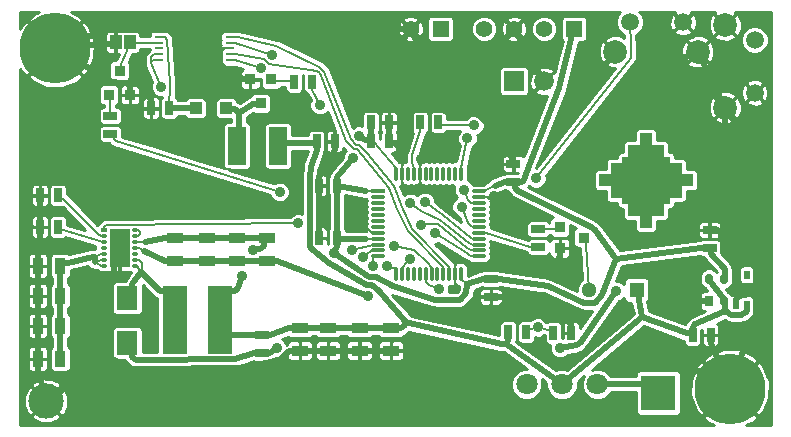
<source format=gtl>
G04 (created by PCBNEW-RS274X (2012-01-19 BZR 3256)-stable) date 24/12/2012 01:38:17*
G01*
G70*
G90*
%MOIN*%
G04 Gerber Fmt 3.4, Leading zero omitted, Abs format*
%FSLAX34Y34*%
G04 APERTURE LIST*
%ADD10C,0.006000*%
%ADD11C,0.070900*%
%ADD12R,0.020000X0.030000*%
%ADD13R,0.036000X0.036000*%
%ADD14R,0.038600X0.045000*%
%ADD15R,0.118100X0.118100*%
%ADD16C,0.118100*%
%ADD17R,0.055100X0.055100*%
%ADD18C,0.055100*%
%ADD19R,0.027600X0.035400*%
%ADD20O,0.027600X0.035400*%
%ADD21R,0.055000X0.035000*%
%ADD22R,0.035000X0.055000*%
%ADD23R,0.025000X0.045000*%
%ADD24R,0.045000X0.025000*%
%ADD25R,0.047200X0.011800*%
%ADD26O,0.047200X0.011800*%
%ADD27O,0.011800X0.047200*%
%ADD28R,0.039400X0.039400*%
%ADD29R,0.066000X0.066000*%
%ADD30C,0.066000*%
%ADD31R,0.084600X0.228300*%
%ADD32R,0.059100X0.126000*%
%ADD33C,0.236200*%
%ADD34R,0.070900X0.078700*%
%ADD35R,0.070900X0.129900*%
%ADD36O,0.021700X0.011800*%
%ADD37R,0.021700X0.011800*%
%ADD38R,0.030000X0.009800*%
%ADD39R,0.051200X0.051200*%
%ADD40C,0.051200*%
%ADD41C,0.059100*%
%ADD42C,0.078700*%
%ADD43R,0.055000X0.055000*%
%ADD44C,0.055000*%
%ADD45C,0.035400*%
%ADD46C,0.007900*%
%ADD47C,0.019700*%
%ADD48C,0.010000*%
G04 APERTURE END LIST*
G54D10*
G54D11*
X65050Y-40150D03*
X66231Y-40150D03*
X63869Y-40150D03*
G54D12*
X70475Y-37500D03*
X71225Y-37500D03*
X70475Y-36500D03*
X70850Y-37500D03*
X71225Y-36500D03*
G54D13*
X54655Y-29985D03*
X55355Y-29985D03*
X55005Y-30785D03*
X50650Y-30500D03*
X49950Y-30500D03*
X50300Y-29700D03*
X64976Y-35607D03*
X64976Y-34907D03*
X65776Y-35257D03*
G54D14*
X50168Y-28750D03*
X50632Y-28750D03*
G54D15*
X68262Y-40435D03*
G54D16*
X47850Y-40700D03*
G54D17*
X65450Y-28300D03*
G54D18*
X64450Y-28300D03*
X63450Y-28300D03*
X62450Y-28300D03*
G54D19*
X69944Y-37374D03*
G54D20*
X70456Y-37374D03*
X70456Y-36626D03*
X69944Y-36626D03*
G54D21*
X55200Y-35275D03*
X55200Y-36025D03*
G54D22*
X48325Y-37200D03*
X47575Y-37200D03*
G54D21*
X53200Y-35275D03*
X53200Y-36025D03*
X52150Y-35275D03*
X52150Y-36025D03*
G54D22*
X48325Y-39300D03*
X47575Y-39300D03*
X48325Y-38200D03*
X47575Y-38200D03*
G54D21*
X54200Y-35275D03*
X54200Y-36025D03*
G54D22*
X48325Y-36200D03*
X47575Y-36200D03*
G54D23*
X64762Y-38430D03*
X65362Y-38430D03*
X48250Y-33850D03*
X47650Y-33850D03*
X63252Y-38411D03*
X63852Y-38411D03*
G54D24*
X64252Y-35576D03*
X64252Y-34976D03*
G54D23*
X60930Y-31417D03*
X60330Y-31417D03*
G54D24*
X49996Y-31198D03*
X49996Y-31798D03*
G54D23*
X56122Y-30061D03*
X56722Y-30061D03*
G54D25*
X58927Y-33717D03*
G54D26*
X58927Y-33913D03*
X58927Y-34110D03*
X58927Y-34307D03*
X58927Y-34504D03*
X58927Y-34701D03*
X58927Y-34898D03*
X58927Y-35095D03*
X58927Y-35291D03*
X58927Y-35488D03*
X58927Y-35685D03*
X58926Y-35882D03*
G54D27*
X59519Y-36473D03*
X59715Y-36473D03*
X59912Y-36473D03*
X60109Y-36473D03*
X60306Y-36473D03*
X60503Y-36473D03*
X60700Y-36473D03*
X60896Y-36473D03*
X61093Y-36473D03*
X61290Y-36473D03*
X61486Y-36473D03*
X61683Y-36473D03*
G54D26*
X62274Y-35883D03*
X62274Y-35686D03*
X62274Y-35489D03*
X62274Y-35292D03*
X62274Y-35095D03*
X62274Y-34898D03*
X62274Y-34701D03*
X62274Y-34505D03*
X62274Y-34308D03*
X62274Y-34111D03*
X62274Y-33914D03*
X62274Y-33717D03*
G54D27*
X61683Y-33127D03*
X61486Y-33127D03*
X61289Y-33127D03*
X61092Y-33127D03*
X60895Y-33127D03*
X60698Y-33127D03*
X60502Y-33127D03*
X60305Y-33127D03*
X60108Y-33127D03*
X59911Y-33127D03*
X59714Y-33127D03*
X59517Y-33127D03*
G54D28*
X68047Y-33153D03*
X67653Y-33153D03*
X67653Y-33547D03*
X68047Y-33547D03*
X68441Y-33547D03*
X68441Y-33153D03*
X68441Y-32759D03*
X68047Y-32759D03*
X67653Y-32759D03*
X67259Y-32759D03*
X67259Y-33153D03*
X67259Y-33547D03*
X67259Y-33941D03*
X67653Y-33941D03*
X68047Y-33941D03*
X68441Y-33941D03*
X68834Y-32956D03*
X68834Y-33350D03*
X68834Y-33744D03*
X68244Y-32366D03*
X67850Y-32366D03*
X67456Y-32366D03*
X66866Y-32956D03*
X66866Y-33350D03*
X66866Y-33744D03*
X67456Y-34334D03*
X67850Y-34334D03*
X68244Y-34334D03*
X66472Y-33350D03*
X67850Y-31972D03*
X69228Y-33350D03*
X67850Y-34728D03*
G54D29*
X63450Y-30050D03*
G54D30*
X64450Y-30050D03*
G54D31*
X53658Y-38000D03*
X52142Y-38000D03*
G54D32*
X55593Y-32196D03*
X54215Y-32196D03*
G54D33*
X48150Y-28950D03*
X70650Y-40300D03*
G54D28*
X52838Y-30950D03*
X53862Y-30950D03*
G54D34*
X50551Y-38781D03*
X50551Y-37281D03*
G54D35*
X50300Y-35600D03*
G54D36*
X50831Y-35600D03*
X49769Y-35600D03*
X50831Y-35403D03*
X50831Y-35206D03*
X50831Y-35009D03*
X50831Y-35797D03*
X50831Y-35994D03*
X50831Y-36191D03*
X49769Y-35403D03*
X49769Y-35206D03*
G54D37*
X49769Y-35009D03*
G54D36*
X49769Y-35797D03*
X49769Y-35994D03*
X49769Y-36191D03*
G54D38*
X53980Y-29346D03*
X53980Y-29149D03*
X53980Y-28952D03*
X53980Y-28755D03*
X53980Y-28558D03*
X51618Y-28558D03*
X51618Y-28755D03*
X51618Y-28952D03*
X51618Y-29149D03*
X51618Y-29346D03*
G54D21*
X58300Y-38275D03*
X58300Y-39025D03*
X56308Y-38275D03*
X56308Y-39025D03*
X57250Y-38275D03*
X57250Y-39025D03*
X59350Y-38275D03*
X59350Y-39025D03*
G54D23*
X58676Y-31417D03*
X59276Y-31417D03*
G54D24*
X62677Y-36629D03*
X62677Y-37229D03*
X69971Y-35600D03*
X69971Y-35000D03*
G54D23*
X69400Y-38500D03*
X70000Y-38500D03*
G54D24*
X63431Y-33397D03*
X63431Y-32797D03*
G54D23*
X58676Y-32047D03*
X59276Y-32047D03*
X57544Y-35276D03*
X56944Y-35276D03*
X56936Y-33527D03*
X57536Y-33527D03*
X48250Y-34900D03*
X47650Y-34900D03*
G54D24*
X55050Y-38500D03*
X55050Y-39100D03*
G54D23*
X56865Y-32047D03*
X57465Y-32047D03*
X51954Y-30945D03*
X51354Y-30945D03*
G54D39*
X67537Y-37000D03*
G54D40*
X65963Y-37000D03*
G54D41*
X71469Y-28664D03*
X71469Y-30436D03*
G54D42*
X70485Y-28172D03*
X70485Y-30928D03*
G54D41*
X67314Y-28081D03*
X69086Y-28081D03*
G54D42*
X66822Y-29065D03*
X69578Y-29065D03*
G54D43*
X61000Y-28300D03*
G54D44*
X60000Y-28300D03*
G54D45*
X58295Y-31862D03*
X58079Y-32614D03*
X57445Y-35760D03*
X51693Y-30240D03*
X54744Y-35665D03*
X54390Y-36528D03*
X60354Y-34850D03*
X55634Y-33736D03*
X58051Y-35673D03*
X58421Y-35917D03*
X58752Y-36201D03*
X59205Y-36197D03*
X59984Y-35980D03*
X64189Y-33280D03*
X56260Y-34783D03*
X59453Y-35551D03*
X60480Y-34071D03*
X56972Y-30839D03*
X55004Y-29610D03*
X60799Y-35114D03*
X59996Y-34106D03*
X55394Y-29161D03*
X64980Y-38937D03*
X55539Y-38941D03*
X66850Y-37043D03*
X58583Y-37189D03*
X61898Y-31953D03*
X61780Y-33654D03*
X61701Y-34224D03*
X64236Y-38248D03*
X60949Y-36969D03*
X61508Y-36969D03*
X59291Y-30787D03*
X57035Y-33043D03*
X59291Y-29291D03*
X63252Y-32413D03*
X68189Y-29606D03*
X64433Y-37236D03*
X60358Y-32634D03*
X58043Y-34181D03*
X58031Y-30787D03*
X62677Y-29213D03*
X61811Y-29134D03*
X63071Y-31102D03*
X62441Y-32598D03*
X65984Y-30157D03*
X59764Y-32634D03*
X71417Y-34567D03*
X49291Y-38268D03*
X68976Y-36693D03*
X68583Y-39134D03*
X63307Y-35984D03*
X63622Y-34961D03*
X61811Y-37874D03*
X59528Y-40394D03*
X61220Y-30992D03*
X52520Y-40157D03*
X65512Y-34016D03*
X49291Y-36850D03*
X49134Y-34016D03*
X51575Y-33858D03*
X48583Y-31654D03*
X51811Y-31732D03*
X55669Y-31181D03*
X62768Y-33886D03*
X69547Y-37402D03*
X64795Y-36272D03*
X61775Y-39050D03*
X69764Y-32835D03*
X62205Y-40079D03*
X57874Y-29134D03*
X61024Y-33937D03*
X64961Y-31575D03*
X69370Y-31102D03*
X70409Y-35276D03*
X53307Y-30157D03*
X56220Y-40236D03*
X71575Y-32520D03*
X62130Y-31512D03*
G54D46*
X53650Y-32750D02*
X53650Y-32775D01*
X53975Y-32975D02*
X54000Y-33000D01*
X53850Y-32975D02*
X53975Y-32975D01*
X53650Y-32775D02*
X53850Y-32975D01*
G54D47*
X70475Y-36449D02*
X70475Y-36350D01*
X70475Y-36350D02*
X70475Y-36309D01*
X70475Y-36309D02*
X70018Y-35799D01*
X70018Y-35799D02*
X70018Y-35725D01*
X70018Y-35725D02*
X70018Y-35626D01*
X70018Y-35626D02*
X69971Y-35600D01*
X63557Y-33397D02*
X63431Y-33397D01*
X62902Y-36629D02*
X62954Y-36629D01*
X70475Y-36500D02*
X70475Y-36449D01*
X58676Y-31642D02*
X58676Y-31544D01*
X57734Y-33574D02*
X58512Y-33693D01*
X63708Y-33397D02*
X63656Y-33397D01*
X63781Y-33324D02*
X63708Y-33397D01*
X63834Y-33133D02*
X63781Y-33324D01*
X64957Y-30258D02*
X63834Y-33133D01*
X65352Y-28649D02*
X64957Y-30258D01*
X65352Y-28576D02*
X65352Y-28649D01*
X65352Y-28477D02*
X65352Y-28576D01*
X65450Y-28300D02*
X65352Y-28477D01*
X66496Y-36896D02*
X66862Y-35972D01*
X66396Y-37180D02*
X66496Y-36896D01*
X66143Y-37433D02*
X66396Y-37180D01*
X65783Y-37433D02*
X66143Y-37433D01*
X58676Y-31544D02*
X58676Y-31417D01*
X57536Y-33527D02*
X57562Y-33574D01*
X58815Y-36558D02*
X58864Y-36579D01*
G54D46*
X51508Y-29346D02*
X51468Y-29346D01*
G54D47*
X62804Y-36629D02*
X62902Y-36629D01*
X62677Y-36629D02*
X62804Y-36629D01*
X63154Y-33397D02*
X62811Y-33531D01*
X63206Y-33397D02*
X63154Y-33397D01*
X63304Y-33397D02*
X63206Y-33397D01*
X63431Y-33397D02*
X63304Y-33397D01*
G54D46*
X59517Y-32950D02*
X59517Y-33127D01*
X58920Y-32223D02*
X59517Y-32950D01*
X58801Y-32095D02*
X58920Y-32223D01*
X58762Y-32095D02*
X58801Y-32095D01*
X58676Y-32047D02*
X58762Y-32095D01*
G54D47*
X57562Y-33574D02*
X57661Y-33574D01*
X58676Y-32047D02*
X58676Y-31921D01*
X57669Y-35291D02*
X58512Y-35291D01*
X57571Y-35291D02*
X57669Y-35291D01*
X57544Y-35276D02*
X57571Y-35291D01*
X57544Y-35149D02*
X57544Y-35276D01*
X57544Y-35051D02*
X57544Y-35149D01*
X57544Y-34999D02*
X57544Y-35051D01*
X57536Y-33803D02*
X57544Y-34999D01*
X57536Y-33752D02*
X57536Y-33803D01*
X57536Y-33653D02*
X57536Y-33752D01*
X57536Y-33527D02*
X57536Y-33653D01*
X64580Y-36882D02*
X65783Y-37433D01*
X57661Y-33574D02*
X57734Y-33574D01*
G54D46*
X51618Y-29346D02*
X51508Y-29346D01*
G54D47*
X66862Y-35972D02*
X66133Y-35004D01*
X57536Y-33250D02*
X58079Y-32614D01*
X57536Y-33302D02*
X57536Y-33250D01*
X57536Y-33400D02*
X57536Y-33302D01*
X57536Y-33527D02*
X57536Y-33400D01*
G54D46*
X58667Y-33717D02*
X58512Y-33693D01*
X58691Y-33717D02*
X58667Y-33717D01*
X58731Y-33717D02*
X58691Y-33717D01*
X58927Y-33717D02*
X58731Y-33717D01*
X58750Y-35291D02*
X58512Y-35291D01*
X58927Y-35291D02*
X58750Y-35291D01*
X62645Y-33590D02*
X62811Y-33531D01*
X62451Y-33717D02*
X62645Y-33590D01*
X62274Y-33717D02*
X62451Y-33717D01*
X51468Y-29346D02*
X51350Y-29370D01*
G54D47*
X58676Y-31921D02*
X58676Y-31822D01*
X66133Y-35004D02*
X66029Y-34900D01*
X58650Y-31999D02*
X58676Y-32047D01*
X58551Y-31999D02*
X58650Y-31999D01*
X58478Y-31999D02*
X58551Y-31999D01*
X58295Y-31862D02*
X58478Y-31999D01*
X57544Y-35402D02*
X57544Y-35276D01*
X57544Y-35501D02*
X57544Y-35402D01*
X57544Y-35552D02*
X57544Y-35501D01*
X57445Y-35760D02*
X57544Y-35552D01*
X61862Y-37115D02*
X61878Y-36815D01*
X61655Y-37323D02*
X61862Y-37115D01*
X61361Y-37323D02*
X61655Y-37323D01*
X60802Y-37323D02*
X61361Y-37323D01*
X59421Y-36886D02*
X60802Y-37323D01*
X58864Y-36579D02*
X59421Y-36886D01*
X63582Y-33700D02*
X63478Y-33596D01*
X62954Y-36629D02*
X64580Y-36882D01*
X58676Y-31822D02*
X58676Y-31642D01*
X58605Y-36555D02*
X58815Y-36558D01*
X57445Y-35760D02*
X58605Y-36555D01*
G54D46*
X51350Y-29444D02*
X51350Y-29370D01*
X51693Y-30240D02*
X51350Y-29444D01*
X61683Y-36650D02*
X61683Y-36473D01*
X61878Y-36815D02*
X61683Y-36650D01*
G54D47*
X62551Y-36629D02*
X62677Y-36629D01*
X62452Y-36629D02*
X62551Y-36629D01*
X62400Y-36629D02*
X62452Y-36629D01*
X61878Y-36815D02*
X62400Y-36629D01*
X63478Y-33424D02*
X63431Y-33397D01*
X63478Y-33522D02*
X63478Y-33424D01*
X63478Y-33596D02*
X63478Y-33522D01*
X66029Y-34900D02*
X63582Y-33700D01*
X69844Y-35600D02*
X69971Y-35600D01*
X69746Y-35600D02*
X69844Y-35600D01*
X69694Y-35600D02*
X69746Y-35600D01*
X66862Y-35972D02*
X69694Y-35600D01*
G54D46*
X51508Y-29149D02*
X51618Y-29149D01*
X51468Y-29149D02*
X51508Y-29149D01*
X51448Y-29149D02*
X51468Y-29149D01*
X51419Y-29178D02*
X51448Y-29149D01*
X51350Y-29248D02*
X51419Y-29178D01*
X51350Y-29346D02*
X51350Y-29248D01*
X51350Y-29370D02*
X51350Y-29346D01*
G54D47*
X63656Y-33397D02*
X63557Y-33397D01*
X70475Y-37500D02*
X70475Y-37551D01*
X71225Y-37691D02*
X71225Y-37650D01*
X70475Y-37691D02*
X70416Y-37750D01*
X71225Y-37551D02*
X71225Y-37500D01*
X55102Y-35450D02*
X55102Y-35523D01*
X70475Y-37650D02*
X70475Y-37691D01*
X59174Y-38275D02*
X59350Y-38275D01*
X65050Y-40150D02*
X67728Y-37894D01*
X70876Y-37827D02*
X71024Y-37827D01*
X69473Y-38150D02*
X69400Y-38223D01*
X70416Y-37750D02*
X69473Y-38150D01*
X69400Y-38275D02*
X69400Y-38374D01*
X69400Y-38374D02*
X69400Y-38500D01*
X70676Y-37827D02*
X70876Y-37827D01*
X70475Y-37551D02*
X70475Y-37650D01*
X59697Y-38275D02*
X59800Y-38172D01*
X56865Y-32174D02*
X56865Y-32272D01*
X56033Y-38275D02*
X56132Y-38275D01*
X55102Y-35523D02*
X54998Y-35627D01*
X54998Y-35627D02*
X54744Y-35665D01*
X69944Y-36626D02*
X69944Y-36665D01*
X69944Y-36665D02*
X70456Y-37316D01*
X70456Y-37316D02*
X70456Y-37335D01*
X55102Y-35351D02*
X55102Y-35450D01*
X71024Y-37827D02*
X71166Y-37750D01*
X70475Y-37551D02*
X70475Y-37650D01*
X70475Y-37650D02*
X70475Y-37691D01*
X70475Y-37691D02*
X70534Y-37750D01*
X70534Y-37750D02*
X70676Y-37827D01*
X56865Y-32324D02*
X56681Y-32896D01*
X55200Y-35275D02*
X55102Y-35351D01*
X54200Y-35275D02*
X54376Y-35275D01*
X54376Y-35275D02*
X54475Y-35275D01*
X54475Y-35275D02*
X54925Y-35275D01*
X54925Y-35275D02*
X55024Y-35275D01*
X55024Y-35275D02*
X55200Y-35275D01*
X52150Y-35275D02*
X52326Y-35275D01*
X52326Y-35275D02*
X52425Y-35275D01*
X52425Y-35275D02*
X52925Y-35275D01*
X52925Y-35275D02*
X53024Y-35275D01*
X53024Y-35275D02*
X53200Y-35275D01*
X53200Y-35275D02*
X53376Y-35275D01*
X53376Y-35275D02*
X53475Y-35275D01*
X53475Y-35275D02*
X53925Y-35275D01*
X53925Y-35275D02*
X54024Y-35275D01*
X54024Y-35275D02*
X54200Y-35275D01*
X59800Y-38172D02*
X59807Y-38087D01*
X59075Y-38275D02*
X59174Y-38275D01*
X58575Y-38275D02*
X59075Y-38275D01*
X58476Y-38275D02*
X58575Y-38275D01*
X58300Y-38275D02*
X58476Y-38275D01*
X57074Y-38275D02*
X57250Y-38275D01*
X56975Y-38275D02*
X57074Y-38275D01*
X56583Y-38275D02*
X56975Y-38275D01*
X56485Y-38275D02*
X56583Y-38275D01*
X56308Y-38275D02*
X56485Y-38275D01*
X58124Y-38275D02*
X58300Y-38275D01*
X58025Y-38275D02*
X58124Y-38275D01*
X57525Y-38275D02*
X58025Y-38275D01*
X57426Y-38275D02*
X57525Y-38275D01*
X57250Y-38275D02*
X57426Y-38275D01*
X63252Y-38411D02*
X63252Y-38538D01*
X70475Y-37500D02*
X70475Y-37551D01*
X55050Y-38500D02*
X55176Y-38500D01*
X55176Y-38500D02*
X55275Y-38500D01*
X55275Y-38500D02*
X55327Y-38500D01*
X55327Y-38500D02*
X55961Y-38275D01*
X55961Y-38275D02*
X56033Y-38275D01*
X58937Y-37042D02*
X59802Y-38026D01*
X59625Y-38275D02*
X59697Y-38275D01*
X71225Y-37650D02*
X71225Y-37551D01*
X63252Y-38538D02*
X63252Y-38636D01*
X63252Y-38636D02*
X63252Y-38688D01*
X63252Y-38688D02*
X63193Y-38815D01*
X59350Y-38275D02*
X59526Y-38275D01*
X70456Y-37335D02*
X70456Y-37374D01*
X56132Y-38275D02*
X56308Y-38275D01*
X67616Y-37157D02*
X67616Y-37256D01*
X56746Y-35678D02*
X57298Y-36114D01*
X58730Y-36834D02*
X58937Y-37042D01*
X57298Y-36114D02*
X58470Y-36811D01*
X54924Y-38500D02*
X55050Y-38500D01*
X58520Y-36831D02*
X58730Y-36834D01*
X59802Y-38026D02*
X59807Y-38087D01*
X56633Y-33929D02*
X56642Y-35574D01*
X56633Y-33825D02*
X56633Y-33929D01*
X56642Y-35574D02*
X56746Y-35678D01*
X56865Y-32047D02*
X56865Y-32174D01*
X56865Y-32272D02*
X56865Y-32324D01*
X59526Y-38275D02*
X59625Y-38275D01*
X56633Y-33228D02*
X56633Y-33678D01*
X56633Y-33678D02*
X56633Y-33825D01*
X56681Y-32896D02*
X56633Y-33228D01*
X69400Y-38223D02*
X69400Y-38275D01*
X55889Y-32095D02*
X56740Y-32095D01*
X54825Y-38500D02*
X54924Y-38500D01*
X59807Y-38087D02*
X63053Y-38814D01*
X67616Y-37329D02*
X67728Y-37894D01*
G54D46*
X50831Y-35403D02*
X50880Y-35403D01*
X50880Y-35403D02*
X51003Y-35403D01*
X51003Y-35403D02*
X51157Y-35390D01*
G54D47*
X55593Y-32196D02*
X55790Y-32095D01*
X55790Y-32095D02*
X55889Y-32095D01*
X67616Y-37256D02*
X67616Y-37329D01*
X56740Y-32095D02*
X56839Y-32095D01*
X56839Y-32095D02*
X56865Y-32047D01*
X53658Y-38000D02*
X53982Y-38500D01*
X53982Y-38500D02*
X54081Y-38500D01*
X54081Y-38500D02*
X54825Y-38500D01*
X71166Y-37750D02*
X71225Y-37691D01*
X58470Y-36811D02*
X58520Y-36831D01*
X51157Y-35390D02*
X51803Y-35275D01*
X63053Y-38814D02*
X63193Y-38815D01*
X63193Y-38815D02*
X65050Y-40150D01*
X67728Y-37894D02*
X69202Y-38452D01*
X69202Y-38452D02*
X69275Y-38452D01*
X69275Y-38452D02*
X69374Y-38452D01*
X69374Y-38452D02*
X69400Y-38500D01*
X67537Y-37000D02*
X67616Y-37157D01*
X51803Y-35275D02*
X51875Y-35275D01*
X51875Y-35275D02*
X51974Y-35275D01*
X51974Y-35275D02*
X52150Y-35275D01*
X54390Y-36528D02*
X54258Y-36932D01*
X54258Y-36932D02*
X54154Y-37036D01*
X54154Y-37036D02*
X54081Y-37036D01*
X54081Y-37036D02*
X53982Y-37036D01*
X53982Y-37036D02*
X53658Y-38000D01*
X67671Y-40150D02*
X66231Y-40150D01*
X67770Y-40150D02*
X67671Y-40150D01*
X68262Y-40435D02*
X67770Y-40150D01*
G54D46*
X49996Y-31798D02*
X50102Y-31884D01*
X62097Y-35686D02*
X62274Y-35686D01*
X50102Y-31923D02*
X50102Y-31972D01*
X50102Y-31972D02*
X50172Y-32042D01*
X60922Y-34819D02*
X61893Y-35588D01*
X62024Y-35666D02*
X62097Y-35686D01*
X60354Y-34850D02*
X60677Y-34819D01*
X50102Y-31884D02*
X50102Y-31923D01*
X50172Y-32042D02*
X55634Y-33736D01*
X61893Y-35588D02*
X62024Y-35666D01*
X60677Y-34819D02*
X60922Y-34819D01*
G54D47*
X54059Y-30970D02*
X54132Y-30970D01*
X54132Y-30970D02*
X54287Y-31098D01*
X54287Y-31098D02*
X54751Y-30788D01*
X54751Y-30788D02*
X54825Y-30788D01*
X54825Y-30788D02*
X54923Y-30788D01*
X53961Y-30970D02*
X54059Y-30970D01*
X53862Y-30950D02*
X53961Y-30970D01*
X54287Y-31664D02*
X54215Y-32196D01*
X54287Y-31566D02*
X54287Y-31664D01*
X54923Y-30788D02*
X55005Y-30785D01*
X54287Y-31098D02*
X54287Y-31566D01*
G54D46*
X58750Y-35488D02*
X58051Y-35673D01*
X58927Y-35488D02*
X58750Y-35488D01*
X58750Y-35685D02*
X58927Y-35685D01*
X58675Y-35705D02*
X58750Y-35685D01*
X58421Y-35917D02*
X58675Y-35705D01*
X58752Y-36201D02*
X58752Y-35882D01*
X58752Y-35882D02*
X58926Y-35882D01*
X59519Y-36473D02*
X59519Y-36296D01*
X59519Y-36296D02*
X59205Y-36197D01*
X67334Y-29274D02*
X67334Y-28856D01*
X67332Y-29279D02*
X67334Y-29274D01*
X64189Y-33280D02*
X67332Y-29279D01*
X67334Y-28856D02*
X67314Y-28081D01*
X59839Y-36119D02*
X59984Y-35980D01*
X59715Y-36296D02*
X59735Y-36222D01*
X59735Y-36222D02*
X59839Y-36119D01*
X59715Y-36473D02*
X59715Y-36296D01*
X63978Y-35569D02*
X62525Y-35115D01*
X62451Y-35095D02*
X62274Y-35095D01*
X62525Y-35115D02*
X62451Y-35095D01*
X64027Y-35569D02*
X63978Y-35569D01*
X64066Y-35569D02*
X64027Y-35569D01*
X64252Y-35576D02*
X64066Y-35569D01*
X65837Y-35437D02*
X65837Y-35486D01*
X65837Y-35486D02*
X65963Y-37000D01*
X65837Y-35398D02*
X65837Y-35437D01*
X65776Y-35257D02*
X65837Y-35398D01*
G54D47*
X48325Y-36475D02*
X48325Y-36925D01*
X48325Y-37200D02*
X48325Y-37376D01*
X48325Y-38024D02*
X48325Y-38200D01*
X48325Y-39124D02*
X48325Y-39300D01*
G54D46*
X49769Y-36191D02*
X49720Y-36191D01*
G54D47*
X48325Y-38376D02*
X48325Y-38475D01*
X48325Y-38200D02*
X48325Y-38376D01*
X48325Y-37024D02*
X48325Y-37200D01*
X48325Y-36925D02*
X48325Y-37024D01*
G54D46*
X49720Y-36191D02*
X49679Y-36191D01*
G54D47*
X48325Y-36376D02*
X48325Y-36475D01*
X48325Y-36200D02*
X48325Y-36376D01*
X49413Y-35909D02*
X49476Y-35909D01*
X48325Y-37925D02*
X48325Y-38024D01*
X48500Y-36102D02*
X48573Y-36102D01*
X48325Y-37475D02*
X48325Y-37925D01*
G54D46*
X49646Y-36171D02*
X49480Y-36071D01*
X49679Y-36191D02*
X49646Y-36171D01*
G54D47*
X48325Y-36200D02*
X48401Y-36102D01*
X48325Y-39025D02*
X48325Y-39124D01*
X48325Y-38475D02*
X48325Y-39025D01*
G54D46*
X49720Y-35797D02*
X49769Y-35797D01*
X49679Y-35797D02*
X49720Y-35797D01*
X49476Y-35909D02*
X49679Y-35797D01*
X49720Y-35994D02*
X49769Y-35994D01*
G54D47*
X48325Y-37376D02*
X48325Y-37475D01*
G54D46*
X49679Y-35994D02*
X49720Y-35994D01*
G54D47*
X49480Y-36071D02*
X49476Y-35909D01*
G54D46*
X49543Y-36071D02*
X49679Y-35994D01*
G54D47*
X48573Y-36102D02*
X49413Y-35909D01*
G54D46*
X49480Y-36071D02*
X49543Y-36071D01*
G54D47*
X48401Y-36102D02*
X48500Y-36102D01*
G54D46*
X60107Y-35685D02*
X60576Y-36119D01*
X60576Y-36119D02*
X60680Y-36222D01*
X49769Y-34905D02*
X49833Y-34841D01*
X49896Y-34832D02*
X56260Y-34783D01*
X60680Y-36222D02*
X60700Y-36296D01*
X49769Y-34990D02*
X49769Y-34950D01*
X49769Y-34950D02*
X49769Y-34905D01*
X49769Y-35009D02*
X49769Y-34990D01*
X49833Y-34841D02*
X49896Y-34832D01*
X60700Y-36296D02*
X60700Y-36473D01*
X59453Y-35551D02*
X60107Y-35685D01*
X62024Y-35272D02*
X62097Y-35292D01*
X60480Y-34071D02*
X61070Y-34520D01*
X61070Y-34520D02*
X62024Y-35272D01*
X56722Y-30061D02*
X56728Y-30247D01*
X56728Y-30247D02*
X56728Y-30286D01*
X56728Y-30286D02*
X56728Y-30335D01*
X56728Y-30335D02*
X56972Y-30839D01*
X62097Y-35292D02*
X62274Y-35292D01*
X54090Y-29346D02*
X54130Y-29346D01*
X53980Y-29346D02*
X54090Y-29346D01*
X54130Y-29346D02*
X54150Y-29346D01*
X61958Y-35824D02*
X62024Y-35863D01*
X61893Y-35785D02*
X61958Y-35824D01*
X62024Y-35863D02*
X62097Y-35883D01*
X54150Y-29346D02*
X55004Y-29610D01*
X62097Y-35883D02*
X62274Y-35883D01*
X60799Y-35114D02*
X61893Y-35785D01*
X61073Y-36222D02*
X61093Y-36296D01*
X56896Y-29718D02*
X56965Y-29787D01*
X61093Y-36296D02*
X61093Y-36473D01*
X56965Y-29787D02*
X57842Y-32050D01*
X58107Y-32316D02*
X58201Y-32319D01*
X58201Y-32319D02*
X58374Y-32492D01*
X55271Y-29457D02*
X56896Y-29718D01*
X55126Y-29315D02*
X55271Y-29457D01*
X54150Y-29149D02*
X55126Y-29315D01*
X54090Y-29149D02*
X54130Y-29149D01*
X59901Y-35038D02*
X61073Y-36222D01*
X53980Y-29149D02*
X54090Y-29149D01*
X57842Y-32050D02*
X58107Y-32316D01*
X54130Y-29149D02*
X54150Y-29149D01*
X58374Y-32492D02*
X59281Y-33609D01*
X59281Y-33609D02*
X59542Y-34294D01*
X59542Y-34294D02*
X59901Y-35038D01*
X53980Y-28755D02*
X54090Y-28755D01*
X54150Y-28755D02*
X55394Y-29161D01*
X62024Y-35469D02*
X62097Y-35489D01*
X60987Y-34661D02*
X61958Y-35430D01*
X60358Y-34366D02*
X60987Y-34661D01*
X59996Y-34106D02*
X60358Y-34366D01*
X54130Y-28755D02*
X54150Y-28755D01*
X61958Y-35430D02*
X62024Y-35469D01*
X62097Y-35489D02*
X62274Y-35489D01*
X54090Y-28755D02*
X54130Y-28755D01*
X59439Y-33544D02*
X59700Y-34229D01*
X58532Y-32426D02*
X59439Y-33544D01*
X58267Y-32161D02*
X58532Y-32426D01*
X53980Y-28558D02*
X54090Y-28558D01*
X54090Y-28558D02*
X54130Y-28558D01*
X54130Y-28558D02*
X54232Y-28558D01*
X54232Y-28558D02*
X55516Y-28866D01*
X55516Y-28866D02*
X56961Y-29560D01*
X58000Y-31985D02*
X58173Y-32158D01*
X58173Y-32158D02*
X58267Y-32161D01*
X59700Y-34229D02*
X60059Y-34973D01*
X60059Y-34973D02*
X61231Y-36157D01*
X61231Y-36157D02*
X61270Y-36222D01*
X61270Y-36222D02*
X61290Y-36296D01*
X61290Y-36296D02*
X61290Y-36473D01*
X57123Y-29722D02*
X58000Y-31985D01*
X56961Y-29560D02*
X57123Y-29722D01*
G54D47*
X51000Y-36398D02*
X50728Y-36815D01*
X51000Y-36398D02*
X51646Y-37036D01*
X51646Y-37036D02*
X51719Y-37036D01*
G54D46*
X50921Y-35994D02*
X50880Y-35994D01*
X51058Y-36117D02*
X50954Y-36014D01*
G54D47*
X51818Y-37036D02*
X52142Y-38000D01*
G54D46*
X51058Y-36264D02*
X51058Y-36117D01*
G54D47*
X50728Y-36815D02*
X50728Y-36888D01*
G54D46*
X51000Y-36398D02*
X51058Y-36264D01*
G54D47*
X50728Y-36986D02*
X50551Y-37281D01*
G54D46*
X50954Y-36014D02*
X50921Y-35994D01*
G54D47*
X51719Y-37036D02*
X51818Y-37036D01*
G54D46*
X50831Y-36191D02*
X50880Y-36191D01*
X50880Y-35994D02*
X50831Y-35994D01*
X50880Y-36191D02*
X51000Y-36398D01*
G54D47*
X50728Y-36888D02*
X50728Y-36986D01*
G54D46*
X51788Y-28558D02*
X51817Y-28587D01*
X51768Y-28558D02*
X51788Y-28558D01*
G54D47*
X52079Y-30947D02*
X52641Y-30947D01*
X51980Y-30947D02*
X52079Y-30947D01*
X51954Y-30945D02*
X51980Y-30947D01*
G54D46*
X51618Y-28558D02*
X51728Y-28558D01*
X51728Y-28558D02*
X51768Y-28558D01*
X51817Y-28587D02*
X51886Y-28657D01*
X51886Y-28657D02*
X51989Y-30118D01*
X51989Y-30118D02*
X51989Y-30363D01*
X51989Y-30363D02*
X51954Y-30720D01*
X51954Y-30720D02*
X51954Y-30759D01*
X51954Y-30759D02*
X51954Y-30945D01*
G54D47*
X52641Y-30947D02*
X52739Y-30947D01*
X52739Y-30947D02*
X52838Y-30950D01*
G54D46*
X51508Y-28755D02*
X51468Y-28755D01*
X50632Y-28750D02*
X50557Y-28935D01*
X50362Y-29471D02*
X50362Y-29520D01*
X50557Y-28935D02*
X50557Y-28975D01*
X50557Y-29024D02*
X50362Y-29471D01*
X51618Y-28755D02*
X51508Y-28755D01*
X51468Y-28755D02*
X50825Y-28755D01*
X50557Y-28975D02*
X50557Y-29024D01*
X50362Y-29520D02*
X50362Y-29560D01*
X50362Y-29560D02*
X50300Y-29700D01*
X50825Y-28755D02*
X50785Y-28755D01*
X50785Y-28755D02*
X50632Y-28750D01*
G54D47*
X55050Y-39100D02*
X55176Y-39100D01*
X65665Y-38729D02*
X66850Y-37043D01*
X50832Y-39352D02*
X50979Y-39352D01*
X50728Y-39076D02*
X50728Y-39175D01*
X55176Y-39100D02*
X55275Y-39100D01*
X54924Y-39100D02*
X55050Y-39100D01*
X54773Y-39100D02*
X54825Y-39100D01*
X54154Y-39319D02*
X54773Y-39100D01*
X50979Y-39352D02*
X54154Y-39319D01*
X55275Y-39100D02*
X55327Y-39100D01*
X50728Y-39249D02*
X50832Y-39352D01*
X50728Y-39175D02*
X50728Y-39249D01*
X55327Y-39100D02*
X55539Y-38941D01*
X50551Y-38781D02*
X50728Y-39076D01*
X65561Y-38833D02*
X65665Y-38729D01*
X64980Y-38937D02*
X65561Y-38833D01*
X54825Y-39100D02*
X54924Y-39100D01*
X55547Y-36025D02*
X58583Y-37189D01*
X53475Y-36025D02*
X53925Y-36025D01*
X53376Y-36025D02*
X53475Y-36025D01*
X53925Y-36025D02*
X54024Y-36025D01*
X54024Y-36025D02*
X54200Y-36025D01*
X55200Y-36025D02*
X55376Y-36025D01*
X55376Y-36025D02*
X55475Y-36025D01*
X55475Y-36025D02*
X55547Y-36025D01*
X52150Y-36025D02*
X52326Y-36025D01*
X54475Y-36025D02*
X54925Y-36025D01*
X52425Y-36025D02*
X52925Y-36025D01*
X55024Y-36025D02*
X55200Y-36025D01*
X53024Y-36025D02*
X53200Y-36025D01*
X52925Y-36025D02*
X53024Y-36025D01*
X54925Y-36025D02*
X55024Y-36025D01*
X52326Y-36025D02*
X52425Y-36025D01*
X54376Y-36025D02*
X54475Y-36025D01*
X54200Y-36025D02*
X54376Y-36025D01*
G54D46*
X50880Y-35600D02*
X50954Y-35620D01*
G54D47*
X53200Y-36025D02*
X53376Y-36025D01*
X51803Y-36025D02*
X51875Y-36025D01*
X51122Y-35697D02*
X51803Y-36025D01*
X51875Y-36025D02*
X51974Y-36025D01*
G54D46*
X50954Y-35620D02*
X51122Y-35697D01*
X50831Y-35600D02*
X50880Y-35600D01*
G54D47*
X51974Y-36025D02*
X52150Y-36025D01*
G54D46*
X61683Y-33127D02*
X61683Y-32950D01*
X61683Y-32950D02*
X61898Y-31953D01*
X61920Y-33988D02*
X61780Y-33654D01*
X62274Y-34111D02*
X62097Y-34111D01*
X62097Y-34111D02*
X62024Y-34091D01*
X62024Y-34091D02*
X61920Y-33988D01*
X61920Y-34774D02*
X61701Y-34224D01*
X62274Y-34898D02*
X62097Y-34898D01*
X62024Y-34878D02*
X61920Y-34774D01*
X62097Y-34898D02*
X62024Y-34878D01*
X60949Y-36969D02*
X60626Y-36827D01*
X60626Y-36827D02*
X60523Y-36724D01*
X64026Y-38305D02*
X64236Y-38248D01*
X63852Y-38411D02*
X63937Y-38305D01*
X60503Y-36650D02*
X60503Y-36473D01*
X60523Y-36724D02*
X60503Y-36650D01*
X64677Y-38324D02*
X64762Y-38430D01*
X64637Y-38324D02*
X64677Y-38324D01*
X64588Y-38324D02*
X64637Y-38324D01*
X64236Y-38248D02*
X64588Y-38324D01*
X63937Y-38305D02*
X63977Y-38305D01*
X63977Y-38305D02*
X64026Y-38305D01*
X69150Y-29500D02*
X69150Y-29232D01*
X69200Y-29600D02*
X69200Y-29350D01*
X69200Y-29350D02*
X69250Y-29300D01*
G54D47*
X47575Y-36024D02*
X47575Y-36200D01*
X70850Y-37500D02*
X70850Y-37449D01*
X47575Y-38475D02*
X47575Y-39025D01*
G54D46*
X58750Y-35095D02*
X58676Y-35075D01*
X58927Y-35095D02*
X58750Y-35095D01*
G54D47*
X64973Y-35689D02*
X64973Y-35787D01*
X47650Y-34900D02*
X47650Y-35026D01*
X56936Y-33527D02*
X56936Y-33400D01*
X70472Y-32737D02*
X70453Y-35232D01*
X54475Y-29982D02*
X54401Y-29982D01*
X70453Y-35232D02*
X70409Y-35276D01*
X57860Y-28311D02*
X53756Y-28332D01*
X53756Y-28332D02*
X53653Y-28435D01*
X68583Y-39134D02*
X70650Y-40300D01*
X61775Y-39050D02*
X62205Y-40079D01*
X53653Y-29026D02*
X53654Y-28976D01*
X53653Y-29321D02*
X53653Y-29026D01*
X53653Y-29469D02*
X53653Y-29321D01*
X53756Y-29572D02*
X53653Y-29469D01*
X71575Y-32520D02*
X70485Y-30928D01*
X53653Y-28435D02*
X53516Y-28610D01*
X57874Y-29134D02*
X57860Y-28311D01*
X62677Y-29213D02*
X63450Y-28300D01*
X61811Y-29134D02*
X62677Y-29213D01*
X68189Y-29606D02*
X69150Y-29232D01*
X69150Y-29232D02*
X69578Y-29065D01*
X65984Y-30157D02*
X66822Y-29065D01*
X64961Y-31575D02*
X65984Y-30157D01*
X71575Y-32520D02*
X71417Y-34567D01*
X59291Y-29291D02*
X60000Y-28300D01*
X54573Y-29982D02*
X54475Y-29982D01*
X69764Y-32835D02*
X70472Y-32737D01*
X69370Y-31102D02*
X69764Y-32835D01*
X71051Y-37173D02*
X71370Y-37142D01*
X70909Y-37250D02*
X71051Y-37173D01*
X70850Y-37309D02*
X70909Y-37250D01*
X70850Y-37350D02*
X70850Y-37309D01*
X70850Y-37449D02*
X70850Y-37350D01*
X54401Y-29982D02*
X53756Y-29572D01*
X54655Y-29985D02*
X54573Y-29982D01*
X50653Y-30247D02*
X50673Y-30142D01*
X50653Y-30320D02*
X50653Y-30247D01*
X50653Y-30419D02*
X50653Y-30320D01*
X50650Y-30500D02*
X50653Y-30419D01*
X64973Y-35861D02*
X64795Y-36272D01*
X64973Y-35787D02*
X64973Y-35861D01*
X47575Y-39575D02*
X47575Y-39647D01*
X69733Y-37374D02*
X69547Y-37402D01*
X69806Y-37374D02*
X69733Y-37374D01*
X69905Y-37374D02*
X69806Y-37374D01*
X47575Y-39025D02*
X47575Y-39124D01*
X47575Y-38024D02*
X47575Y-38200D01*
X47575Y-37925D02*
X47575Y-38024D01*
X47575Y-37475D02*
X47575Y-37925D01*
X47575Y-37376D02*
X47575Y-37475D01*
X47575Y-37200D02*
X47575Y-37376D01*
X47575Y-39647D02*
X47850Y-40700D01*
X47850Y-40700D02*
X50031Y-39264D01*
X47575Y-39476D02*
X47575Y-39575D01*
X47575Y-39300D02*
X47575Y-39476D01*
X47575Y-39124D02*
X47575Y-39300D01*
X69944Y-37374D02*
X69905Y-37374D01*
G54D46*
X58676Y-35075D02*
X58573Y-34971D01*
G54D47*
X62954Y-37229D02*
X64433Y-37236D01*
X62902Y-37229D02*
X62954Y-37229D01*
X62804Y-37229D02*
X62902Y-37229D01*
X62677Y-37229D02*
X62804Y-37229D01*
X70321Y-35073D02*
X70409Y-35276D01*
X54269Y-39595D02*
X51093Y-39628D01*
X47575Y-36376D02*
X47575Y-36475D01*
X47575Y-36200D02*
X47575Y-36376D01*
X59174Y-39025D02*
X59350Y-39025D01*
X56033Y-39025D02*
X55961Y-39025D01*
X58575Y-39025D02*
X59075Y-39025D01*
X70000Y-38725D02*
X70000Y-38777D01*
X58300Y-39025D02*
X58476Y-39025D01*
X50123Y-39352D02*
X50031Y-39264D01*
X50718Y-39628D02*
X50123Y-39352D01*
X51093Y-39628D02*
X50718Y-39628D01*
X70247Y-35000D02*
X70321Y-35073D01*
X55349Y-39402D02*
X54269Y-39595D01*
X55686Y-39296D02*
X55349Y-39402D01*
X55961Y-39025D02*
X55686Y-39296D01*
X59075Y-39025D02*
X59174Y-39025D01*
X64976Y-35607D02*
X64973Y-35689D01*
X49902Y-28798D02*
X48150Y-28950D01*
X49975Y-28798D02*
X49902Y-28798D01*
X50074Y-28798D02*
X49975Y-28798D01*
X50168Y-28750D02*
X50074Y-28798D01*
X59303Y-32095D02*
X59276Y-32047D01*
X58124Y-39025D02*
X58300Y-39025D01*
X58025Y-39025D02*
X58124Y-39025D01*
X57525Y-39025D02*
X58025Y-39025D01*
X65289Y-38080D02*
X64433Y-37236D01*
X47650Y-34774D02*
X47650Y-34900D01*
X59276Y-31642D02*
X59276Y-31544D01*
X57426Y-39025D02*
X57525Y-39025D01*
X65362Y-38304D02*
X65362Y-38205D01*
X65362Y-38205D02*
X65362Y-38154D01*
X56132Y-39025D02*
X56033Y-39025D01*
X56308Y-39025D02*
X56485Y-39025D01*
X57250Y-39025D02*
X57426Y-39025D01*
X47650Y-34675D02*
X47650Y-34774D01*
X47650Y-34075D02*
X47650Y-34675D01*
G54D46*
X59714Y-33539D02*
X59725Y-33550D01*
X59725Y-33550D02*
X59750Y-33550D01*
X59714Y-33127D02*
X59714Y-33539D01*
X60305Y-33470D02*
X60300Y-33475D01*
X60305Y-33127D02*
X60305Y-33470D01*
X61475Y-36462D02*
X61486Y-36473D01*
X61475Y-36100D02*
X61475Y-36462D01*
G54D47*
X63431Y-32797D02*
X63383Y-32771D01*
X70196Y-35000D02*
X70247Y-35000D01*
X70097Y-35000D02*
X70196Y-35000D01*
X65362Y-38430D02*
X65362Y-38304D01*
X70000Y-38777D02*
X70650Y-40300D01*
X71502Y-37576D02*
X71502Y-37276D01*
X70000Y-38626D02*
X70000Y-38725D01*
X70000Y-38500D02*
X70000Y-38626D01*
X63383Y-32599D02*
X63252Y-32413D01*
X63383Y-32672D02*
X63383Y-32599D01*
X63383Y-32771D02*
X63383Y-32672D01*
G54D46*
X61486Y-36650D02*
X61508Y-36969D01*
G54D47*
X59276Y-31544D02*
X59276Y-31417D01*
X59475Y-32095D02*
X59401Y-32095D01*
X65362Y-38154D02*
X65289Y-38080D01*
X59401Y-32095D02*
X59303Y-32095D01*
X56308Y-39025D02*
X56132Y-39025D01*
X57074Y-39025D02*
X57250Y-39025D01*
X56975Y-39025D02*
X57074Y-39025D01*
X56583Y-39025D02*
X56975Y-39025D01*
X56485Y-39025D02*
X56583Y-39025D01*
X47650Y-35177D02*
X47575Y-35853D01*
X56936Y-33803D02*
X56936Y-33752D01*
X56944Y-34999D02*
X56936Y-33803D01*
X56944Y-35051D02*
X56944Y-34999D01*
X56944Y-35149D02*
X56944Y-35051D01*
X56944Y-35276D02*
X56944Y-35149D01*
X53654Y-28976D02*
X53516Y-28610D01*
X56936Y-33302D02*
X56936Y-33250D01*
X56936Y-33400D02*
X56936Y-33302D01*
X47575Y-35925D02*
X47575Y-36024D01*
X47575Y-35853D02*
X47575Y-35925D01*
X56936Y-33752D02*
X56936Y-33653D01*
X47650Y-35125D02*
X47650Y-35177D01*
X47650Y-35026D02*
X47650Y-35125D01*
X56936Y-33250D02*
X57035Y-33043D01*
G54D46*
X58573Y-34971D02*
X58043Y-34181D01*
G54D47*
X61220Y-30992D02*
X60000Y-28300D01*
X50673Y-30142D02*
X50046Y-30057D01*
X71502Y-36276D02*
X71502Y-36576D01*
X71399Y-36173D02*
X71502Y-36276D01*
X70409Y-35276D02*
X71399Y-36173D01*
X49901Y-28348D02*
X48150Y-28950D01*
X70650Y-40300D02*
X71502Y-37806D01*
G54D46*
X61486Y-36473D02*
X61486Y-36650D01*
X62451Y-33914D02*
X62768Y-33886D01*
X62274Y-33914D02*
X62451Y-33914D01*
X60305Y-32950D02*
X60358Y-32634D01*
X60305Y-33127D02*
X60305Y-32950D01*
G54D47*
X47650Y-33976D02*
X47650Y-34075D01*
X71502Y-37276D02*
X71370Y-37142D01*
X58476Y-39025D02*
X58575Y-39025D01*
X71502Y-37724D02*
X71502Y-37576D01*
X71502Y-37806D02*
X71502Y-37724D01*
X47575Y-36475D02*
X47575Y-36925D01*
X50019Y-39249D02*
X50031Y-39264D01*
X50019Y-39101D02*
X50019Y-39249D01*
X50019Y-36814D02*
X50019Y-39101D01*
X50123Y-36323D02*
X50019Y-36814D01*
X50123Y-36249D02*
X50123Y-36323D01*
X69971Y-35000D02*
X70097Y-35000D01*
X59276Y-31921D02*
X59276Y-31822D01*
X59276Y-32047D02*
X59276Y-31921D01*
X56936Y-33653D02*
X56936Y-33527D01*
X59579Y-32199D02*
X59475Y-32095D01*
X59764Y-32634D02*
X59579Y-32199D01*
X71502Y-36724D02*
X71370Y-37142D01*
X71502Y-36576D02*
X71502Y-36724D01*
G54D46*
X53830Y-28952D02*
X53654Y-28976D01*
X53870Y-28952D02*
X53830Y-28952D01*
X59714Y-32950D02*
X59714Y-33127D01*
X59764Y-32634D02*
X59714Y-32950D01*
G54D47*
X58031Y-30787D02*
X57874Y-29134D01*
X59291Y-30787D02*
X59291Y-29291D01*
X53307Y-30157D02*
X53756Y-29572D01*
X57465Y-32272D02*
X57465Y-32174D01*
X57465Y-32324D02*
X57465Y-32272D01*
X57035Y-33043D02*
X57465Y-32324D01*
X62277Y-31157D02*
X61220Y-30992D01*
X47650Y-33850D02*
X47650Y-33976D01*
X47575Y-38376D02*
X47575Y-38475D01*
X47575Y-38200D02*
X47575Y-38376D01*
X47575Y-37024D02*
X47575Y-37200D01*
X47575Y-36925D02*
X47575Y-37024D01*
X51394Y-28332D02*
X49901Y-28348D01*
X51882Y-28332D02*
X51541Y-28332D01*
X51541Y-28332D02*
X51394Y-28332D01*
X50123Y-36151D02*
X50123Y-36249D01*
X64450Y-30050D02*
X63450Y-28300D01*
X59276Y-31822D02*
X59276Y-31642D01*
X51354Y-30818D02*
X51354Y-30945D01*
X51354Y-30720D02*
X51354Y-30818D01*
X51354Y-30668D02*
X51354Y-30720D01*
X51007Y-30246D02*
X51354Y-30668D01*
X50904Y-30143D02*
X51007Y-30246D01*
X50673Y-30142D02*
X50904Y-30143D01*
X57465Y-32174D02*
X57465Y-32047D01*
X50300Y-35600D02*
X50123Y-36151D01*
X53516Y-28610D02*
X51882Y-28332D01*
X62485Y-31365D02*
X62277Y-31157D01*
X50046Y-30057D02*
X48150Y-28950D01*
X63252Y-32413D02*
X62485Y-31365D01*
G54D46*
X53980Y-28952D02*
X53870Y-28952D01*
G54D47*
X70485Y-30928D02*
X70472Y-32737D01*
X70485Y-30928D02*
X69578Y-29065D01*
X60000Y-28300D02*
X57860Y-28311D01*
G54D46*
X48375Y-33957D02*
X48335Y-33957D01*
X48424Y-33957D02*
X48375Y-33957D01*
X48335Y-33957D02*
X48250Y-33850D01*
X48493Y-34026D02*
X48424Y-33957D01*
X49720Y-35206D02*
X49611Y-35186D01*
X49611Y-35186D02*
X49542Y-35117D01*
X49542Y-35117D02*
X48493Y-34026D01*
X49769Y-35206D02*
X49720Y-35206D01*
X50880Y-35009D02*
X50831Y-35009D01*
X50921Y-35009D02*
X50880Y-35009D01*
X50979Y-35067D02*
X50921Y-35009D01*
X50979Y-35148D02*
X50979Y-35067D01*
X50921Y-35206D02*
X50979Y-35148D01*
X50880Y-35206D02*
X50921Y-35206D01*
X50831Y-35206D02*
X50880Y-35206D01*
X48335Y-35007D02*
X48250Y-34900D01*
X48375Y-35007D02*
X48335Y-35007D01*
X48424Y-35007D02*
X48375Y-35007D01*
X49646Y-35383D02*
X48424Y-35007D01*
X49720Y-35403D02*
X49646Y-35383D01*
X49769Y-35403D02*
X49720Y-35403D01*
X49973Y-31113D02*
X49996Y-31198D01*
X49973Y-31073D02*
X49973Y-31113D01*
X49973Y-30680D02*
X49973Y-31073D01*
X49973Y-30640D02*
X49973Y-30680D01*
X49950Y-30500D02*
X49973Y-30640D01*
X61015Y-31512D02*
X61055Y-31512D01*
X61055Y-31512D02*
X62130Y-31512D01*
X60930Y-31417D02*
X61015Y-31512D01*
X60323Y-31603D02*
X60330Y-31417D01*
X60323Y-31642D02*
X60323Y-31603D01*
X60323Y-31691D02*
X60323Y-31642D01*
X60063Y-32511D02*
X60323Y-31691D01*
X60063Y-32756D02*
X60063Y-32511D01*
X60108Y-32950D02*
X60063Y-32756D01*
X60108Y-33127D02*
X60108Y-32950D01*
X64437Y-34969D02*
X64252Y-34976D01*
X64477Y-34969D02*
X64437Y-34969D01*
X64796Y-34969D02*
X64477Y-34969D01*
X64835Y-34969D02*
X64796Y-34969D01*
X64976Y-34907D02*
X64835Y-34969D01*
X56036Y-30023D02*
X56122Y-30061D01*
X55997Y-30023D02*
X56036Y-30023D01*
X55535Y-30023D02*
X55997Y-30023D01*
X55495Y-30023D02*
X55535Y-30023D01*
X55355Y-29985D02*
X55495Y-30023D01*
G54D10*
G36*
X58542Y-34799D02*
X58520Y-34853D01*
X58520Y-34942D01*
X58538Y-34985D01*
X58534Y-34991D01*
X58530Y-35028D01*
X58512Y-35025D01*
X57837Y-35025D01*
X57837Y-35018D01*
X57812Y-34956D01*
X57809Y-34953D01*
X57802Y-33853D01*
X58472Y-33956D01*
X58520Y-33954D01*
X58520Y-33957D01*
X58542Y-34011D01*
X58520Y-34065D01*
X58520Y-34154D01*
X58542Y-34208D01*
X58520Y-34262D01*
X58520Y-34351D01*
X58542Y-34405D01*
X58520Y-34459D01*
X58520Y-34548D01*
X58542Y-34602D01*
X58520Y-34656D01*
X58520Y-34745D01*
X58542Y-34799D01*
X58542Y-34799D01*
G37*
G54D48*
X58542Y-34799D02*
X58520Y-34853D01*
X58520Y-34942D01*
X58538Y-34985D01*
X58534Y-34991D01*
X58530Y-35028D01*
X58512Y-35025D01*
X57837Y-35025D01*
X57837Y-35018D01*
X57812Y-34956D01*
X57809Y-34953D01*
X57802Y-33853D01*
X58472Y-33956D01*
X58520Y-33954D01*
X58520Y-33957D01*
X58542Y-34011D01*
X58520Y-34065D01*
X58520Y-34154D01*
X58542Y-34208D01*
X58520Y-34262D01*
X58520Y-34351D01*
X58542Y-34405D01*
X58520Y-34459D01*
X58520Y-34548D01*
X58542Y-34602D01*
X58520Y-34656D01*
X58520Y-34745D01*
X58542Y-34799D01*
G54D10*
G36*
X61609Y-36868D02*
X61601Y-36999D01*
X61544Y-37057D01*
X61361Y-37057D01*
X61285Y-37057D01*
X61293Y-37038D01*
X61293Y-36901D01*
X61284Y-36880D01*
X61334Y-36880D01*
X61376Y-36862D01*
X61382Y-36866D01*
X61442Y-36872D01*
X61477Y-36834D01*
X61477Y-36785D01*
X61479Y-36784D01*
X61486Y-36765D01*
X61494Y-36783D01*
X61495Y-36784D01*
X61495Y-36834D01*
X61530Y-36872D01*
X61590Y-36866D01*
X61595Y-36862D01*
X61609Y-36868D01*
X61609Y-36868D01*
G37*
G54D48*
X61609Y-36868D02*
X61601Y-36999D01*
X61544Y-37057D01*
X61361Y-37057D01*
X61285Y-37057D01*
X61293Y-37038D01*
X61293Y-36901D01*
X61284Y-36880D01*
X61334Y-36880D01*
X61376Y-36862D01*
X61382Y-36866D01*
X61442Y-36872D01*
X61477Y-36834D01*
X61477Y-36785D01*
X61479Y-36784D01*
X61486Y-36765D01*
X61494Y-36783D01*
X61495Y-36784D01*
X61495Y-36834D01*
X61530Y-36872D01*
X61590Y-36866D01*
X61595Y-36862D01*
X61609Y-36868D01*
G54D10*
G36*
X61682Y-34738D02*
X61198Y-34357D01*
X61195Y-34355D01*
X60824Y-34072D01*
X60824Y-34003D01*
X60772Y-33877D01*
X60675Y-33780D01*
X60549Y-33727D01*
X60412Y-33727D01*
X60286Y-33779D01*
X60220Y-33844D01*
X60191Y-33815D01*
X60065Y-33762D01*
X59928Y-33762D01*
X59802Y-33814D01*
X59774Y-33841D01*
X59652Y-33524D01*
X59670Y-33526D01*
X59705Y-33488D01*
X59705Y-33438D01*
X59706Y-33438D01*
X59714Y-33418D01*
X59722Y-33437D01*
X59723Y-33438D01*
X59723Y-33488D01*
X59758Y-33526D01*
X59818Y-33520D01*
X59823Y-33516D01*
X59866Y-33534D01*
X59955Y-33534D01*
X60009Y-33511D01*
X60063Y-33534D01*
X60152Y-33534D01*
X60195Y-33515D01*
X60201Y-33520D01*
X60261Y-33526D01*
X60296Y-33488D01*
X60296Y-33438D01*
X60297Y-33438D01*
X60305Y-33418D01*
X60313Y-33437D01*
X60314Y-33438D01*
X60314Y-33488D01*
X60349Y-33526D01*
X60409Y-33520D01*
X60414Y-33516D01*
X60457Y-33534D01*
X60546Y-33534D01*
X60599Y-33511D01*
X60653Y-33534D01*
X60742Y-33534D01*
X60796Y-33511D01*
X60850Y-33534D01*
X60939Y-33534D01*
X60993Y-33511D01*
X61047Y-33534D01*
X61136Y-33534D01*
X61190Y-33511D01*
X61244Y-33534D01*
X61333Y-33534D01*
X61387Y-33511D01*
X61441Y-33534D01*
X61457Y-33534D01*
X61436Y-33585D01*
X61436Y-33722D01*
X61488Y-33848D01*
X61553Y-33913D01*
X61507Y-33932D01*
X61410Y-34029D01*
X61357Y-34155D01*
X61357Y-34292D01*
X61409Y-34418D01*
X61506Y-34515D01*
X61611Y-34559D01*
X61682Y-34738D01*
X61682Y-34738D01*
G37*
G54D48*
X61682Y-34738D02*
X61198Y-34357D01*
X61195Y-34355D01*
X60824Y-34072D01*
X60824Y-34003D01*
X60772Y-33877D01*
X60675Y-33780D01*
X60549Y-33727D01*
X60412Y-33727D01*
X60286Y-33779D01*
X60220Y-33844D01*
X60191Y-33815D01*
X60065Y-33762D01*
X59928Y-33762D01*
X59802Y-33814D01*
X59774Y-33841D01*
X59652Y-33524D01*
X59670Y-33526D01*
X59705Y-33488D01*
X59705Y-33438D01*
X59706Y-33438D01*
X59714Y-33418D01*
X59722Y-33437D01*
X59723Y-33438D01*
X59723Y-33488D01*
X59758Y-33526D01*
X59818Y-33520D01*
X59823Y-33516D01*
X59866Y-33534D01*
X59955Y-33534D01*
X60009Y-33511D01*
X60063Y-33534D01*
X60152Y-33534D01*
X60195Y-33515D01*
X60201Y-33520D01*
X60261Y-33526D01*
X60296Y-33488D01*
X60296Y-33438D01*
X60297Y-33438D01*
X60305Y-33418D01*
X60313Y-33437D01*
X60314Y-33438D01*
X60314Y-33488D01*
X60349Y-33526D01*
X60409Y-33520D01*
X60414Y-33516D01*
X60457Y-33534D01*
X60546Y-33534D01*
X60599Y-33511D01*
X60653Y-33534D01*
X60742Y-33534D01*
X60796Y-33511D01*
X60850Y-33534D01*
X60939Y-33534D01*
X60993Y-33511D01*
X61047Y-33534D01*
X61136Y-33534D01*
X61190Y-33511D01*
X61244Y-33534D01*
X61333Y-33534D01*
X61387Y-33511D01*
X61441Y-33534D01*
X61457Y-33534D01*
X61436Y-33585D01*
X61436Y-33722D01*
X61488Y-33848D01*
X61553Y-33913D01*
X61507Y-33932D01*
X61410Y-34029D01*
X61357Y-34155D01*
X61357Y-34292D01*
X61409Y-34418D01*
X61506Y-34515D01*
X61611Y-34559D01*
X61682Y-34738D01*
G54D10*
G36*
X65726Y-36638D02*
X65723Y-36640D01*
X65604Y-36760D01*
X65539Y-36915D01*
X65539Y-37028D01*
X65324Y-36929D01*
X65324Y-35820D01*
X65324Y-35658D01*
X65324Y-35556D01*
X65324Y-35394D01*
X65299Y-35332D01*
X65251Y-35285D01*
X65190Y-35259D01*
X65123Y-35259D01*
X65027Y-35259D01*
X64985Y-35301D01*
X64985Y-35598D01*
X65282Y-35598D01*
X65324Y-35556D01*
X65324Y-35658D01*
X65282Y-35616D01*
X64985Y-35616D01*
X64985Y-35913D01*
X65027Y-35955D01*
X65123Y-35955D01*
X65190Y-35955D01*
X65251Y-35929D01*
X65299Y-35882D01*
X65324Y-35820D01*
X65324Y-36929D01*
X64691Y-36640D01*
X64662Y-36633D01*
X64620Y-36618D01*
X63002Y-36367D01*
X62997Y-36362D01*
X62936Y-36336D01*
X62869Y-36336D01*
X62419Y-36336D01*
X62357Y-36361D01*
X62344Y-36373D01*
X62311Y-36379D01*
X62301Y-36382D01*
X62298Y-36383D01*
X62296Y-36384D01*
X61906Y-36522D01*
X61906Y-36245D01*
X61872Y-36163D01*
X61810Y-36100D01*
X61728Y-36066D01*
X61639Y-36066D01*
X61595Y-36084D01*
X61590Y-36080D01*
X61530Y-36074D01*
X61495Y-36112D01*
X61495Y-36161D01*
X61494Y-36162D01*
X61486Y-36180D01*
X61479Y-36163D01*
X61477Y-36160D01*
X61477Y-36112D01*
X61442Y-36074D01*
X61423Y-36075D01*
X61408Y-36050D01*
X61388Y-36029D01*
X61377Y-36011D01*
X60830Y-35458D01*
X60867Y-35458D01*
X60925Y-35433D01*
X61784Y-35960D01*
X61785Y-35961D01*
X61786Y-35962D01*
X61851Y-36001D01*
X61852Y-36001D01*
X61853Y-36002D01*
X61918Y-36041D01*
X61938Y-36047D01*
X61939Y-36048D01*
X61963Y-36072D01*
X62045Y-36106D01*
X62134Y-36106D01*
X62502Y-36106D01*
X62584Y-36072D01*
X62647Y-36010D01*
X62681Y-35928D01*
X62681Y-35839D01*
X62658Y-35785D01*
X62681Y-35731D01*
X62681Y-35642D01*
X62658Y-35588D01*
X62681Y-35534D01*
X62681Y-35445D01*
X62658Y-35391D01*
X62664Y-35376D01*
X63866Y-35752D01*
X63884Y-35796D01*
X63932Y-35843D01*
X63993Y-35869D01*
X64060Y-35869D01*
X64510Y-35869D01*
X64572Y-35844D01*
X64619Y-35796D01*
X64628Y-35774D01*
X64628Y-35820D01*
X64653Y-35882D01*
X64701Y-35929D01*
X64762Y-35955D01*
X64829Y-35955D01*
X64925Y-35955D01*
X64967Y-35913D01*
X64967Y-35666D01*
X64967Y-35616D01*
X64967Y-35598D01*
X64967Y-35548D01*
X64967Y-35301D01*
X64925Y-35259D01*
X64829Y-35259D01*
X64762Y-35259D01*
X64701Y-35285D01*
X64653Y-35332D01*
X64631Y-35384D01*
X64620Y-35356D01*
X64572Y-35309D01*
X64511Y-35283D01*
X64444Y-35283D01*
X63994Y-35283D01*
X63932Y-35308D01*
X63908Y-35332D01*
X62679Y-34946D01*
X62681Y-34943D01*
X62681Y-34854D01*
X62658Y-34800D01*
X62681Y-34746D01*
X62681Y-34657D01*
X62658Y-34603D01*
X62681Y-34550D01*
X62681Y-34461D01*
X62658Y-34407D01*
X62681Y-34353D01*
X62681Y-34264D01*
X62658Y-34210D01*
X62681Y-34156D01*
X62681Y-34067D01*
X62662Y-34023D01*
X62667Y-34018D01*
X62673Y-33958D01*
X62635Y-33923D01*
X62585Y-33923D01*
X62585Y-33922D01*
X62565Y-33913D01*
X62584Y-33906D01*
X62585Y-33905D01*
X62635Y-33905D01*
X62673Y-33870D01*
X62668Y-33822D01*
X62732Y-33780D01*
X62805Y-33797D01*
X62908Y-33779D01*
X63154Y-33682D01*
X63172Y-33690D01*
X63230Y-33690D01*
X63232Y-33698D01*
X63290Y-33784D01*
X63382Y-33876D01*
X63394Y-33888D01*
X63428Y-33911D01*
X63465Y-33939D01*
X63480Y-33946D01*
X64745Y-34566D01*
X64701Y-34584D01*
X64654Y-34632D01*
X64628Y-34693D01*
X64628Y-34760D01*
X64628Y-34762D01*
X64622Y-34762D01*
X64620Y-34756D01*
X64572Y-34709D01*
X64511Y-34683D01*
X64444Y-34683D01*
X63994Y-34683D01*
X63932Y-34708D01*
X63885Y-34756D01*
X63859Y-34817D01*
X63859Y-34884D01*
X63859Y-35134D01*
X63884Y-35196D01*
X63932Y-35243D01*
X63993Y-35269D01*
X64060Y-35269D01*
X64510Y-35269D01*
X64572Y-35244D01*
X64619Y-35196D01*
X64627Y-35176D01*
X64650Y-35176D01*
X64653Y-35182D01*
X64701Y-35229D01*
X64762Y-35255D01*
X64829Y-35255D01*
X65189Y-35255D01*
X65251Y-35230D01*
X65298Y-35182D01*
X65324Y-35121D01*
X65324Y-35054D01*
X65324Y-34849D01*
X65499Y-34935D01*
X65454Y-34982D01*
X65428Y-35043D01*
X65428Y-35110D01*
X65428Y-35470D01*
X65453Y-35532D01*
X65501Y-35579D01*
X65562Y-35605D01*
X65629Y-35605D01*
X65639Y-35605D01*
X65726Y-36638D01*
X65726Y-36638D01*
G37*
G54D48*
X65726Y-36638D02*
X65723Y-36640D01*
X65604Y-36760D01*
X65539Y-36915D01*
X65539Y-37028D01*
X65324Y-36929D01*
X65324Y-35820D01*
X65324Y-35658D01*
X65324Y-35556D01*
X65324Y-35394D01*
X65299Y-35332D01*
X65251Y-35285D01*
X65190Y-35259D01*
X65123Y-35259D01*
X65027Y-35259D01*
X64985Y-35301D01*
X64985Y-35598D01*
X65282Y-35598D01*
X65324Y-35556D01*
X65324Y-35658D01*
X65282Y-35616D01*
X64985Y-35616D01*
X64985Y-35913D01*
X65027Y-35955D01*
X65123Y-35955D01*
X65190Y-35955D01*
X65251Y-35929D01*
X65299Y-35882D01*
X65324Y-35820D01*
X65324Y-36929D01*
X64691Y-36640D01*
X64662Y-36633D01*
X64620Y-36618D01*
X63002Y-36367D01*
X62997Y-36362D01*
X62936Y-36336D01*
X62869Y-36336D01*
X62419Y-36336D01*
X62357Y-36361D01*
X62344Y-36373D01*
X62311Y-36379D01*
X62301Y-36382D01*
X62298Y-36383D01*
X62296Y-36384D01*
X61906Y-36522D01*
X61906Y-36245D01*
X61872Y-36163D01*
X61810Y-36100D01*
X61728Y-36066D01*
X61639Y-36066D01*
X61595Y-36084D01*
X61590Y-36080D01*
X61530Y-36074D01*
X61495Y-36112D01*
X61495Y-36161D01*
X61494Y-36162D01*
X61486Y-36180D01*
X61479Y-36163D01*
X61477Y-36160D01*
X61477Y-36112D01*
X61442Y-36074D01*
X61423Y-36075D01*
X61408Y-36050D01*
X61388Y-36029D01*
X61377Y-36011D01*
X60830Y-35458D01*
X60867Y-35458D01*
X60925Y-35433D01*
X61784Y-35960D01*
X61785Y-35961D01*
X61786Y-35962D01*
X61851Y-36001D01*
X61852Y-36001D01*
X61853Y-36002D01*
X61918Y-36041D01*
X61938Y-36047D01*
X61939Y-36048D01*
X61963Y-36072D01*
X62045Y-36106D01*
X62134Y-36106D01*
X62502Y-36106D01*
X62584Y-36072D01*
X62647Y-36010D01*
X62681Y-35928D01*
X62681Y-35839D01*
X62658Y-35785D01*
X62681Y-35731D01*
X62681Y-35642D01*
X62658Y-35588D01*
X62681Y-35534D01*
X62681Y-35445D01*
X62658Y-35391D01*
X62664Y-35376D01*
X63866Y-35752D01*
X63884Y-35796D01*
X63932Y-35843D01*
X63993Y-35869D01*
X64060Y-35869D01*
X64510Y-35869D01*
X64572Y-35844D01*
X64619Y-35796D01*
X64628Y-35774D01*
X64628Y-35820D01*
X64653Y-35882D01*
X64701Y-35929D01*
X64762Y-35955D01*
X64829Y-35955D01*
X64925Y-35955D01*
X64967Y-35913D01*
X64967Y-35666D01*
X64967Y-35616D01*
X64967Y-35598D01*
X64967Y-35548D01*
X64967Y-35301D01*
X64925Y-35259D01*
X64829Y-35259D01*
X64762Y-35259D01*
X64701Y-35285D01*
X64653Y-35332D01*
X64631Y-35384D01*
X64620Y-35356D01*
X64572Y-35309D01*
X64511Y-35283D01*
X64444Y-35283D01*
X63994Y-35283D01*
X63932Y-35308D01*
X63908Y-35332D01*
X62679Y-34946D01*
X62681Y-34943D01*
X62681Y-34854D01*
X62658Y-34800D01*
X62681Y-34746D01*
X62681Y-34657D01*
X62658Y-34603D01*
X62681Y-34550D01*
X62681Y-34461D01*
X62658Y-34407D01*
X62681Y-34353D01*
X62681Y-34264D01*
X62658Y-34210D01*
X62681Y-34156D01*
X62681Y-34067D01*
X62662Y-34023D01*
X62667Y-34018D01*
X62673Y-33958D01*
X62635Y-33923D01*
X62585Y-33923D01*
X62585Y-33922D01*
X62565Y-33913D01*
X62584Y-33906D01*
X62585Y-33905D01*
X62635Y-33905D01*
X62673Y-33870D01*
X62668Y-33822D01*
X62732Y-33780D01*
X62805Y-33797D01*
X62908Y-33779D01*
X63154Y-33682D01*
X63172Y-33690D01*
X63230Y-33690D01*
X63232Y-33698D01*
X63290Y-33784D01*
X63382Y-33876D01*
X63394Y-33888D01*
X63428Y-33911D01*
X63465Y-33939D01*
X63480Y-33946D01*
X64745Y-34566D01*
X64701Y-34584D01*
X64654Y-34632D01*
X64628Y-34693D01*
X64628Y-34760D01*
X64628Y-34762D01*
X64622Y-34762D01*
X64620Y-34756D01*
X64572Y-34709D01*
X64511Y-34683D01*
X64444Y-34683D01*
X63994Y-34683D01*
X63932Y-34708D01*
X63885Y-34756D01*
X63859Y-34817D01*
X63859Y-34884D01*
X63859Y-35134D01*
X63884Y-35196D01*
X63932Y-35243D01*
X63993Y-35269D01*
X64060Y-35269D01*
X64510Y-35269D01*
X64572Y-35244D01*
X64619Y-35196D01*
X64627Y-35176D01*
X64650Y-35176D01*
X64653Y-35182D01*
X64701Y-35229D01*
X64762Y-35255D01*
X64829Y-35255D01*
X65189Y-35255D01*
X65251Y-35230D01*
X65298Y-35182D01*
X65324Y-35121D01*
X65324Y-35054D01*
X65324Y-34849D01*
X65499Y-34935D01*
X65454Y-34982D01*
X65428Y-35043D01*
X65428Y-35110D01*
X65428Y-35470D01*
X65453Y-35532D01*
X65501Y-35579D01*
X65562Y-35605D01*
X65629Y-35605D01*
X65639Y-35605D01*
X65726Y-36638D01*
G54D10*
G36*
X67436Y-37792D02*
X65223Y-39656D01*
X65155Y-39628D01*
X64947Y-39628D01*
X64840Y-39671D01*
X63521Y-38724D01*
X63545Y-38670D01*
X63545Y-38603D01*
X63545Y-38153D01*
X63520Y-38091D01*
X63472Y-38044D01*
X63411Y-38018D01*
X63344Y-38018D01*
X63094Y-38018D01*
X63070Y-38027D01*
X63070Y-37387D01*
X63070Y-37280D01*
X63070Y-37178D01*
X63070Y-37071D01*
X63045Y-37009D01*
X62997Y-36962D01*
X62936Y-36936D01*
X62869Y-36936D01*
X62728Y-36936D01*
X62686Y-36978D01*
X62686Y-37220D01*
X63028Y-37220D01*
X63070Y-37178D01*
X63070Y-37280D01*
X63028Y-37238D01*
X62686Y-37238D01*
X62686Y-37480D01*
X62728Y-37522D01*
X62869Y-37522D01*
X62936Y-37522D01*
X62997Y-37496D01*
X63045Y-37449D01*
X63070Y-37387D01*
X63070Y-38027D01*
X63032Y-38043D01*
X62985Y-38091D01*
X62959Y-38152D01*
X62959Y-38219D01*
X62959Y-38519D01*
X62668Y-38453D01*
X62668Y-37480D01*
X62668Y-37238D01*
X62668Y-37220D01*
X62668Y-36978D01*
X62626Y-36936D01*
X62485Y-36936D01*
X62418Y-36936D01*
X62357Y-36962D01*
X62309Y-37009D01*
X62284Y-37071D01*
X62284Y-37178D01*
X62326Y-37220D01*
X62668Y-37220D01*
X62668Y-37238D01*
X62326Y-37238D01*
X62284Y-37280D01*
X62284Y-37387D01*
X62309Y-37449D01*
X62357Y-37496D01*
X62418Y-37522D01*
X62485Y-37522D01*
X62626Y-37522D01*
X62668Y-37480D01*
X62668Y-38453D01*
X60005Y-37858D01*
X60001Y-37851D01*
X59391Y-37155D01*
X60721Y-37577D01*
X60769Y-37582D01*
X60802Y-37589D01*
X60824Y-37589D01*
X61361Y-37589D01*
X61655Y-37589D01*
X61757Y-37569D01*
X61843Y-37511D01*
X62040Y-37313D01*
X62050Y-37303D01*
X62073Y-37268D01*
X62102Y-37230D01*
X62103Y-37223D01*
X62108Y-37217D01*
X62116Y-37173D01*
X62128Y-37129D01*
X62128Y-37115D01*
X62134Y-37006D01*
X62396Y-36912D01*
X62418Y-36922D01*
X62485Y-36922D01*
X62935Y-36922D01*
X62982Y-36902D01*
X64499Y-37137D01*
X65672Y-37675D01*
X65676Y-37676D01*
X65681Y-37679D01*
X65725Y-37687D01*
X65773Y-37699D01*
X65778Y-37698D01*
X65783Y-37699D01*
X66063Y-37699D01*
X65655Y-38280D01*
X65655Y-38238D01*
X65655Y-38171D01*
X65629Y-38110D01*
X65582Y-38062D01*
X65520Y-38037D01*
X65413Y-38037D01*
X65371Y-38079D01*
X65371Y-38371D01*
X65371Y-38421D01*
X65371Y-38439D01*
X65353Y-38439D01*
X65353Y-38421D01*
X65353Y-38079D01*
X65311Y-38037D01*
X65204Y-38037D01*
X65142Y-38062D01*
X65095Y-38110D01*
X65069Y-38171D01*
X65069Y-38238D01*
X65069Y-38379D01*
X65111Y-38421D01*
X65353Y-38421D01*
X65353Y-38439D01*
X65303Y-38439D01*
X65111Y-38439D01*
X65069Y-38481D01*
X65069Y-38601D01*
X65055Y-38595D01*
X65055Y-38172D01*
X65030Y-38110D01*
X64982Y-38063D01*
X64921Y-38037D01*
X64854Y-38037D01*
X64604Y-38037D01*
X64542Y-38062D01*
X64534Y-38069D01*
X64528Y-38054D01*
X64431Y-37957D01*
X64305Y-37904D01*
X64168Y-37904D01*
X64042Y-37956D01*
X63980Y-38018D01*
X63944Y-38018D01*
X63694Y-38018D01*
X63632Y-38043D01*
X63585Y-38091D01*
X63559Y-38152D01*
X63559Y-38219D01*
X63559Y-38669D01*
X63584Y-38731D01*
X63632Y-38778D01*
X63693Y-38804D01*
X63760Y-38804D01*
X64010Y-38804D01*
X64072Y-38779D01*
X64119Y-38731D01*
X64145Y-38670D01*
X64145Y-38603D01*
X64145Y-38582D01*
X64167Y-38592D01*
X64304Y-38592D01*
X64430Y-38540D01*
X64461Y-38508D01*
X64469Y-38509D01*
X64469Y-38688D01*
X64494Y-38750D01*
X64542Y-38797D01*
X64603Y-38823D01*
X64654Y-38823D01*
X64636Y-38868D01*
X64636Y-39005D01*
X64688Y-39131D01*
X64785Y-39228D01*
X64911Y-39281D01*
X65048Y-39281D01*
X65174Y-39229D01*
X65242Y-39160D01*
X65608Y-39095D01*
X65635Y-39084D01*
X65663Y-39079D01*
X65680Y-39066D01*
X65704Y-39058D01*
X65727Y-39035D01*
X65749Y-39021D01*
X65853Y-38917D01*
X65864Y-38899D01*
X65883Y-38882D01*
X66939Y-37377D01*
X67044Y-37335D01*
X67113Y-37266D01*
X67113Y-37289D01*
X67138Y-37351D01*
X67186Y-37398D01*
X67247Y-37424D01*
X67314Y-37424D01*
X67363Y-37424D01*
X67436Y-37792D01*
X67436Y-37792D01*
G37*
G54D48*
X67436Y-37792D02*
X65223Y-39656D01*
X65155Y-39628D01*
X64947Y-39628D01*
X64840Y-39671D01*
X63521Y-38724D01*
X63545Y-38670D01*
X63545Y-38603D01*
X63545Y-38153D01*
X63520Y-38091D01*
X63472Y-38044D01*
X63411Y-38018D01*
X63344Y-38018D01*
X63094Y-38018D01*
X63070Y-38027D01*
X63070Y-37387D01*
X63070Y-37280D01*
X63070Y-37178D01*
X63070Y-37071D01*
X63045Y-37009D01*
X62997Y-36962D01*
X62936Y-36936D01*
X62869Y-36936D01*
X62728Y-36936D01*
X62686Y-36978D01*
X62686Y-37220D01*
X63028Y-37220D01*
X63070Y-37178D01*
X63070Y-37280D01*
X63028Y-37238D01*
X62686Y-37238D01*
X62686Y-37480D01*
X62728Y-37522D01*
X62869Y-37522D01*
X62936Y-37522D01*
X62997Y-37496D01*
X63045Y-37449D01*
X63070Y-37387D01*
X63070Y-38027D01*
X63032Y-38043D01*
X62985Y-38091D01*
X62959Y-38152D01*
X62959Y-38219D01*
X62959Y-38519D01*
X62668Y-38453D01*
X62668Y-37480D01*
X62668Y-37238D01*
X62668Y-37220D01*
X62668Y-36978D01*
X62626Y-36936D01*
X62485Y-36936D01*
X62418Y-36936D01*
X62357Y-36962D01*
X62309Y-37009D01*
X62284Y-37071D01*
X62284Y-37178D01*
X62326Y-37220D01*
X62668Y-37220D01*
X62668Y-37238D01*
X62326Y-37238D01*
X62284Y-37280D01*
X62284Y-37387D01*
X62309Y-37449D01*
X62357Y-37496D01*
X62418Y-37522D01*
X62485Y-37522D01*
X62626Y-37522D01*
X62668Y-37480D01*
X62668Y-38453D01*
X60005Y-37858D01*
X60001Y-37851D01*
X59391Y-37155D01*
X60721Y-37577D01*
X60769Y-37582D01*
X60802Y-37589D01*
X60824Y-37589D01*
X61361Y-37589D01*
X61655Y-37589D01*
X61757Y-37569D01*
X61843Y-37511D01*
X62040Y-37313D01*
X62050Y-37303D01*
X62073Y-37268D01*
X62102Y-37230D01*
X62103Y-37223D01*
X62108Y-37217D01*
X62116Y-37173D01*
X62128Y-37129D01*
X62128Y-37115D01*
X62134Y-37006D01*
X62396Y-36912D01*
X62418Y-36922D01*
X62485Y-36922D01*
X62935Y-36922D01*
X62982Y-36902D01*
X64499Y-37137D01*
X65672Y-37675D01*
X65676Y-37676D01*
X65681Y-37679D01*
X65725Y-37687D01*
X65773Y-37699D01*
X65778Y-37698D01*
X65783Y-37699D01*
X66063Y-37699D01*
X65655Y-38280D01*
X65655Y-38238D01*
X65655Y-38171D01*
X65629Y-38110D01*
X65582Y-38062D01*
X65520Y-38037D01*
X65413Y-38037D01*
X65371Y-38079D01*
X65371Y-38371D01*
X65371Y-38421D01*
X65371Y-38439D01*
X65353Y-38439D01*
X65353Y-38421D01*
X65353Y-38079D01*
X65311Y-38037D01*
X65204Y-38037D01*
X65142Y-38062D01*
X65095Y-38110D01*
X65069Y-38171D01*
X65069Y-38238D01*
X65069Y-38379D01*
X65111Y-38421D01*
X65353Y-38421D01*
X65353Y-38439D01*
X65303Y-38439D01*
X65111Y-38439D01*
X65069Y-38481D01*
X65069Y-38601D01*
X65055Y-38595D01*
X65055Y-38172D01*
X65030Y-38110D01*
X64982Y-38063D01*
X64921Y-38037D01*
X64854Y-38037D01*
X64604Y-38037D01*
X64542Y-38062D01*
X64534Y-38069D01*
X64528Y-38054D01*
X64431Y-37957D01*
X64305Y-37904D01*
X64168Y-37904D01*
X64042Y-37956D01*
X63980Y-38018D01*
X63944Y-38018D01*
X63694Y-38018D01*
X63632Y-38043D01*
X63585Y-38091D01*
X63559Y-38152D01*
X63559Y-38219D01*
X63559Y-38669D01*
X63584Y-38731D01*
X63632Y-38778D01*
X63693Y-38804D01*
X63760Y-38804D01*
X64010Y-38804D01*
X64072Y-38779D01*
X64119Y-38731D01*
X64145Y-38670D01*
X64145Y-38603D01*
X64145Y-38582D01*
X64167Y-38592D01*
X64304Y-38592D01*
X64430Y-38540D01*
X64461Y-38508D01*
X64469Y-38509D01*
X64469Y-38688D01*
X64494Y-38750D01*
X64542Y-38797D01*
X64603Y-38823D01*
X64654Y-38823D01*
X64636Y-38868D01*
X64636Y-39005D01*
X64688Y-39131D01*
X64785Y-39228D01*
X64911Y-39281D01*
X65048Y-39281D01*
X65174Y-39229D01*
X65242Y-39160D01*
X65608Y-39095D01*
X65635Y-39084D01*
X65663Y-39079D01*
X65680Y-39066D01*
X65704Y-39058D01*
X65727Y-39035D01*
X65749Y-39021D01*
X65853Y-38917D01*
X65864Y-38899D01*
X65883Y-38882D01*
X66939Y-37377D01*
X67044Y-37335D01*
X67113Y-37266D01*
X67113Y-37289D01*
X67138Y-37351D01*
X67186Y-37398D01*
X67247Y-37424D01*
X67314Y-37424D01*
X67363Y-37424D01*
X67436Y-37792D01*
G54D10*
G36*
X70206Y-36406D02*
X70202Y-36411D01*
X70200Y-36415D01*
X70199Y-36412D01*
X70114Y-36327D01*
X70004Y-36281D01*
X69885Y-36281D01*
X69775Y-36326D01*
X69690Y-36411D01*
X69644Y-36521D01*
X69644Y-36640D01*
X69644Y-36730D01*
X69689Y-36840D01*
X69774Y-36925D01*
X69828Y-36947D01*
X69892Y-37029D01*
X69885Y-37029D01*
X69839Y-37029D01*
X69772Y-37029D01*
X69711Y-37055D01*
X69663Y-37102D01*
X69638Y-37164D01*
X69638Y-37323D01*
X69680Y-37365D01*
X69885Y-37365D01*
X69935Y-37365D01*
X69953Y-37365D01*
X69953Y-37383D01*
X69935Y-37383D01*
X69885Y-37383D01*
X69680Y-37383D01*
X69638Y-37425D01*
X69638Y-37584D01*
X69663Y-37646D01*
X69711Y-37693D01*
X69772Y-37719D01*
X69807Y-37719D01*
X69371Y-37903D01*
X69371Y-37904D01*
X69370Y-37904D01*
X69369Y-37905D01*
X69283Y-37963D01*
X69281Y-37965D01*
X69212Y-38035D01*
X69154Y-38121D01*
X69149Y-38146D01*
X67960Y-37697D01*
X67898Y-37387D01*
X67935Y-37351D01*
X67961Y-37290D01*
X67961Y-37223D01*
X67961Y-36711D01*
X67936Y-36649D01*
X67888Y-36602D01*
X67827Y-36576D01*
X67760Y-36576D01*
X67248Y-36576D01*
X67186Y-36601D01*
X67139Y-36649D01*
X67113Y-36710D01*
X67113Y-36777D01*
X67113Y-36820D01*
X67045Y-36752D01*
X66919Y-36699D01*
X66859Y-36699D01*
X67051Y-36215D01*
X69662Y-35871D01*
X69712Y-35893D01*
X69770Y-35893D01*
X69772Y-35901D01*
X69797Y-35938D01*
X69820Y-35977D01*
X70206Y-36406D01*
X70206Y-36406D01*
G37*
G54D48*
X70206Y-36406D02*
X70202Y-36411D01*
X70200Y-36415D01*
X70199Y-36412D01*
X70114Y-36327D01*
X70004Y-36281D01*
X69885Y-36281D01*
X69775Y-36326D01*
X69690Y-36411D01*
X69644Y-36521D01*
X69644Y-36640D01*
X69644Y-36730D01*
X69689Y-36840D01*
X69774Y-36925D01*
X69828Y-36947D01*
X69892Y-37029D01*
X69885Y-37029D01*
X69839Y-37029D01*
X69772Y-37029D01*
X69711Y-37055D01*
X69663Y-37102D01*
X69638Y-37164D01*
X69638Y-37323D01*
X69680Y-37365D01*
X69885Y-37365D01*
X69935Y-37365D01*
X69953Y-37365D01*
X69953Y-37383D01*
X69935Y-37383D01*
X69885Y-37383D01*
X69680Y-37383D01*
X69638Y-37425D01*
X69638Y-37584D01*
X69663Y-37646D01*
X69711Y-37693D01*
X69772Y-37719D01*
X69807Y-37719D01*
X69371Y-37903D01*
X69371Y-37904D01*
X69370Y-37904D01*
X69369Y-37905D01*
X69283Y-37963D01*
X69281Y-37965D01*
X69212Y-38035D01*
X69154Y-38121D01*
X69149Y-38146D01*
X67960Y-37697D01*
X67898Y-37387D01*
X67935Y-37351D01*
X67961Y-37290D01*
X67961Y-37223D01*
X67961Y-36711D01*
X67936Y-36649D01*
X67888Y-36602D01*
X67827Y-36576D01*
X67760Y-36576D01*
X67248Y-36576D01*
X67186Y-36601D01*
X67139Y-36649D01*
X67113Y-36710D01*
X67113Y-36777D01*
X67113Y-36820D01*
X67045Y-36752D01*
X66919Y-36699D01*
X66859Y-36699D01*
X67051Y-36215D01*
X69662Y-35871D01*
X69712Y-35893D01*
X69770Y-35893D01*
X69772Y-35901D01*
X69797Y-35938D01*
X69820Y-35977D01*
X70206Y-36406D01*
G54D10*
G36*
X72007Y-41507D02*
X71980Y-41507D01*
X71980Y-40080D01*
X71932Y-39952D01*
X71932Y-28756D01*
X71932Y-28572D01*
X71862Y-28402D01*
X71731Y-28272D01*
X71561Y-28201D01*
X71377Y-28201D01*
X71207Y-28271D01*
X71077Y-28402D01*
X71037Y-28497D01*
X71037Y-28076D01*
X70957Y-27872D01*
X70943Y-27850D01*
X70858Y-27812D01*
X70498Y-28172D01*
X70858Y-28532D01*
X70943Y-28494D01*
X71032Y-28294D01*
X71037Y-28076D01*
X71037Y-28497D01*
X71006Y-28572D01*
X71006Y-28756D01*
X71076Y-28926D01*
X71207Y-29056D01*
X71377Y-29127D01*
X71561Y-29127D01*
X71731Y-29057D01*
X71861Y-28926D01*
X71932Y-28756D01*
X71932Y-39952D01*
X71924Y-39931D01*
X71924Y-30355D01*
X71858Y-30187D01*
X71848Y-30172D01*
X71772Y-30145D01*
X71760Y-30157D01*
X71760Y-30133D01*
X71733Y-30057D01*
X71568Y-29985D01*
X71388Y-29981D01*
X71220Y-30047D01*
X71205Y-30057D01*
X71178Y-30133D01*
X71469Y-30423D01*
X71760Y-30133D01*
X71760Y-30157D01*
X71482Y-30436D01*
X71772Y-30727D01*
X71848Y-30700D01*
X71920Y-30535D01*
X71924Y-30355D01*
X71924Y-39931D01*
X71795Y-39588D01*
X71760Y-39535D01*
X71760Y-30739D01*
X71469Y-30449D01*
X71456Y-30461D01*
X71456Y-30436D01*
X71166Y-30145D01*
X71090Y-30172D01*
X71018Y-30337D01*
X71014Y-30517D01*
X71080Y-30685D01*
X71090Y-30700D01*
X71166Y-30727D01*
X71456Y-30436D01*
X71456Y-30461D01*
X71178Y-30739D01*
X71205Y-30815D01*
X71370Y-30887D01*
X71550Y-30891D01*
X71718Y-30825D01*
X71733Y-30815D01*
X71760Y-30739D01*
X71760Y-39535D01*
X71746Y-39515D01*
X71580Y-39383D01*
X71567Y-39396D01*
X71567Y-39370D01*
X71435Y-39204D01*
X70956Y-38987D01*
X70430Y-38970D01*
X70293Y-39021D01*
X70293Y-38759D01*
X70293Y-38692D01*
X70293Y-38551D01*
X70251Y-38509D01*
X70009Y-38509D01*
X70009Y-38851D01*
X70051Y-38893D01*
X70158Y-38893D01*
X70220Y-38868D01*
X70267Y-38820D01*
X70293Y-38759D01*
X70293Y-39021D01*
X69991Y-39135D01*
X69991Y-38851D01*
X69991Y-38509D01*
X69749Y-38509D01*
X69707Y-38551D01*
X69707Y-38692D01*
X69707Y-38759D01*
X69733Y-38820D01*
X69780Y-38868D01*
X69842Y-38893D01*
X69949Y-38893D01*
X69991Y-38851D01*
X69991Y-39135D01*
X69938Y-39155D01*
X69865Y-39204D01*
X69733Y-39370D01*
X70650Y-40287D01*
X71567Y-39370D01*
X71567Y-39396D01*
X70663Y-40300D01*
X71580Y-41217D01*
X71746Y-41085D01*
X71963Y-40606D01*
X71980Y-40080D01*
X71980Y-41507D01*
X71197Y-41507D01*
X71362Y-41445D01*
X71435Y-41396D01*
X71567Y-41230D01*
X70650Y-40313D01*
X70637Y-40326D01*
X70637Y-40300D01*
X69720Y-39383D01*
X69554Y-39515D01*
X69337Y-39994D01*
X69320Y-40520D01*
X69505Y-41012D01*
X69554Y-41085D01*
X69720Y-41217D01*
X70637Y-40300D01*
X70637Y-40326D01*
X69733Y-41230D01*
X69865Y-41396D01*
X70110Y-41507D01*
X59793Y-41507D01*
X59793Y-39233D01*
X59793Y-39076D01*
X59793Y-38974D01*
X59793Y-38817D01*
X59768Y-38755D01*
X59720Y-38708D01*
X59659Y-38682D01*
X59592Y-38682D01*
X59401Y-38682D01*
X59359Y-38724D01*
X59359Y-39016D01*
X59751Y-39016D01*
X59793Y-38974D01*
X59793Y-39076D01*
X59751Y-39034D01*
X59359Y-39034D01*
X59359Y-39326D01*
X59401Y-39368D01*
X59592Y-39368D01*
X59659Y-39368D01*
X59720Y-39342D01*
X59768Y-39295D01*
X59793Y-39233D01*
X59793Y-41507D01*
X59341Y-41507D01*
X59341Y-39326D01*
X59341Y-39034D01*
X59341Y-39016D01*
X59341Y-38724D01*
X59299Y-38682D01*
X59108Y-38682D01*
X59041Y-38682D01*
X58980Y-38708D01*
X58932Y-38755D01*
X58907Y-38817D01*
X58907Y-38974D01*
X58949Y-39016D01*
X59341Y-39016D01*
X59341Y-39034D01*
X58949Y-39034D01*
X58907Y-39076D01*
X58907Y-39233D01*
X58932Y-39295D01*
X58980Y-39342D01*
X59041Y-39368D01*
X59108Y-39368D01*
X59299Y-39368D01*
X59341Y-39326D01*
X59341Y-41507D01*
X58743Y-41507D01*
X58743Y-39233D01*
X58743Y-39076D01*
X58743Y-38974D01*
X58743Y-38817D01*
X58718Y-38755D01*
X58670Y-38708D01*
X58609Y-38682D01*
X58542Y-38682D01*
X58351Y-38682D01*
X58309Y-38724D01*
X58309Y-39016D01*
X58701Y-39016D01*
X58743Y-38974D01*
X58743Y-39076D01*
X58701Y-39034D01*
X58309Y-39034D01*
X58309Y-39326D01*
X58351Y-39368D01*
X58542Y-39368D01*
X58609Y-39368D01*
X58670Y-39342D01*
X58718Y-39295D01*
X58743Y-39233D01*
X58743Y-41507D01*
X58291Y-41507D01*
X58291Y-39326D01*
X58291Y-39034D01*
X58291Y-39016D01*
X58291Y-38724D01*
X58249Y-38682D01*
X58058Y-38682D01*
X57991Y-38682D01*
X57930Y-38708D01*
X57882Y-38755D01*
X57857Y-38817D01*
X57857Y-38974D01*
X57899Y-39016D01*
X58291Y-39016D01*
X58291Y-39034D01*
X57899Y-39034D01*
X57857Y-39076D01*
X57857Y-39233D01*
X57882Y-39295D01*
X57930Y-39342D01*
X57991Y-39368D01*
X58058Y-39368D01*
X58249Y-39368D01*
X58291Y-39326D01*
X58291Y-41507D01*
X57693Y-41507D01*
X57693Y-39233D01*
X57693Y-39076D01*
X57693Y-38974D01*
X57693Y-38817D01*
X57668Y-38755D01*
X57620Y-38708D01*
X57559Y-38682D01*
X57492Y-38682D01*
X57301Y-38682D01*
X57259Y-38724D01*
X57259Y-39016D01*
X57651Y-39016D01*
X57693Y-38974D01*
X57693Y-39076D01*
X57651Y-39034D01*
X57259Y-39034D01*
X57259Y-39326D01*
X57301Y-39368D01*
X57492Y-39368D01*
X57559Y-39368D01*
X57620Y-39342D01*
X57668Y-39295D01*
X57693Y-39233D01*
X57693Y-41507D01*
X57241Y-41507D01*
X57241Y-39326D01*
X57241Y-39034D01*
X57241Y-39016D01*
X57241Y-38724D01*
X57199Y-38682D01*
X57008Y-38682D01*
X56941Y-38682D01*
X56880Y-38708D01*
X56832Y-38755D01*
X56807Y-38817D01*
X56807Y-38974D01*
X56849Y-39016D01*
X57241Y-39016D01*
X57241Y-39034D01*
X56849Y-39034D01*
X56807Y-39076D01*
X56807Y-39233D01*
X56832Y-39295D01*
X56880Y-39342D01*
X56941Y-39368D01*
X57008Y-39368D01*
X57199Y-39368D01*
X57241Y-39326D01*
X57241Y-41507D01*
X56751Y-41507D01*
X56751Y-39233D01*
X56751Y-39076D01*
X56751Y-38974D01*
X56751Y-38817D01*
X56726Y-38755D01*
X56678Y-38708D01*
X56617Y-38682D01*
X56550Y-38682D01*
X56359Y-38682D01*
X56317Y-38724D01*
X56317Y-39016D01*
X56709Y-39016D01*
X56751Y-38974D01*
X56751Y-39076D01*
X56709Y-39034D01*
X56317Y-39034D01*
X56317Y-39326D01*
X56359Y-39368D01*
X56550Y-39368D01*
X56617Y-39368D01*
X56678Y-39342D01*
X56726Y-39295D01*
X56751Y-39233D01*
X56751Y-41507D01*
X56299Y-41507D01*
X48597Y-41507D01*
X48597Y-40573D01*
X48491Y-40296D01*
X48467Y-40262D01*
X48362Y-40201D01*
X48349Y-40214D01*
X48349Y-40188D01*
X48288Y-40083D01*
X48018Y-39962D01*
X47943Y-39959D01*
X47943Y-35159D01*
X47943Y-35092D01*
X47943Y-34951D01*
X47943Y-34849D01*
X47943Y-34708D01*
X47943Y-34641D01*
X47943Y-34109D01*
X47943Y-34042D01*
X47943Y-33901D01*
X47943Y-33799D01*
X47943Y-33658D01*
X47943Y-33591D01*
X47917Y-33530D01*
X47870Y-33482D01*
X47808Y-33457D01*
X47701Y-33457D01*
X47659Y-33499D01*
X47659Y-33841D01*
X47901Y-33841D01*
X47943Y-33799D01*
X47943Y-33901D01*
X47901Y-33859D01*
X47659Y-33859D01*
X47659Y-34201D01*
X47701Y-34243D01*
X47808Y-34243D01*
X47870Y-34218D01*
X47917Y-34170D01*
X47943Y-34109D01*
X47943Y-34641D01*
X47917Y-34580D01*
X47870Y-34532D01*
X47808Y-34507D01*
X47701Y-34507D01*
X47659Y-34549D01*
X47659Y-34891D01*
X47901Y-34891D01*
X47943Y-34849D01*
X47943Y-34951D01*
X47901Y-34909D01*
X47659Y-34909D01*
X47659Y-35251D01*
X47701Y-35293D01*
X47808Y-35293D01*
X47870Y-35268D01*
X47917Y-35220D01*
X47943Y-35159D01*
X47943Y-39959D01*
X47918Y-39958D01*
X47918Y-39609D01*
X47918Y-39542D01*
X47918Y-39351D01*
X47918Y-39249D01*
X47918Y-39058D01*
X47918Y-38991D01*
X47918Y-38509D01*
X47918Y-38442D01*
X47918Y-38251D01*
X47918Y-38149D01*
X47918Y-37958D01*
X47918Y-37891D01*
X47918Y-37509D01*
X47918Y-37442D01*
X47918Y-37251D01*
X47918Y-37149D01*
X47918Y-36958D01*
X47918Y-36891D01*
X47918Y-36509D01*
X47918Y-36442D01*
X47918Y-36251D01*
X47918Y-36149D01*
X47918Y-35958D01*
X47918Y-35891D01*
X47892Y-35830D01*
X47845Y-35782D01*
X47783Y-35757D01*
X47641Y-35757D01*
X47641Y-35251D01*
X47641Y-34909D01*
X47641Y-34891D01*
X47641Y-34549D01*
X47641Y-34201D01*
X47641Y-33859D01*
X47641Y-33841D01*
X47641Y-33499D01*
X47599Y-33457D01*
X47492Y-33457D01*
X47430Y-33482D01*
X47383Y-33530D01*
X47357Y-33591D01*
X47357Y-33658D01*
X47357Y-33799D01*
X47399Y-33841D01*
X47641Y-33841D01*
X47641Y-33859D01*
X47399Y-33859D01*
X47357Y-33901D01*
X47357Y-34042D01*
X47357Y-34109D01*
X47383Y-34170D01*
X47430Y-34218D01*
X47492Y-34243D01*
X47599Y-34243D01*
X47641Y-34201D01*
X47641Y-34549D01*
X47599Y-34507D01*
X47492Y-34507D01*
X47430Y-34532D01*
X47383Y-34580D01*
X47357Y-34641D01*
X47357Y-34708D01*
X47357Y-34849D01*
X47399Y-34891D01*
X47641Y-34891D01*
X47641Y-34909D01*
X47399Y-34909D01*
X47357Y-34951D01*
X47357Y-35092D01*
X47357Y-35159D01*
X47383Y-35220D01*
X47430Y-35268D01*
X47492Y-35293D01*
X47599Y-35293D01*
X47641Y-35251D01*
X47641Y-35757D01*
X47626Y-35757D01*
X47584Y-35799D01*
X47584Y-36191D01*
X47876Y-36191D01*
X47918Y-36149D01*
X47918Y-36251D01*
X47876Y-36209D01*
X47584Y-36209D01*
X47584Y-36601D01*
X47626Y-36643D01*
X47783Y-36643D01*
X47845Y-36618D01*
X47892Y-36570D01*
X47918Y-36509D01*
X47918Y-36891D01*
X47892Y-36830D01*
X47845Y-36782D01*
X47783Y-36757D01*
X47626Y-36757D01*
X47584Y-36799D01*
X47584Y-37191D01*
X47876Y-37191D01*
X47918Y-37149D01*
X47918Y-37251D01*
X47876Y-37209D01*
X47584Y-37209D01*
X47584Y-37601D01*
X47626Y-37643D01*
X47783Y-37643D01*
X47845Y-37618D01*
X47892Y-37570D01*
X47918Y-37509D01*
X47918Y-37891D01*
X47892Y-37830D01*
X47845Y-37782D01*
X47783Y-37757D01*
X47626Y-37757D01*
X47584Y-37799D01*
X47584Y-38191D01*
X47876Y-38191D01*
X47918Y-38149D01*
X47918Y-38251D01*
X47876Y-38209D01*
X47584Y-38209D01*
X47584Y-38601D01*
X47626Y-38643D01*
X47783Y-38643D01*
X47845Y-38618D01*
X47892Y-38570D01*
X47918Y-38509D01*
X47918Y-38991D01*
X47892Y-38930D01*
X47845Y-38882D01*
X47783Y-38857D01*
X47626Y-38857D01*
X47584Y-38899D01*
X47584Y-39291D01*
X47876Y-39291D01*
X47918Y-39249D01*
X47918Y-39351D01*
X47876Y-39309D01*
X47584Y-39309D01*
X47584Y-39701D01*
X47626Y-39743D01*
X47783Y-39743D01*
X47845Y-39718D01*
X47892Y-39670D01*
X47918Y-39609D01*
X47918Y-39958D01*
X47723Y-39953D01*
X47566Y-40013D01*
X47566Y-39701D01*
X47566Y-39309D01*
X47566Y-39291D01*
X47566Y-38899D01*
X47566Y-38601D01*
X47566Y-38209D01*
X47566Y-38191D01*
X47566Y-37799D01*
X47566Y-37601D01*
X47566Y-37209D01*
X47566Y-37191D01*
X47566Y-36799D01*
X47566Y-36601D01*
X47566Y-36209D01*
X47566Y-36191D01*
X47566Y-35799D01*
X47524Y-35757D01*
X47367Y-35757D01*
X47305Y-35782D01*
X47258Y-35830D01*
X47232Y-35891D01*
X47232Y-35958D01*
X47232Y-36149D01*
X47274Y-36191D01*
X47566Y-36191D01*
X47566Y-36209D01*
X47274Y-36209D01*
X47232Y-36251D01*
X47232Y-36442D01*
X47232Y-36509D01*
X47258Y-36570D01*
X47305Y-36618D01*
X47367Y-36643D01*
X47524Y-36643D01*
X47566Y-36601D01*
X47566Y-36799D01*
X47524Y-36757D01*
X47367Y-36757D01*
X47305Y-36782D01*
X47258Y-36830D01*
X47232Y-36891D01*
X47232Y-36958D01*
X47232Y-37149D01*
X47274Y-37191D01*
X47566Y-37191D01*
X47566Y-37209D01*
X47274Y-37209D01*
X47232Y-37251D01*
X47232Y-37442D01*
X47232Y-37509D01*
X47258Y-37570D01*
X47305Y-37618D01*
X47367Y-37643D01*
X47524Y-37643D01*
X47566Y-37601D01*
X47566Y-37799D01*
X47524Y-37757D01*
X47367Y-37757D01*
X47305Y-37782D01*
X47258Y-37830D01*
X47232Y-37891D01*
X47232Y-37958D01*
X47232Y-38149D01*
X47274Y-38191D01*
X47566Y-38191D01*
X47566Y-38209D01*
X47274Y-38209D01*
X47232Y-38251D01*
X47232Y-38442D01*
X47232Y-38509D01*
X47258Y-38570D01*
X47305Y-38618D01*
X47367Y-38643D01*
X47524Y-38643D01*
X47566Y-38601D01*
X47566Y-38899D01*
X47524Y-38857D01*
X47367Y-38857D01*
X47305Y-38882D01*
X47258Y-38930D01*
X47232Y-38991D01*
X47232Y-39058D01*
X47232Y-39249D01*
X47274Y-39291D01*
X47566Y-39291D01*
X47566Y-39309D01*
X47274Y-39309D01*
X47232Y-39351D01*
X47232Y-39542D01*
X47232Y-39609D01*
X47258Y-39670D01*
X47305Y-39718D01*
X47367Y-39743D01*
X47524Y-39743D01*
X47566Y-39701D01*
X47566Y-40013D01*
X47446Y-40059D01*
X47412Y-40083D01*
X47351Y-40188D01*
X47850Y-40687D01*
X48349Y-40188D01*
X48349Y-40214D01*
X47863Y-40700D01*
X48362Y-41199D01*
X48467Y-41138D01*
X48588Y-40868D01*
X48597Y-40573D01*
X48597Y-41507D01*
X48349Y-41507D01*
X48349Y-41212D01*
X47850Y-40713D01*
X47837Y-40726D01*
X47837Y-40700D01*
X47338Y-40201D01*
X47233Y-40262D01*
X47112Y-40532D01*
X47103Y-40827D01*
X47209Y-41104D01*
X47233Y-41138D01*
X47338Y-41199D01*
X47837Y-40700D01*
X47837Y-40726D01*
X47351Y-41212D01*
X47412Y-41317D01*
X47682Y-41438D01*
X47977Y-41447D01*
X48254Y-41341D01*
X48288Y-41317D01*
X48349Y-41212D01*
X48349Y-41507D01*
X47000Y-41507D01*
X46993Y-41507D01*
X46993Y-29630D01*
X47005Y-29662D01*
X47054Y-29735D01*
X47220Y-29867D01*
X48137Y-28950D01*
X47220Y-28033D01*
X47054Y-28165D01*
X46993Y-28299D01*
X46993Y-27743D01*
X47602Y-27743D01*
X47438Y-27805D01*
X47365Y-27854D01*
X47233Y-28020D01*
X48150Y-28937D01*
X49067Y-28020D01*
X48935Y-27854D01*
X48689Y-27743D01*
X66997Y-27743D01*
X66922Y-27819D01*
X66851Y-27989D01*
X66851Y-28173D01*
X66921Y-28343D01*
X67052Y-28473D01*
X67117Y-28500D01*
X67120Y-28596D01*
X66944Y-28518D01*
X66726Y-28513D01*
X66522Y-28593D01*
X66500Y-28607D01*
X66462Y-28692D01*
X66787Y-29017D01*
X66822Y-29052D01*
X66835Y-29065D01*
X66822Y-29078D01*
X66809Y-29091D01*
X66809Y-29065D01*
X66449Y-28705D01*
X66364Y-28743D01*
X66275Y-28943D01*
X66270Y-29161D01*
X66350Y-29365D01*
X66364Y-29387D01*
X66449Y-29425D01*
X66809Y-29065D01*
X66809Y-29091D01*
X66787Y-29113D01*
X66462Y-29438D01*
X66500Y-29523D01*
X66700Y-29612D01*
X66809Y-29614D01*
X64197Y-32934D01*
X65203Y-30354D01*
X65204Y-30343D01*
X65215Y-30321D01*
X65602Y-28743D01*
X65758Y-28743D01*
X65820Y-28718D01*
X65867Y-28670D01*
X65893Y-28609D01*
X65893Y-28542D01*
X65893Y-27992D01*
X65868Y-27930D01*
X65820Y-27883D01*
X65759Y-27857D01*
X65692Y-27857D01*
X65142Y-27857D01*
X65080Y-27882D01*
X65033Y-27930D01*
X65007Y-27991D01*
X65007Y-28058D01*
X65007Y-28608D01*
X65032Y-28670D01*
X65065Y-28702D01*
X64892Y-29405D01*
X64892Y-28388D01*
X64892Y-28212D01*
X64825Y-28050D01*
X64700Y-27925D01*
X64538Y-27858D01*
X64362Y-27858D01*
X64200Y-27925D01*
X64075Y-28050D01*
X64008Y-28212D01*
X64008Y-28388D01*
X64075Y-28550D01*
X64200Y-28675D01*
X64362Y-28742D01*
X64538Y-28742D01*
X64700Y-28675D01*
X64825Y-28550D01*
X64892Y-28388D01*
X64892Y-29405D01*
X64808Y-29747D01*
X64778Y-29735D01*
X64765Y-29748D01*
X64765Y-29722D01*
X64734Y-29643D01*
X64556Y-29565D01*
X64362Y-29561D01*
X64181Y-29631D01*
X64166Y-29643D01*
X64135Y-29722D01*
X64450Y-30037D01*
X64765Y-29722D01*
X64765Y-29748D01*
X64498Y-30015D01*
X64463Y-30050D01*
X64450Y-30063D01*
X64437Y-30076D01*
X64437Y-30050D01*
X64122Y-29735D01*
X64043Y-29766D01*
X63965Y-29944D01*
X63961Y-30138D01*
X64031Y-30319D01*
X64043Y-30334D01*
X64122Y-30365D01*
X64437Y-30050D01*
X64437Y-30076D01*
X64415Y-30098D01*
X64135Y-30378D01*
X64166Y-30457D01*
X64344Y-30535D01*
X64538Y-30539D01*
X64563Y-30529D01*
X63948Y-32105D01*
X63948Y-30414D01*
X63948Y-30347D01*
X63948Y-29687D01*
X63923Y-29625D01*
X63885Y-29587D01*
X63885Y-28222D01*
X63822Y-28061D01*
X63813Y-28048D01*
X63739Y-28024D01*
X63726Y-28037D01*
X63726Y-28011D01*
X63702Y-27937D01*
X63544Y-27868D01*
X63372Y-27865D01*
X63211Y-27928D01*
X63198Y-27937D01*
X63174Y-28011D01*
X63450Y-28287D01*
X63726Y-28011D01*
X63726Y-28037D01*
X63463Y-28300D01*
X63739Y-28576D01*
X63813Y-28552D01*
X63882Y-28394D01*
X63885Y-28222D01*
X63885Y-29587D01*
X63875Y-29578D01*
X63814Y-29552D01*
X63747Y-29552D01*
X63726Y-29552D01*
X63726Y-28589D01*
X63450Y-28313D01*
X63437Y-28326D01*
X63437Y-28300D01*
X63161Y-28024D01*
X63087Y-28048D01*
X63018Y-28206D01*
X63015Y-28378D01*
X63078Y-28539D01*
X63087Y-28552D01*
X63161Y-28576D01*
X63437Y-28300D01*
X63437Y-28326D01*
X63174Y-28589D01*
X63198Y-28663D01*
X63356Y-28732D01*
X63528Y-28735D01*
X63689Y-28672D01*
X63702Y-28663D01*
X63726Y-28589D01*
X63726Y-29552D01*
X63087Y-29552D01*
X63025Y-29577D01*
X62978Y-29625D01*
X62952Y-29686D01*
X62952Y-29753D01*
X62952Y-30413D01*
X62977Y-30475D01*
X63025Y-30522D01*
X63086Y-30548D01*
X63153Y-30548D01*
X63813Y-30548D01*
X63875Y-30523D01*
X63922Y-30475D01*
X63948Y-30414D01*
X63948Y-32105D01*
X63774Y-32552D01*
X63751Y-32530D01*
X63690Y-32504D01*
X63623Y-32504D01*
X63482Y-32504D01*
X63440Y-32546D01*
X63440Y-32738D01*
X63440Y-32788D01*
X63440Y-32806D01*
X63440Y-32856D01*
X63440Y-33048D01*
X63482Y-33090D01*
X63570Y-33090D01*
X63566Y-33104D01*
X63422Y-33104D01*
X63422Y-33048D01*
X63422Y-32806D01*
X63422Y-32788D01*
X63422Y-32546D01*
X63380Y-32504D01*
X63239Y-32504D01*
X63172Y-32504D01*
X63111Y-32530D01*
X63063Y-32577D01*
X63038Y-32639D01*
X63038Y-32746D01*
X63080Y-32788D01*
X63422Y-32788D01*
X63422Y-32806D01*
X63080Y-32806D01*
X63038Y-32848D01*
X63038Y-32955D01*
X63063Y-33017D01*
X63111Y-33064D01*
X63172Y-33090D01*
X63239Y-33090D01*
X63380Y-33090D01*
X63422Y-33048D01*
X63422Y-33104D01*
X63173Y-33104D01*
X63111Y-33129D01*
X63098Y-33141D01*
X63057Y-33149D01*
X62892Y-33213D01*
X62892Y-28388D01*
X62892Y-28212D01*
X62825Y-28050D01*
X62700Y-27925D01*
X62538Y-27858D01*
X62362Y-27858D01*
X62200Y-27925D01*
X62075Y-28050D01*
X62008Y-28212D01*
X62008Y-28388D01*
X62075Y-28550D01*
X62200Y-28675D01*
X62362Y-28742D01*
X62538Y-28742D01*
X62700Y-28675D01*
X62825Y-28550D01*
X62892Y-28388D01*
X62892Y-33213D01*
X62714Y-33283D01*
X62627Y-33339D01*
X62592Y-33389D01*
X62576Y-33395D01*
X62556Y-33406D01*
X62531Y-33417D01*
X62413Y-33494D01*
X62086Y-33494D01*
X62072Y-33460D01*
X61975Y-33363D01*
X61906Y-33333D01*
X61906Y-33267D01*
X61906Y-32899D01*
X61905Y-32898D01*
X62043Y-32265D01*
X62092Y-32245D01*
X62189Y-32148D01*
X62242Y-32022D01*
X62242Y-31885D01*
X62225Y-31844D01*
X62324Y-31804D01*
X62421Y-31707D01*
X62474Y-31581D01*
X62474Y-31444D01*
X62422Y-31318D01*
X62325Y-31221D01*
X62199Y-31168D01*
X62062Y-31168D01*
X61936Y-31220D01*
X61851Y-31305D01*
X61443Y-31305D01*
X61443Y-28609D01*
X61443Y-28542D01*
X61443Y-27992D01*
X61418Y-27930D01*
X61370Y-27883D01*
X61309Y-27857D01*
X61242Y-27857D01*
X60692Y-27857D01*
X60630Y-27882D01*
X60583Y-27930D01*
X60557Y-27991D01*
X60557Y-28058D01*
X60557Y-28608D01*
X60582Y-28670D01*
X60630Y-28717D01*
X60691Y-28743D01*
X60758Y-28743D01*
X61308Y-28743D01*
X61370Y-28718D01*
X61417Y-28670D01*
X61443Y-28609D01*
X61443Y-31305D01*
X61223Y-31305D01*
X61223Y-31159D01*
X61198Y-31097D01*
X61150Y-31050D01*
X61089Y-31024D01*
X61022Y-31024D01*
X60772Y-31024D01*
X60710Y-31049D01*
X60663Y-31097D01*
X60637Y-31158D01*
X60637Y-31225D01*
X60637Y-31675D01*
X60662Y-31737D01*
X60710Y-31784D01*
X60771Y-31810D01*
X60838Y-31810D01*
X61088Y-31810D01*
X61150Y-31785D01*
X61197Y-31737D01*
X61204Y-31719D01*
X61646Y-31719D01*
X61607Y-31758D01*
X61554Y-31884D01*
X61554Y-32021D01*
X61606Y-32147D01*
X61637Y-32178D01*
X61521Y-32720D01*
X61442Y-32720D01*
X61388Y-32742D01*
X61334Y-32720D01*
X61245Y-32720D01*
X61191Y-32742D01*
X61137Y-32720D01*
X61048Y-32720D01*
X60994Y-32742D01*
X60940Y-32720D01*
X60851Y-32720D01*
X60797Y-32742D01*
X60743Y-32720D01*
X60654Y-32720D01*
X60600Y-32742D01*
X60547Y-32720D01*
X60458Y-32720D01*
X60414Y-32738D01*
X60409Y-32734D01*
X60349Y-32728D01*
X60314Y-32766D01*
X60314Y-32815D01*
X60313Y-32816D01*
X60304Y-32835D01*
X60297Y-32817D01*
X60296Y-32815D01*
X60296Y-32766D01*
X60272Y-32740D01*
X60270Y-32730D01*
X60270Y-32542D01*
X60504Y-31803D01*
X60550Y-31785D01*
X60597Y-31737D01*
X60623Y-31676D01*
X60623Y-31609D01*
X60623Y-31159D01*
X60598Y-31097D01*
X60550Y-31050D01*
X60489Y-31024D01*
X60435Y-31024D01*
X60435Y-28222D01*
X60372Y-28061D01*
X60363Y-28048D01*
X60289Y-28024D01*
X60276Y-28037D01*
X60276Y-28011D01*
X60252Y-27937D01*
X60094Y-27868D01*
X59922Y-27865D01*
X59761Y-27928D01*
X59748Y-27937D01*
X59724Y-28011D01*
X60000Y-28287D01*
X60276Y-28011D01*
X60276Y-28037D01*
X60013Y-28300D01*
X60289Y-28576D01*
X60363Y-28552D01*
X60432Y-28394D01*
X60435Y-28222D01*
X60435Y-31024D01*
X60422Y-31024D01*
X60276Y-31024D01*
X60276Y-28589D01*
X60000Y-28313D01*
X59987Y-28326D01*
X59987Y-28300D01*
X59711Y-28024D01*
X59637Y-28048D01*
X59568Y-28206D01*
X59565Y-28378D01*
X59628Y-28539D01*
X59637Y-28552D01*
X59711Y-28576D01*
X59987Y-28300D01*
X59987Y-28326D01*
X59724Y-28589D01*
X59748Y-28663D01*
X59906Y-28732D01*
X60078Y-28735D01*
X60239Y-28672D01*
X60252Y-28663D01*
X60276Y-28589D01*
X60276Y-31024D01*
X60172Y-31024D01*
X60110Y-31049D01*
X60063Y-31097D01*
X60037Y-31158D01*
X60037Y-31225D01*
X60037Y-31675D01*
X60062Y-31737D01*
X60084Y-31759D01*
X59866Y-32448D01*
X59862Y-32478D01*
X59856Y-32511D01*
X59856Y-32724D01*
X59823Y-32738D01*
X59818Y-32734D01*
X59758Y-32728D01*
X59723Y-32766D01*
X59723Y-32815D01*
X59722Y-32816D01*
X59713Y-32835D01*
X59706Y-32817D01*
X59705Y-32815D01*
X59705Y-32766D01*
X59670Y-32728D01*
X59610Y-32734D01*
X59608Y-32734D01*
X59366Y-32440D01*
X59434Y-32440D01*
X59496Y-32415D01*
X59543Y-32367D01*
X59569Y-32306D01*
X59569Y-32239D01*
X59569Y-32098D01*
X59569Y-31996D01*
X59569Y-31855D01*
X59569Y-31788D01*
X59545Y-31732D01*
X59569Y-31676D01*
X59569Y-31609D01*
X59569Y-31468D01*
X59569Y-31366D01*
X59569Y-31225D01*
X59569Y-31158D01*
X59543Y-31097D01*
X59496Y-31049D01*
X59434Y-31024D01*
X59327Y-31024D01*
X59285Y-31066D01*
X59285Y-31408D01*
X59527Y-31408D01*
X59569Y-31366D01*
X59569Y-31468D01*
X59527Y-31426D01*
X59285Y-31426D01*
X59285Y-31696D01*
X59285Y-31768D01*
X59285Y-32038D01*
X59527Y-32038D01*
X59569Y-31996D01*
X59569Y-32098D01*
X59527Y-32056D01*
X59335Y-32056D01*
X59285Y-32056D01*
X59267Y-32056D01*
X59267Y-32038D01*
X59267Y-31988D01*
X59267Y-31768D01*
X59267Y-31696D01*
X59267Y-31426D01*
X59267Y-31408D01*
X59267Y-31066D01*
X59225Y-31024D01*
X59118Y-31024D01*
X59056Y-31049D01*
X59009Y-31097D01*
X58983Y-31158D01*
X58983Y-31225D01*
X58983Y-31366D01*
X59025Y-31408D01*
X59267Y-31408D01*
X59267Y-31426D01*
X59025Y-31426D01*
X58983Y-31468D01*
X58983Y-31609D01*
X58983Y-31676D01*
X59006Y-31732D01*
X58983Y-31788D01*
X58983Y-31855D01*
X58983Y-31986D01*
X58969Y-31971D01*
X58969Y-31789D01*
X58945Y-31730D01*
X58969Y-31676D01*
X58969Y-31609D01*
X58969Y-31159D01*
X58944Y-31097D01*
X58896Y-31050D01*
X58835Y-31024D01*
X58768Y-31024D01*
X58518Y-31024D01*
X58456Y-31049D01*
X58409Y-31097D01*
X58383Y-31158D01*
X58383Y-31225D01*
X58383Y-31525D01*
X58364Y-31518D01*
X58227Y-31518D01*
X58101Y-31570D01*
X58072Y-31598D01*
X57316Y-29647D01*
X57314Y-29644D01*
X57314Y-29643D01*
X57304Y-29629D01*
X57273Y-29579D01*
X57269Y-29576D01*
X57107Y-29414D01*
X57059Y-29381D01*
X57050Y-29375D01*
X57046Y-29373D01*
X57040Y-29369D01*
X57035Y-29368D01*
X55606Y-28679D01*
X55580Y-28672D01*
X55564Y-28665D01*
X54280Y-28357D01*
X54257Y-28356D01*
X54232Y-28351D01*
X54187Y-28351D01*
X54164Y-28341D01*
X54097Y-28341D01*
X53797Y-28341D01*
X53735Y-28366D01*
X53688Y-28414D01*
X53662Y-28475D01*
X53662Y-28542D01*
X53662Y-28640D01*
X53668Y-28656D01*
X53662Y-28672D01*
X53662Y-28739D01*
X53662Y-28837D01*
X53668Y-28853D01*
X53662Y-28870D01*
X53662Y-28901D01*
X53704Y-28943D01*
X53731Y-28943D01*
X53735Y-28946D01*
X53748Y-28951D01*
X53735Y-28957D01*
X53731Y-28961D01*
X53704Y-28961D01*
X53662Y-29003D01*
X53662Y-29034D01*
X53668Y-29050D01*
X53662Y-29066D01*
X53662Y-29133D01*
X53662Y-29231D01*
X53668Y-29247D01*
X53662Y-29263D01*
X53662Y-29330D01*
X53662Y-29428D01*
X53687Y-29490D01*
X53735Y-29537D01*
X53796Y-29563D01*
X53863Y-29563D01*
X54150Y-29563D01*
X54419Y-29646D01*
X54380Y-29662D01*
X54333Y-29710D01*
X54307Y-29771D01*
X54307Y-29838D01*
X54307Y-29934D01*
X54349Y-29976D01*
X54596Y-29976D01*
X54646Y-29976D01*
X54664Y-29976D01*
X54714Y-29976D01*
X54961Y-29976D01*
X54983Y-29954D01*
X55007Y-29954D01*
X55007Y-30198D01*
X55032Y-30260D01*
X55080Y-30307D01*
X55141Y-30333D01*
X55208Y-30333D01*
X55568Y-30333D01*
X55630Y-30308D01*
X55677Y-30260D01*
X55689Y-30230D01*
X55829Y-30230D01*
X55829Y-30319D01*
X55854Y-30381D01*
X55902Y-30428D01*
X55963Y-30454D01*
X56030Y-30454D01*
X56280Y-30454D01*
X56342Y-30429D01*
X56389Y-30381D01*
X56415Y-30320D01*
X56415Y-30253D01*
X56415Y-29850D01*
X56429Y-29852D01*
X56429Y-29869D01*
X56429Y-30319D01*
X56454Y-30381D01*
X56502Y-30428D01*
X56554Y-30450D01*
X56665Y-30680D01*
X56628Y-30770D01*
X56628Y-30907D01*
X56680Y-31033D01*
X56777Y-31130D01*
X56903Y-31183D01*
X57040Y-31183D01*
X57166Y-31131D01*
X57236Y-31060D01*
X57480Y-31689D01*
X57474Y-31696D01*
X57474Y-31988D01*
X57474Y-32038D01*
X57474Y-32056D01*
X57474Y-32106D01*
X57474Y-32398D01*
X57516Y-32440D01*
X57623Y-32440D01*
X57685Y-32415D01*
X57732Y-32367D01*
X57758Y-32306D01*
X57758Y-32259D01*
X57852Y-32354D01*
X57788Y-32419D01*
X57735Y-32545D01*
X57735Y-32608D01*
X57456Y-32934D01*
X57456Y-32398D01*
X57456Y-32056D01*
X57456Y-32038D01*
X57456Y-31696D01*
X57414Y-31654D01*
X57307Y-31654D01*
X57245Y-31679D01*
X57198Y-31727D01*
X57172Y-31788D01*
X57172Y-31855D01*
X57172Y-31996D01*
X57214Y-32038D01*
X57456Y-32038D01*
X57456Y-32056D01*
X57214Y-32056D01*
X57172Y-32098D01*
X57172Y-32239D01*
X57172Y-32306D01*
X57198Y-32367D01*
X57245Y-32415D01*
X57307Y-32440D01*
X57414Y-32440D01*
X57456Y-32398D01*
X57456Y-32934D01*
X57334Y-33077D01*
X57314Y-33111D01*
X57290Y-33148D01*
X57287Y-33159D01*
X57283Y-33168D01*
X57279Y-33196D01*
X57269Y-33207D01*
X57243Y-33268D01*
X57243Y-33335D01*
X57243Y-33785D01*
X57268Y-33847D01*
X57270Y-33849D01*
X57277Y-34955D01*
X57277Y-34956D01*
X57251Y-35017D01*
X57251Y-35084D01*
X57251Y-35468D01*
X57237Y-35482D01*
X57237Y-35468D01*
X57237Y-35327D01*
X57237Y-35225D01*
X57237Y-35084D01*
X57237Y-35017D01*
X57229Y-34998D01*
X57229Y-33786D01*
X57229Y-33719D01*
X57229Y-33578D01*
X57229Y-33476D01*
X57229Y-33335D01*
X57229Y-33268D01*
X57203Y-33207D01*
X57156Y-33159D01*
X57094Y-33134D01*
X56987Y-33134D01*
X56945Y-33176D01*
X56945Y-33518D01*
X57187Y-33518D01*
X57229Y-33476D01*
X57229Y-33578D01*
X57187Y-33536D01*
X56945Y-33536D01*
X56945Y-33878D01*
X56987Y-33920D01*
X57094Y-33920D01*
X57156Y-33895D01*
X57203Y-33847D01*
X57229Y-33786D01*
X57229Y-34998D01*
X57211Y-34956D01*
X57164Y-34908D01*
X57102Y-34883D01*
X56995Y-34883D01*
X56953Y-34925D01*
X56953Y-35267D01*
X57195Y-35267D01*
X57237Y-35225D01*
X57237Y-35327D01*
X57195Y-35285D01*
X57003Y-35285D01*
X56953Y-35285D01*
X56935Y-35285D01*
X56935Y-35267D01*
X56935Y-35217D01*
X56935Y-34925D01*
X56904Y-34894D01*
X56899Y-33929D01*
X56899Y-33928D01*
X56899Y-33906D01*
X56927Y-33878D01*
X56927Y-33586D01*
X56927Y-33536D01*
X56927Y-33518D01*
X56927Y-33468D01*
X56927Y-33176D01*
X56911Y-33160D01*
X56940Y-32955D01*
X57111Y-32426D01*
X57118Y-32406D01*
X57121Y-32377D01*
X57132Y-32367D01*
X57158Y-32306D01*
X57158Y-32239D01*
X57158Y-31789D01*
X57133Y-31727D01*
X57085Y-31680D01*
X57024Y-31654D01*
X56957Y-31654D01*
X56707Y-31654D01*
X56645Y-31679D01*
X56598Y-31727D01*
X56572Y-31788D01*
X56572Y-31829D01*
X56056Y-31829D01*
X56056Y-31533D01*
X56031Y-31471D01*
X55983Y-31424D01*
X55922Y-31398D01*
X55855Y-31398D01*
X55265Y-31398D01*
X55203Y-31423D01*
X55156Y-31471D01*
X55130Y-31532D01*
X55130Y-31599D01*
X55130Y-32859D01*
X55155Y-32921D01*
X55203Y-32968D01*
X55264Y-32994D01*
X55331Y-32994D01*
X55921Y-32994D01*
X55983Y-32969D01*
X56030Y-32921D01*
X56056Y-32860D01*
X56056Y-32793D01*
X56056Y-32361D01*
X56573Y-32361D01*
X56428Y-32815D01*
X56425Y-32836D01*
X56418Y-32858D01*
X56370Y-33190D01*
X56370Y-33208D01*
X56367Y-33228D01*
X56367Y-33678D01*
X56367Y-33825D01*
X56367Y-33929D01*
X56367Y-33930D01*
X56369Y-34456D01*
X56329Y-34439D01*
X56192Y-34439D01*
X56066Y-34491D01*
X55978Y-34578D01*
X55978Y-33805D01*
X55978Y-33668D01*
X55926Y-33542D01*
X55829Y-33445D01*
X55703Y-33392D01*
X55566Y-33392D01*
X55440Y-33444D01*
X55430Y-33453D01*
X53947Y-32994D01*
X53953Y-32994D01*
X54543Y-32994D01*
X54605Y-32969D01*
X54652Y-32921D01*
X54678Y-32860D01*
X54678Y-32793D01*
X54678Y-31533D01*
X54653Y-31471D01*
X54605Y-31424D01*
X54553Y-31401D01*
X54553Y-31240D01*
X54744Y-31113D01*
X54791Y-31133D01*
X54858Y-31133D01*
X55218Y-31133D01*
X55280Y-31108D01*
X55327Y-31060D01*
X55353Y-30999D01*
X55353Y-30932D01*
X55353Y-30572D01*
X55328Y-30510D01*
X55280Y-30463D01*
X55219Y-30437D01*
X55152Y-30437D01*
X55003Y-30437D01*
X55003Y-30199D01*
X55003Y-30132D01*
X55003Y-30036D01*
X54961Y-29994D01*
X54664Y-29994D01*
X54664Y-30291D01*
X54706Y-30333D01*
X54868Y-30333D01*
X54930Y-30308D01*
X54977Y-30260D01*
X55003Y-30199D01*
X55003Y-30437D01*
X54792Y-30437D01*
X54730Y-30462D01*
X54683Y-30510D01*
X54671Y-30537D01*
X54649Y-30542D01*
X54646Y-30543D01*
X54646Y-30291D01*
X54646Y-29994D01*
X54349Y-29994D01*
X54307Y-30036D01*
X54307Y-30132D01*
X54307Y-30199D01*
X54333Y-30260D01*
X54380Y-30308D01*
X54442Y-30333D01*
X54604Y-30333D01*
X54646Y-30291D01*
X54646Y-30543D01*
X54624Y-30558D01*
X54604Y-30567D01*
X54304Y-30766D01*
X54302Y-30765D01*
X54264Y-30744D01*
X54234Y-30724D01*
X54227Y-30722D01*
X54227Y-30720D01*
X54202Y-30658D01*
X54154Y-30611D01*
X54093Y-30585D01*
X54026Y-30585D01*
X53632Y-30585D01*
X53570Y-30610D01*
X53523Y-30658D01*
X53497Y-30719D01*
X53497Y-30786D01*
X53497Y-31180D01*
X53522Y-31242D01*
X53570Y-31289D01*
X53631Y-31315D01*
X53698Y-31315D01*
X54021Y-31315D01*
X54021Y-31398D01*
X53887Y-31398D01*
X53825Y-31423D01*
X53778Y-31471D01*
X53752Y-31532D01*
X53752Y-31599D01*
X53752Y-32859D01*
X53777Y-32921D01*
X53807Y-32950D01*
X53203Y-32763D01*
X53203Y-31181D01*
X53203Y-31114D01*
X53203Y-30720D01*
X53178Y-30658D01*
X53130Y-30611D01*
X53069Y-30585D01*
X53002Y-30585D01*
X52608Y-30585D01*
X52546Y-30610D01*
X52499Y-30658D01*
X52489Y-30681D01*
X52244Y-30681D01*
X52222Y-30625D01*
X52175Y-30579D01*
X52195Y-30384D01*
X52193Y-30373D01*
X52196Y-30363D01*
X52196Y-30118D01*
X52194Y-30108D01*
X52195Y-30103D01*
X52092Y-28643D01*
X52082Y-28607D01*
X52077Y-28579D01*
X52073Y-28573D01*
X52071Y-28565D01*
X52053Y-28542D01*
X52033Y-28511D01*
X51964Y-28442D01*
X51963Y-28441D01*
X51934Y-28412D01*
X51867Y-28367D01*
X51859Y-28365D01*
X51802Y-28341D01*
X51735Y-28341D01*
X51435Y-28341D01*
X51373Y-28366D01*
X51326Y-28414D01*
X51300Y-28475D01*
X51300Y-28542D01*
X51300Y-28548D01*
X50993Y-28548D01*
X50993Y-28492D01*
X50968Y-28430D01*
X50920Y-28383D01*
X50859Y-28357D01*
X50792Y-28357D01*
X50406Y-28357D01*
X50400Y-28359D01*
X50394Y-28357D01*
X50219Y-28357D01*
X50177Y-28399D01*
X50177Y-28691D01*
X50177Y-28741D01*
X50177Y-28759D01*
X50177Y-28809D01*
X50177Y-29101D01*
X50219Y-29143D01*
X50279Y-29143D01*
X50187Y-29352D01*
X50159Y-29352D01*
X50159Y-29101D01*
X50159Y-28759D01*
X50159Y-28741D01*
X50159Y-28399D01*
X50117Y-28357D01*
X49942Y-28357D01*
X49880Y-28382D01*
X49833Y-28430D01*
X49807Y-28491D01*
X49807Y-28558D01*
X49807Y-28699D01*
X49849Y-28741D01*
X50159Y-28741D01*
X50159Y-28759D01*
X49849Y-28759D01*
X49807Y-28801D01*
X49807Y-28942D01*
X49807Y-29009D01*
X49833Y-29070D01*
X49880Y-29118D01*
X49942Y-29143D01*
X50117Y-29143D01*
X50159Y-29101D01*
X50159Y-29352D01*
X50087Y-29352D01*
X50025Y-29377D01*
X49978Y-29425D01*
X49952Y-29486D01*
X49952Y-29553D01*
X49952Y-29913D01*
X49977Y-29975D01*
X50025Y-30022D01*
X50086Y-30048D01*
X50153Y-30048D01*
X50513Y-30048D01*
X50575Y-30023D01*
X50622Y-29975D01*
X50648Y-29914D01*
X50648Y-29847D01*
X50648Y-29487D01*
X50623Y-29425D01*
X50612Y-29414D01*
X50731Y-29143D01*
X50858Y-29143D01*
X50920Y-29118D01*
X50967Y-29070D01*
X50993Y-29009D01*
X50993Y-28962D01*
X51300Y-28962D01*
X51300Y-29005D01*
X51274Y-29030D01*
X51271Y-29033D01*
X51203Y-29103D01*
X51188Y-29125D01*
X51159Y-29169D01*
X51143Y-29248D01*
X51143Y-29346D01*
X51143Y-29370D01*
X51143Y-29444D01*
X51143Y-29445D01*
X51143Y-29447D01*
X51153Y-29495D01*
X51159Y-29523D01*
X51160Y-29526D01*
X51392Y-30067D01*
X51349Y-30171D01*
X51349Y-30308D01*
X51401Y-30434D01*
X51498Y-30531D01*
X51624Y-30584D01*
X51727Y-30584D01*
X51687Y-30625D01*
X51661Y-30686D01*
X51661Y-30753D01*
X51661Y-31203D01*
X51686Y-31265D01*
X51734Y-31312D01*
X51795Y-31338D01*
X51862Y-31338D01*
X52112Y-31338D01*
X52174Y-31313D01*
X52221Y-31265D01*
X52243Y-31213D01*
X52486Y-31213D01*
X52498Y-31242D01*
X52546Y-31289D01*
X52607Y-31315D01*
X52674Y-31315D01*
X53068Y-31315D01*
X53130Y-31290D01*
X53177Y-31242D01*
X53203Y-31181D01*
X53203Y-32763D01*
X51647Y-32281D01*
X51647Y-31204D01*
X51647Y-31137D01*
X51647Y-30996D01*
X51647Y-30894D01*
X51647Y-30753D01*
X51647Y-30686D01*
X51621Y-30625D01*
X51574Y-30577D01*
X51512Y-30552D01*
X51405Y-30552D01*
X51363Y-30594D01*
X51363Y-30936D01*
X51605Y-30936D01*
X51647Y-30894D01*
X51647Y-30996D01*
X51605Y-30954D01*
X51363Y-30954D01*
X51363Y-31296D01*
X51405Y-31338D01*
X51512Y-31338D01*
X51574Y-31313D01*
X51621Y-31265D01*
X51647Y-31204D01*
X51647Y-32281D01*
X51345Y-32187D01*
X51345Y-31296D01*
X51345Y-30954D01*
X51345Y-30936D01*
X51345Y-30594D01*
X51303Y-30552D01*
X51196Y-30552D01*
X51134Y-30577D01*
X51087Y-30625D01*
X51061Y-30686D01*
X51061Y-30753D01*
X51061Y-30894D01*
X51103Y-30936D01*
X51345Y-30936D01*
X51345Y-30954D01*
X51103Y-30954D01*
X51061Y-30996D01*
X51061Y-31137D01*
X51061Y-31204D01*
X51087Y-31265D01*
X51134Y-31313D01*
X51196Y-31338D01*
X51303Y-31338D01*
X51345Y-31296D01*
X51345Y-32187D01*
X50998Y-32080D01*
X50998Y-30714D01*
X50998Y-30647D01*
X50998Y-30551D01*
X50998Y-30449D01*
X50998Y-30353D01*
X50998Y-30286D01*
X50972Y-30225D01*
X50925Y-30177D01*
X50863Y-30152D01*
X50701Y-30152D01*
X50659Y-30194D01*
X50659Y-30491D01*
X50956Y-30491D01*
X50998Y-30449D01*
X50998Y-30551D01*
X50956Y-30509D01*
X50659Y-30509D01*
X50659Y-30806D01*
X50701Y-30848D01*
X50863Y-30848D01*
X50925Y-30823D01*
X50972Y-30775D01*
X50998Y-30714D01*
X50998Y-32080D01*
X50641Y-31970D01*
X50641Y-30806D01*
X50641Y-30509D01*
X50641Y-30491D01*
X50641Y-30194D01*
X50599Y-30152D01*
X50437Y-30152D01*
X50375Y-30177D01*
X50328Y-30225D01*
X50302Y-30286D01*
X50302Y-30353D01*
X50302Y-30449D01*
X50344Y-30491D01*
X50641Y-30491D01*
X50641Y-30509D01*
X50344Y-30509D01*
X50302Y-30551D01*
X50302Y-30647D01*
X50302Y-30714D01*
X50328Y-30775D01*
X50375Y-30823D01*
X50437Y-30848D01*
X50599Y-30848D01*
X50641Y-30806D01*
X50641Y-31970D01*
X50389Y-31892D01*
X50389Y-31890D01*
X50389Y-31640D01*
X50389Y-31357D01*
X50389Y-31290D01*
X50389Y-31040D01*
X50364Y-30978D01*
X50316Y-30931D01*
X50255Y-30905D01*
X50188Y-30905D01*
X50180Y-30905D01*
X50180Y-30841D01*
X50225Y-30823D01*
X50272Y-30775D01*
X50298Y-30714D01*
X50298Y-30647D01*
X50298Y-30287D01*
X50273Y-30225D01*
X50225Y-30178D01*
X50164Y-30152D01*
X50097Y-30152D01*
X49737Y-30152D01*
X49675Y-30177D01*
X49628Y-30225D01*
X49602Y-30286D01*
X49602Y-30353D01*
X49602Y-30713D01*
X49627Y-30775D01*
X49675Y-30822D01*
X49736Y-30848D01*
X49766Y-30848D01*
X49766Y-30905D01*
X49738Y-30905D01*
X49676Y-30930D01*
X49629Y-30978D01*
X49603Y-31039D01*
X49603Y-31106D01*
X49603Y-31356D01*
X49628Y-31418D01*
X49676Y-31465D01*
X49737Y-31491D01*
X49804Y-31491D01*
X50254Y-31491D01*
X50316Y-31466D01*
X50363Y-31418D01*
X50389Y-31357D01*
X50389Y-31640D01*
X50364Y-31578D01*
X50316Y-31531D01*
X50255Y-31505D01*
X50188Y-31505D01*
X49738Y-31505D01*
X49676Y-31530D01*
X49629Y-31578D01*
X49603Y-31639D01*
X49603Y-31706D01*
X49603Y-31956D01*
X49628Y-32018D01*
X49676Y-32065D01*
X49737Y-32091D01*
X49804Y-32091D01*
X49937Y-32091D01*
X49956Y-32118D01*
X50025Y-32188D01*
X50034Y-32194D01*
X50040Y-32201D01*
X50069Y-32217D01*
X50092Y-32232D01*
X50099Y-32233D01*
X50111Y-32240D01*
X55308Y-33849D01*
X55342Y-33930D01*
X55439Y-34027D01*
X55565Y-34080D01*
X55702Y-34080D01*
X55828Y-34028D01*
X55925Y-33931D01*
X55978Y-33805D01*
X55978Y-34578D01*
X55974Y-34582D01*
X49895Y-34625D01*
X49881Y-34627D01*
X49866Y-34627D01*
X49804Y-34636D01*
X49777Y-34645D01*
X49753Y-34650D01*
X49739Y-34658D01*
X49728Y-34663D01*
X49711Y-34677D01*
X49686Y-34695D01*
X49623Y-34759D01*
X49599Y-34793D01*
X49566Y-34807D01*
X49548Y-34824D01*
X49480Y-34753D01*
X49480Y-28730D01*
X49295Y-28238D01*
X49246Y-28165D01*
X49080Y-28033D01*
X48163Y-28950D01*
X49080Y-29867D01*
X49246Y-29735D01*
X49463Y-29256D01*
X49480Y-28730D01*
X49480Y-34753D01*
X49067Y-34323D01*
X49067Y-29880D01*
X48150Y-28963D01*
X47233Y-29880D01*
X47365Y-30046D01*
X47844Y-30263D01*
X48370Y-30280D01*
X48862Y-30095D01*
X48935Y-30046D01*
X49067Y-29880D01*
X49067Y-34323D01*
X48642Y-33882D01*
X48640Y-33880D01*
X48639Y-33879D01*
X48570Y-33811D01*
X48543Y-33792D01*
X48543Y-33592D01*
X48518Y-33530D01*
X48470Y-33483D01*
X48409Y-33457D01*
X48342Y-33457D01*
X48092Y-33457D01*
X48030Y-33482D01*
X47983Y-33530D01*
X47957Y-33591D01*
X47957Y-33658D01*
X47957Y-34108D01*
X47982Y-34170D01*
X48030Y-34217D01*
X48091Y-34243D01*
X48158Y-34243D01*
X48408Y-34243D01*
X48412Y-34241D01*
X49158Y-35016D01*
X48543Y-34826D01*
X48543Y-34642D01*
X48518Y-34580D01*
X48470Y-34533D01*
X48409Y-34507D01*
X48342Y-34507D01*
X48092Y-34507D01*
X48030Y-34532D01*
X47983Y-34580D01*
X47957Y-34641D01*
X47957Y-34708D01*
X47957Y-35158D01*
X47982Y-35220D01*
X48030Y-35267D01*
X48091Y-35293D01*
X48158Y-35293D01*
X48408Y-35293D01*
X48470Y-35268D01*
X48492Y-35244D01*
X49492Y-35552D01*
X49492Y-35555D01*
X49492Y-35644D01*
X49492Y-35646D01*
X49476Y-35643D01*
X49470Y-35643D01*
X49413Y-35643D01*
X49381Y-35649D01*
X49353Y-35650D01*
X48629Y-35816D01*
X48595Y-35783D01*
X48534Y-35757D01*
X48467Y-35757D01*
X48117Y-35757D01*
X48055Y-35782D01*
X48008Y-35830D01*
X47982Y-35891D01*
X47982Y-35958D01*
X47982Y-36508D01*
X48007Y-36570D01*
X48055Y-36617D01*
X48059Y-36618D01*
X48059Y-36780D01*
X48055Y-36782D01*
X48008Y-36830D01*
X47982Y-36891D01*
X47982Y-36958D01*
X47982Y-37508D01*
X48007Y-37570D01*
X48055Y-37617D01*
X48059Y-37618D01*
X48059Y-37780D01*
X48055Y-37782D01*
X48008Y-37830D01*
X47982Y-37891D01*
X47982Y-37958D01*
X47982Y-38508D01*
X48007Y-38570D01*
X48055Y-38617D01*
X48059Y-38618D01*
X48059Y-38880D01*
X48055Y-38882D01*
X48008Y-38930D01*
X47982Y-38991D01*
X47982Y-39058D01*
X47982Y-39608D01*
X48007Y-39670D01*
X48055Y-39717D01*
X48116Y-39743D01*
X48183Y-39743D01*
X48533Y-39743D01*
X48595Y-39718D01*
X48642Y-39670D01*
X48668Y-39609D01*
X48668Y-39542D01*
X48668Y-38992D01*
X48643Y-38930D01*
X48595Y-38883D01*
X48591Y-38881D01*
X48591Y-38619D01*
X48595Y-38618D01*
X48642Y-38570D01*
X48668Y-38509D01*
X48668Y-38442D01*
X48668Y-37892D01*
X48643Y-37830D01*
X48595Y-37783D01*
X48591Y-37781D01*
X48591Y-37619D01*
X48595Y-37618D01*
X48642Y-37570D01*
X48668Y-37509D01*
X48668Y-37442D01*
X48668Y-36892D01*
X48643Y-36830D01*
X48595Y-36783D01*
X48591Y-36781D01*
X48591Y-36619D01*
X48595Y-36618D01*
X48642Y-36570D01*
X48668Y-36509D01*
X48668Y-36442D01*
X48668Y-36352D01*
X49263Y-36216D01*
X49297Y-36263D01*
X49384Y-36319D01*
X49486Y-36337D01*
X49510Y-36331D01*
X49538Y-36348D01*
X49539Y-36348D01*
X49540Y-36348D01*
X49571Y-36368D01*
X49578Y-36370D01*
X49588Y-36380D01*
X49670Y-36414D01*
X49759Y-36414D01*
X49867Y-36414D01*
X49886Y-36406D01*
X49913Y-36417D01*
X50249Y-36417D01*
X50291Y-36375D01*
X50291Y-35659D01*
X50291Y-35609D01*
X50291Y-35591D01*
X50309Y-35591D01*
X50309Y-35609D01*
X50309Y-35659D01*
X50309Y-36375D01*
X50351Y-36417D01*
X50670Y-36417D01*
X50505Y-36670D01*
X50495Y-36692D01*
X50482Y-36713D01*
X50480Y-36720D01*
X50164Y-36720D01*
X50102Y-36745D01*
X50055Y-36793D01*
X50029Y-36854D01*
X50029Y-36921D01*
X50029Y-37707D01*
X50054Y-37769D01*
X50102Y-37816D01*
X50163Y-37842D01*
X50230Y-37842D01*
X50938Y-37842D01*
X51000Y-37817D01*
X51047Y-37769D01*
X51073Y-37708D01*
X51073Y-37641D01*
X51073Y-36855D01*
X51065Y-36835D01*
X51456Y-37221D01*
X51458Y-37224D01*
X51459Y-37224D01*
X51544Y-37282D01*
X51546Y-37282D01*
X51551Y-37283D01*
X51551Y-39080D01*
X51073Y-39084D01*
X51073Y-38355D01*
X51048Y-38293D01*
X51000Y-38246D01*
X50939Y-38220D01*
X50872Y-38220D01*
X50164Y-38220D01*
X50102Y-38245D01*
X50055Y-38293D01*
X50029Y-38354D01*
X50029Y-38421D01*
X50029Y-39207D01*
X50054Y-39269D01*
X50102Y-39316D01*
X50163Y-39342D01*
X50230Y-39342D01*
X50480Y-39342D01*
X50482Y-39352D01*
X50521Y-39410D01*
X50540Y-39437D01*
X50541Y-39438D01*
X50644Y-39540D01*
X50645Y-39541D01*
X50673Y-39559D01*
X50730Y-39598D01*
X50731Y-39598D01*
X50832Y-39618D01*
X50833Y-39618D01*
X50979Y-39618D01*
X50980Y-39617D01*
X50982Y-39618D01*
X54140Y-39585D01*
X54157Y-39585D01*
X54196Y-39576D01*
X54243Y-39570D01*
X54258Y-39564D01*
X54768Y-39383D01*
X54791Y-39393D01*
X54858Y-39393D01*
X55308Y-39393D01*
X55370Y-39368D01*
X55379Y-39358D01*
X55393Y-39358D01*
X55410Y-39349D01*
X55429Y-39346D01*
X55455Y-39327D01*
X55487Y-39313D01*
X55524Y-39285D01*
X55607Y-39285D01*
X55733Y-39233D01*
X55830Y-39136D01*
X55865Y-39052D01*
X55865Y-39076D01*
X55865Y-39084D01*
X55865Y-39233D01*
X55890Y-39295D01*
X55938Y-39342D01*
X55999Y-39368D01*
X56066Y-39368D01*
X56257Y-39368D01*
X56299Y-39326D01*
X56299Y-39084D01*
X56299Y-39034D01*
X56299Y-39016D01*
X56299Y-38966D01*
X56299Y-38724D01*
X56257Y-38682D01*
X56066Y-38682D01*
X55999Y-38682D01*
X55938Y-38708D01*
X55890Y-38755D01*
X55865Y-38817D01*
X55865Y-38829D01*
X55831Y-38747D01*
X55734Y-38650D01*
X55718Y-38643D01*
X55918Y-38572D01*
X55938Y-38592D01*
X55999Y-38618D01*
X56066Y-38618D01*
X56616Y-38618D01*
X56678Y-38593D01*
X56725Y-38545D01*
X56726Y-38541D01*
X56830Y-38541D01*
X56832Y-38545D01*
X56880Y-38592D01*
X56941Y-38618D01*
X57008Y-38618D01*
X57558Y-38618D01*
X57620Y-38593D01*
X57667Y-38545D01*
X57668Y-38541D01*
X57880Y-38541D01*
X57882Y-38545D01*
X57930Y-38592D01*
X57991Y-38618D01*
X58058Y-38618D01*
X58608Y-38618D01*
X58670Y-38593D01*
X58717Y-38545D01*
X58718Y-38541D01*
X58930Y-38541D01*
X58932Y-38545D01*
X58980Y-38592D01*
X59041Y-38618D01*
X59108Y-38618D01*
X59658Y-38618D01*
X59720Y-38593D01*
X59767Y-38545D01*
X59775Y-38525D01*
X59799Y-38521D01*
X59885Y-38463D01*
X59955Y-38393D01*
X62995Y-39072D01*
X63014Y-39072D01*
X63051Y-39080D01*
X63106Y-39080D01*
X63868Y-39628D01*
X63766Y-39628D01*
X63574Y-39707D01*
X63427Y-39854D01*
X63347Y-40045D01*
X63347Y-40253D01*
X63426Y-40445D01*
X63573Y-40592D01*
X63764Y-40672D01*
X63972Y-40672D01*
X64164Y-40593D01*
X64311Y-40446D01*
X64391Y-40255D01*
X64391Y-40047D01*
X64365Y-39985D01*
X64528Y-40102D01*
X64528Y-40253D01*
X64607Y-40445D01*
X64754Y-40592D01*
X64945Y-40672D01*
X65153Y-40672D01*
X65345Y-40593D01*
X65492Y-40446D01*
X65572Y-40255D01*
X65572Y-40057D01*
X65775Y-39886D01*
X65709Y-40045D01*
X65709Y-40253D01*
X65788Y-40445D01*
X65935Y-40592D01*
X66126Y-40672D01*
X66334Y-40672D01*
X66526Y-40593D01*
X66673Y-40446D01*
X66685Y-40416D01*
X67504Y-40416D01*
X67504Y-41058D01*
X67529Y-41120D01*
X67577Y-41167D01*
X67638Y-41193D01*
X67705Y-41193D01*
X68885Y-41193D01*
X68947Y-41168D01*
X68994Y-41120D01*
X69020Y-41059D01*
X69020Y-40992D01*
X69020Y-39812D01*
X68995Y-39750D01*
X68947Y-39703D01*
X68886Y-39677D01*
X68819Y-39677D01*
X67639Y-39677D01*
X67577Y-39702D01*
X67530Y-39750D01*
X67504Y-39811D01*
X67504Y-39878D01*
X67504Y-39884D01*
X66685Y-39884D01*
X66674Y-39855D01*
X66527Y-39708D01*
X66336Y-39628D01*
X66128Y-39628D01*
X66038Y-39665D01*
X67780Y-38198D01*
X69096Y-38695D01*
X69100Y-38698D01*
X69105Y-38699D01*
X69107Y-38699D01*
X69107Y-38758D01*
X69132Y-38820D01*
X69180Y-38867D01*
X69241Y-38893D01*
X69308Y-38893D01*
X69558Y-38893D01*
X69620Y-38868D01*
X69667Y-38820D01*
X69693Y-38759D01*
X69693Y-38692D01*
X69693Y-38345D01*
X69707Y-38339D01*
X69707Y-38449D01*
X69749Y-38491D01*
X69941Y-38491D01*
X69991Y-38491D01*
X70009Y-38491D01*
X70059Y-38491D01*
X70251Y-38491D01*
X70293Y-38449D01*
X70293Y-38308D01*
X70293Y-38241D01*
X70267Y-38180D01*
X70220Y-38132D01*
X70208Y-38127D01*
X70467Y-38017D01*
X70549Y-38061D01*
X70562Y-38065D01*
X70574Y-38073D01*
X70609Y-38079D01*
X70648Y-38092D01*
X70663Y-38090D01*
X70676Y-38093D01*
X70876Y-38093D01*
X71024Y-38093D01*
X71036Y-38090D01*
X71052Y-38092D01*
X71090Y-38079D01*
X71126Y-38073D01*
X71137Y-38065D01*
X71151Y-38061D01*
X71268Y-37996D01*
X71292Y-37984D01*
X71321Y-37959D01*
X71354Y-37938D01*
X71373Y-37918D01*
X71413Y-37879D01*
X71471Y-37793D01*
X71491Y-37691D01*
X71491Y-37688D01*
X71493Y-37684D01*
X71493Y-37617D01*
X71493Y-37317D01*
X71493Y-36684D01*
X71493Y-36617D01*
X71493Y-36317D01*
X71468Y-36255D01*
X71420Y-36208D01*
X71359Y-36182D01*
X71292Y-36182D01*
X71092Y-36182D01*
X71037Y-36204D01*
X71037Y-30832D01*
X70957Y-30628D01*
X70943Y-30606D01*
X70858Y-30568D01*
X70845Y-30581D01*
X70845Y-30555D01*
X70845Y-28545D01*
X70485Y-28185D01*
X70472Y-28198D01*
X70472Y-28172D01*
X70112Y-27812D01*
X70027Y-27850D01*
X69938Y-28050D01*
X69933Y-28268D01*
X70013Y-28472D01*
X70027Y-28494D01*
X70112Y-28532D01*
X70472Y-28172D01*
X70472Y-28198D01*
X70125Y-28545D01*
X70163Y-28630D01*
X70363Y-28719D01*
X70581Y-28724D01*
X70785Y-28644D01*
X70807Y-28630D01*
X70845Y-28545D01*
X70845Y-30555D01*
X70807Y-30470D01*
X70607Y-30381D01*
X70389Y-30376D01*
X70185Y-30456D01*
X70163Y-30470D01*
X70130Y-30543D01*
X70130Y-28969D01*
X70050Y-28765D01*
X70036Y-28743D01*
X69951Y-28705D01*
X69938Y-28718D01*
X69938Y-28692D01*
X69900Y-28607D01*
X69700Y-28518D01*
X69541Y-28514D01*
X69541Y-28000D01*
X69475Y-27832D01*
X69465Y-27817D01*
X69389Y-27790D01*
X69099Y-28081D01*
X69389Y-28372D01*
X69465Y-28345D01*
X69537Y-28180D01*
X69541Y-28000D01*
X69541Y-28514D01*
X69482Y-28513D01*
X69377Y-28554D01*
X69377Y-28384D01*
X69086Y-28094D01*
X69073Y-28106D01*
X69073Y-28081D01*
X68783Y-27790D01*
X68707Y-27817D01*
X68635Y-27982D01*
X68631Y-28162D01*
X68697Y-28330D01*
X68707Y-28345D01*
X68783Y-28372D01*
X69073Y-28081D01*
X69073Y-28106D01*
X68795Y-28384D01*
X68822Y-28460D01*
X68987Y-28532D01*
X69167Y-28536D01*
X69335Y-28470D01*
X69350Y-28460D01*
X69377Y-28384D01*
X69377Y-28554D01*
X69278Y-28593D01*
X69256Y-28607D01*
X69218Y-28692D01*
X69578Y-29052D01*
X69938Y-28692D01*
X69938Y-28718D01*
X69591Y-29065D01*
X69951Y-29425D01*
X70036Y-29387D01*
X70125Y-29187D01*
X70130Y-28969D01*
X70130Y-30543D01*
X70125Y-30555D01*
X70485Y-30915D01*
X70845Y-30555D01*
X70845Y-30581D01*
X70498Y-30928D01*
X70858Y-31288D01*
X70943Y-31250D01*
X71032Y-31050D01*
X71037Y-30832D01*
X71037Y-36204D01*
X71030Y-36207D01*
X70983Y-36255D01*
X70957Y-36316D01*
X70957Y-36383D01*
X70957Y-36683D01*
X70982Y-36745D01*
X71030Y-36792D01*
X71091Y-36818D01*
X71158Y-36818D01*
X71358Y-36818D01*
X71420Y-36793D01*
X71467Y-36745D01*
X71493Y-36684D01*
X71493Y-37317D01*
X71468Y-37255D01*
X71420Y-37208D01*
X71359Y-37182D01*
X71292Y-37182D01*
X71092Y-37182D01*
X71037Y-37203D01*
X70983Y-37182D01*
X70901Y-37182D01*
X70859Y-37224D01*
X70859Y-37441D01*
X70859Y-37491D01*
X70859Y-37509D01*
X70845Y-37509D01*
X70845Y-31301D01*
X70485Y-30941D01*
X70472Y-30954D01*
X70472Y-30928D01*
X70112Y-30568D01*
X70027Y-30606D01*
X69938Y-30806D01*
X69938Y-29438D01*
X69578Y-29078D01*
X69565Y-29091D01*
X69565Y-29065D01*
X69205Y-28705D01*
X69120Y-28743D01*
X69031Y-28943D01*
X69026Y-29161D01*
X69106Y-29365D01*
X69120Y-29387D01*
X69205Y-29425D01*
X69565Y-29065D01*
X69565Y-29091D01*
X69218Y-29438D01*
X69256Y-29523D01*
X69456Y-29612D01*
X69674Y-29617D01*
X69878Y-29537D01*
X69900Y-29523D01*
X69938Y-29438D01*
X69938Y-30806D01*
X69933Y-31024D01*
X70013Y-31228D01*
X70027Y-31250D01*
X70112Y-31288D01*
X70472Y-30928D01*
X70472Y-30954D01*
X70125Y-31301D01*
X70163Y-31386D01*
X70363Y-31475D01*
X70581Y-31480D01*
X70785Y-31400D01*
X70807Y-31386D01*
X70845Y-31301D01*
X70845Y-37509D01*
X70841Y-37509D01*
X70841Y-37491D01*
X70841Y-37441D01*
X70841Y-37224D01*
X70799Y-37182D01*
X70720Y-37182D01*
X70711Y-37160D01*
X70626Y-37075D01*
X70594Y-37061D01*
X70521Y-36968D01*
X70625Y-36926D01*
X70710Y-36841D01*
X70756Y-36731D01*
X70756Y-36612D01*
X70756Y-36522D01*
X70743Y-36490D01*
X70743Y-36317D01*
X70741Y-36312D01*
X70741Y-36309D01*
X70731Y-36261D01*
X70726Y-36220D01*
X70722Y-36213D01*
X70721Y-36207D01*
X70700Y-36175D01*
X70673Y-36130D01*
X70356Y-35777D01*
X70364Y-35759D01*
X70364Y-35692D01*
X70364Y-35442D01*
X70364Y-35158D01*
X70364Y-35051D01*
X70364Y-34949D01*
X70364Y-34842D01*
X70339Y-34780D01*
X70291Y-34733D01*
X70230Y-34707D01*
X70163Y-34707D01*
X70022Y-34707D01*
X69980Y-34749D01*
X69980Y-34991D01*
X70322Y-34991D01*
X70364Y-34949D01*
X70364Y-35051D01*
X70322Y-35009D01*
X69980Y-35009D01*
X69980Y-35251D01*
X70022Y-35293D01*
X70163Y-35293D01*
X70230Y-35293D01*
X70291Y-35267D01*
X70339Y-35220D01*
X70364Y-35158D01*
X70364Y-35442D01*
X70339Y-35380D01*
X70291Y-35333D01*
X70230Y-35307D01*
X70163Y-35307D01*
X69962Y-35307D01*
X69962Y-35251D01*
X69962Y-35009D01*
X69962Y-34991D01*
X69962Y-34749D01*
X69920Y-34707D01*
X69779Y-34707D01*
X69712Y-34707D01*
X69651Y-34733D01*
X69603Y-34780D01*
X69593Y-34804D01*
X69593Y-33581D01*
X69593Y-33514D01*
X69593Y-33120D01*
X69568Y-33058D01*
X69520Y-33011D01*
X69459Y-32985D01*
X69392Y-32985D01*
X69199Y-32985D01*
X69199Y-32726D01*
X69174Y-32664D01*
X69126Y-32617D01*
X69065Y-32591D01*
X68998Y-32591D01*
X68806Y-32591D01*
X68806Y-32529D01*
X68781Y-32467D01*
X68733Y-32420D01*
X68672Y-32394D01*
X68609Y-32394D01*
X68609Y-32136D01*
X68584Y-32074D01*
X68536Y-32027D01*
X68475Y-32001D01*
X68408Y-32001D01*
X68215Y-32001D01*
X68215Y-31742D01*
X68190Y-31680D01*
X68142Y-31633D01*
X68081Y-31607D01*
X68014Y-31607D01*
X67620Y-31607D01*
X67558Y-31632D01*
X67511Y-31680D01*
X67485Y-31741D01*
X67485Y-31808D01*
X67485Y-32001D01*
X67226Y-32001D01*
X67164Y-32026D01*
X67117Y-32074D01*
X67091Y-32135D01*
X67091Y-32202D01*
X67091Y-32394D01*
X67029Y-32394D01*
X66967Y-32419D01*
X66920Y-32467D01*
X66894Y-32528D01*
X66894Y-32591D01*
X66636Y-32591D01*
X66574Y-32616D01*
X66527Y-32664D01*
X66501Y-32725D01*
X66501Y-32792D01*
X66501Y-32985D01*
X66242Y-32985D01*
X66180Y-33010D01*
X66133Y-33058D01*
X66107Y-33119D01*
X66107Y-33186D01*
X66107Y-33580D01*
X66132Y-33642D01*
X66180Y-33689D01*
X66241Y-33715D01*
X66308Y-33715D01*
X66501Y-33715D01*
X66501Y-33974D01*
X66526Y-34036D01*
X66574Y-34083D01*
X66635Y-34109D01*
X66702Y-34109D01*
X66894Y-34109D01*
X66894Y-34171D01*
X66919Y-34233D01*
X66967Y-34280D01*
X67028Y-34306D01*
X67091Y-34306D01*
X67091Y-34564D01*
X67116Y-34626D01*
X67164Y-34673D01*
X67225Y-34699D01*
X67292Y-34699D01*
X67485Y-34699D01*
X67485Y-34958D01*
X67510Y-35020D01*
X67558Y-35067D01*
X67619Y-35093D01*
X67686Y-35093D01*
X68080Y-35093D01*
X68142Y-35068D01*
X68189Y-35020D01*
X68215Y-34959D01*
X68215Y-34892D01*
X68215Y-34699D01*
X68474Y-34699D01*
X68536Y-34674D01*
X68583Y-34626D01*
X68609Y-34565D01*
X68609Y-34498D01*
X68609Y-34306D01*
X68671Y-34306D01*
X68733Y-34281D01*
X68780Y-34233D01*
X68806Y-34172D01*
X68806Y-34109D01*
X69064Y-34109D01*
X69126Y-34084D01*
X69173Y-34036D01*
X69199Y-33975D01*
X69199Y-33908D01*
X69199Y-33715D01*
X69458Y-33715D01*
X69520Y-33690D01*
X69567Y-33642D01*
X69593Y-33581D01*
X69593Y-34804D01*
X69578Y-34842D01*
X69578Y-34949D01*
X69620Y-34991D01*
X69962Y-34991D01*
X69962Y-35009D01*
X69620Y-35009D01*
X69578Y-35051D01*
X69578Y-35158D01*
X69603Y-35220D01*
X69651Y-35267D01*
X69712Y-35293D01*
X69779Y-35293D01*
X69920Y-35293D01*
X69962Y-35251D01*
X69962Y-35307D01*
X69713Y-35307D01*
X69651Y-35332D01*
X69646Y-35336D01*
X66981Y-35687D01*
X66345Y-34844D01*
X66331Y-34831D01*
X66321Y-34816D01*
X66230Y-34725D01*
X66229Y-34723D01*
X66224Y-34719D01*
X66217Y-34712D01*
X66194Y-34696D01*
X66146Y-34660D01*
X63914Y-33566D01*
X63952Y-33529D01*
X63994Y-33571D01*
X64120Y-33624D01*
X64257Y-33624D01*
X64383Y-33572D01*
X64480Y-33475D01*
X64533Y-33349D01*
X64533Y-33212D01*
X64523Y-33189D01*
X67498Y-29410D01*
X67524Y-29356D01*
X67534Y-29338D01*
X67537Y-29291D01*
X67537Y-29289D01*
X67541Y-29274D01*
X67541Y-29272D01*
X67541Y-28856D01*
X67540Y-28853D01*
X67541Y-28850D01*
X67531Y-28492D01*
X67576Y-28474D01*
X67706Y-28343D01*
X67777Y-28173D01*
X67777Y-27989D01*
X67707Y-27819D01*
X67630Y-27743D01*
X68807Y-27743D01*
X68795Y-27778D01*
X69086Y-28068D01*
X69377Y-27778D01*
X69364Y-27743D01*
X70150Y-27743D01*
X70125Y-27799D01*
X70485Y-28159D01*
X70845Y-27799D01*
X70819Y-27743D01*
X72007Y-27743D01*
X72007Y-41507D01*
X72007Y-41507D01*
G37*
G54D48*
X72007Y-41507D02*
X71980Y-41507D01*
X71980Y-40080D01*
X71932Y-39952D01*
X71932Y-28756D01*
X71932Y-28572D01*
X71862Y-28402D01*
X71731Y-28272D01*
X71561Y-28201D01*
X71377Y-28201D01*
X71207Y-28271D01*
X71077Y-28402D01*
X71037Y-28497D01*
X71037Y-28076D01*
X70957Y-27872D01*
X70943Y-27850D01*
X70858Y-27812D01*
X70498Y-28172D01*
X70858Y-28532D01*
X70943Y-28494D01*
X71032Y-28294D01*
X71037Y-28076D01*
X71037Y-28497D01*
X71006Y-28572D01*
X71006Y-28756D01*
X71076Y-28926D01*
X71207Y-29056D01*
X71377Y-29127D01*
X71561Y-29127D01*
X71731Y-29057D01*
X71861Y-28926D01*
X71932Y-28756D01*
X71932Y-39952D01*
X71924Y-39931D01*
X71924Y-30355D01*
X71858Y-30187D01*
X71848Y-30172D01*
X71772Y-30145D01*
X71760Y-30157D01*
X71760Y-30133D01*
X71733Y-30057D01*
X71568Y-29985D01*
X71388Y-29981D01*
X71220Y-30047D01*
X71205Y-30057D01*
X71178Y-30133D01*
X71469Y-30423D01*
X71760Y-30133D01*
X71760Y-30157D01*
X71482Y-30436D01*
X71772Y-30727D01*
X71848Y-30700D01*
X71920Y-30535D01*
X71924Y-30355D01*
X71924Y-39931D01*
X71795Y-39588D01*
X71760Y-39535D01*
X71760Y-30739D01*
X71469Y-30449D01*
X71456Y-30461D01*
X71456Y-30436D01*
X71166Y-30145D01*
X71090Y-30172D01*
X71018Y-30337D01*
X71014Y-30517D01*
X71080Y-30685D01*
X71090Y-30700D01*
X71166Y-30727D01*
X71456Y-30436D01*
X71456Y-30461D01*
X71178Y-30739D01*
X71205Y-30815D01*
X71370Y-30887D01*
X71550Y-30891D01*
X71718Y-30825D01*
X71733Y-30815D01*
X71760Y-30739D01*
X71760Y-39535D01*
X71746Y-39515D01*
X71580Y-39383D01*
X71567Y-39396D01*
X71567Y-39370D01*
X71435Y-39204D01*
X70956Y-38987D01*
X70430Y-38970D01*
X70293Y-39021D01*
X70293Y-38759D01*
X70293Y-38692D01*
X70293Y-38551D01*
X70251Y-38509D01*
X70009Y-38509D01*
X70009Y-38851D01*
X70051Y-38893D01*
X70158Y-38893D01*
X70220Y-38868D01*
X70267Y-38820D01*
X70293Y-38759D01*
X70293Y-39021D01*
X69991Y-39135D01*
X69991Y-38851D01*
X69991Y-38509D01*
X69749Y-38509D01*
X69707Y-38551D01*
X69707Y-38692D01*
X69707Y-38759D01*
X69733Y-38820D01*
X69780Y-38868D01*
X69842Y-38893D01*
X69949Y-38893D01*
X69991Y-38851D01*
X69991Y-39135D01*
X69938Y-39155D01*
X69865Y-39204D01*
X69733Y-39370D01*
X70650Y-40287D01*
X71567Y-39370D01*
X71567Y-39396D01*
X70663Y-40300D01*
X71580Y-41217D01*
X71746Y-41085D01*
X71963Y-40606D01*
X71980Y-40080D01*
X71980Y-41507D01*
X71197Y-41507D01*
X71362Y-41445D01*
X71435Y-41396D01*
X71567Y-41230D01*
X70650Y-40313D01*
X70637Y-40326D01*
X70637Y-40300D01*
X69720Y-39383D01*
X69554Y-39515D01*
X69337Y-39994D01*
X69320Y-40520D01*
X69505Y-41012D01*
X69554Y-41085D01*
X69720Y-41217D01*
X70637Y-40300D01*
X70637Y-40326D01*
X69733Y-41230D01*
X69865Y-41396D01*
X70110Y-41507D01*
X59793Y-41507D01*
X59793Y-39233D01*
X59793Y-39076D01*
X59793Y-38974D01*
X59793Y-38817D01*
X59768Y-38755D01*
X59720Y-38708D01*
X59659Y-38682D01*
X59592Y-38682D01*
X59401Y-38682D01*
X59359Y-38724D01*
X59359Y-39016D01*
X59751Y-39016D01*
X59793Y-38974D01*
X59793Y-39076D01*
X59751Y-39034D01*
X59359Y-39034D01*
X59359Y-39326D01*
X59401Y-39368D01*
X59592Y-39368D01*
X59659Y-39368D01*
X59720Y-39342D01*
X59768Y-39295D01*
X59793Y-39233D01*
X59793Y-41507D01*
X59341Y-41507D01*
X59341Y-39326D01*
X59341Y-39034D01*
X59341Y-39016D01*
X59341Y-38724D01*
X59299Y-38682D01*
X59108Y-38682D01*
X59041Y-38682D01*
X58980Y-38708D01*
X58932Y-38755D01*
X58907Y-38817D01*
X58907Y-38974D01*
X58949Y-39016D01*
X59341Y-39016D01*
X59341Y-39034D01*
X58949Y-39034D01*
X58907Y-39076D01*
X58907Y-39233D01*
X58932Y-39295D01*
X58980Y-39342D01*
X59041Y-39368D01*
X59108Y-39368D01*
X59299Y-39368D01*
X59341Y-39326D01*
X59341Y-41507D01*
X58743Y-41507D01*
X58743Y-39233D01*
X58743Y-39076D01*
X58743Y-38974D01*
X58743Y-38817D01*
X58718Y-38755D01*
X58670Y-38708D01*
X58609Y-38682D01*
X58542Y-38682D01*
X58351Y-38682D01*
X58309Y-38724D01*
X58309Y-39016D01*
X58701Y-39016D01*
X58743Y-38974D01*
X58743Y-39076D01*
X58701Y-39034D01*
X58309Y-39034D01*
X58309Y-39326D01*
X58351Y-39368D01*
X58542Y-39368D01*
X58609Y-39368D01*
X58670Y-39342D01*
X58718Y-39295D01*
X58743Y-39233D01*
X58743Y-41507D01*
X58291Y-41507D01*
X58291Y-39326D01*
X58291Y-39034D01*
X58291Y-39016D01*
X58291Y-38724D01*
X58249Y-38682D01*
X58058Y-38682D01*
X57991Y-38682D01*
X57930Y-38708D01*
X57882Y-38755D01*
X57857Y-38817D01*
X57857Y-38974D01*
X57899Y-39016D01*
X58291Y-39016D01*
X58291Y-39034D01*
X57899Y-39034D01*
X57857Y-39076D01*
X57857Y-39233D01*
X57882Y-39295D01*
X57930Y-39342D01*
X57991Y-39368D01*
X58058Y-39368D01*
X58249Y-39368D01*
X58291Y-39326D01*
X58291Y-41507D01*
X57693Y-41507D01*
X57693Y-39233D01*
X57693Y-39076D01*
X57693Y-38974D01*
X57693Y-38817D01*
X57668Y-38755D01*
X57620Y-38708D01*
X57559Y-38682D01*
X57492Y-38682D01*
X57301Y-38682D01*
X57259Y-38724D01*
X57259Y-39016D01*
X57651Y-39016D01*
X57693Y-38974D01*
X57693Y-39076D01*
X57651Y-39034D01*
X57259Y-39034D01*
X57259Y-39326D01*
X57301Y-39368D01*
X57492Y-39368D01*
X57559Y-39368D01*
X57620Y-39342D01*
X57668Y-39295D01*
X57693Y-39233D01*
X57693Y-41507D01*
X57241Y-41507D01*
X57241Y-39326D01*
X57241Y-39034D01*
X57241Y-39016D01*
X57241Y-38724D01*
X57199Y-38682D01*
X57008Y-38682D01*
X56941Y-38682D01*
X56880Y-38708D01*
X56832Y-38755D01*
X56807Y-38817D01*
X56807Y-38974D01*
X56849Y-39016D01*
X57241Y-39016D01*
X57241Y-39034D01*
X56849Y-39034D01*
X56807Y-39076D01*
X56807Y-39233D01*
X56832Y-39295D01*
X56880Y-39342D01*
X56941Y-39368D01*
X57008Y-39368D01*
X57199Y-39368D01*
X57241Y-39326D01*
X57241Y-41507D01*
X56751Y-41507D01*
X56751Y-39233D01*
X56751Y-39076D01*
X56751Y-38974D01*
X56751Y-38817D01*
X56726Y-38755D01*
X56678Y-38708D01*
X56617Y-38682D01*
X56550Y-38682D01*
X56359Y-38682D01*
X56317Y-38724D01*
X56317Y-39016D01*
X56709Y-39016D01*
X56751Y-38974D01*
X56751Y-39076D01*
X56709Y-39034D01*
X56317Y-39034D01*
X56317Y-39326D01*
X56359Y-39368D01*
X56550Y-39368D01*
X56617Y-39368D01*
X56678Y-39342D01*
X56726Y-39295D01*
X56751Y-39233D01*
X56751Y-41507D01*
X56299Y-41507D01*
X48597Y-41507D01*
X48597Y-40573D01*
X48491Y-40296D01*
X48467Y-40262D01*
X48362Y-40201D01*
X48349Y-40214D01*
X48349Y-40188D01*
X48288Y-40083D01*
X48018Y-39962D01*
X47943Y-39959D01*
X47943Y-35159D01*
X47943Y-35092D01*
X47943Y-34951D01*
X47943Y-34849D01*
X47943Y-34708D01*
X47943Y-34641D01*
X47943Y-34109D01*
X47943Y-34042D01*
X47943Y-33901D01*
X47943Y-33799D01*
X47943Y-33658D01*
X47943Y-33591D01*
X47917Y-33530D01*
X47870Y-33482D01*
X47808Y-33457D01*
X47701Y-33457D01*
X47659Y-33499D01*
X47659Y-33841D01*
X47901Y-33841D01*
X47943Y-33799D01*
X47943Y-33901D01*
X47901Y-33859D01*
X47659Y-33859D01*
X47659Y-34201D01*
X47701Y-34243D01*
X47808Y-34243D01*
X47870Y-34218D01*
X47917Y-34170D01*
X47943Y-34109D01*
X47943Y-34641D01*
X47917Y-34580D01*
X47870Y-34532D01*
X47808Y-34507D01*
X47701Y-34507D01*
X47659Y-34549D01*
X47659Y-34891D01*
X47901Y-34891D01*
X47943Y-34849D01*
X47943Y-34951D01*
X47901Y-34909D01*
X47659Y-34909D01*
X47659Y-35251D01*
X47701Y-35293D01*
X47808Y-35293D01*
X47870Y-35268D01*
X47917Y-35220D01*
X47943Y-35159D01*
X47943Y-39959D01*
X47918Y-39958D01*
X47918Y-39609D01*
X47918Y-39542D01*
X47918Y-39351D01*
X47918Y-39249D01*
X47918Y-39058D01*
X47918Y-38991D01*
X47918Y-38509D01*
X47918Y-38442D01*
X47918Y-38251D01*
X47918Y-38149D01*
X47918Y-37958D01*
X47918Y-37891D01*
X47918Y-37509D01*
X47918Y-37442D01*
X47918Y-37251D01*
X47918Y-37149D01*
X47918Y-36958D01*
X47918Y-36891D01*
X47918Y-36509D01*
X47918Y-36442D01*
X47918Y-36251D01*
X47918Y-36149D01*
X47918Y-35958D01*
X47918Y-35891D01*
X47892Y-35830D01*
X47845Y-35782D01*
X47783Y-35757D01*
X47641Y-35757D01*
X47641Y-35251D01*
X47641Y-34909D01*
X47641Y-34891D01*
X47641Y-34549D01*
X47641Y-34201D01*
X47641Y-33859D01*
X47641Y-33841D01*
X47641Y-33499D01*
X47599Y-33457D01*
X47492Y-33457D01*
X47430Y-33482D01*
X47383Y-33530D01*
X47357Y-33591D01*
X47357Y-33658D01*
X47357Y-33799D01*
X47399Y-33841D01*
X47641Y-33841D01*
X47641Y-33859D01*
X47399Y-33859D01*
X47357Y-33901D01*
X47357Y-34042D01*
X47357Y-34109D01*
X47383Y-34170D01*
X47430Y-34218D01*
X47492Y-34243D01*
X47599Y-34243D01*
X47641Y-34201D01*
X47641Y-34549D01*
X47599Y-34507D01*
X47492Y-34507D01*
X47430Y-34532D01*
X47383Y-34580D01*
X47357Y-34641D01*
X47357Y-34708D01*
X47357Y-34849D01*
X47399Y-34891D01*
X47641Y-34891D01*
X47641Y-34909D01*
X47399Y-34909D01*
X47357Y-34951D01*
X47357Y-35092D01*
X47357Y-35159D01*
X47383Y-35220D01*
X47430Y-35268D01*
X47492Y-35293D01*
X47599Y-35293D01*
X47641Y-35251D01*
X47641Y-35757D01*
X47626Y-35757D01*
X47584Y-35799D01*
X47584Y-36191D01*
X47876Y-36191D01*
X47918Y-36149D01*
X47918Y-36251D01*
X47876Y-36209D01*
X47584Y-36209D01*
X47584Y-36601D01*
X47626Y-36643D01*
X47783Y-36643D01*
X47845Y-36618D01*
X47892Y-36570D01*
X47918Y-36509D01*
X47918Y-36891D01*
X47892Y-36830D01*
X47845Y-36782D01*
X47783Y-36757D01*
X47626Y-36757D01*
X47584Y-36799D01*
X47584Y-37191D01*
X47876Y-37191D01*
X47918Y-37149D01*
X47918Y-37251D01*
X47876Y-37209D01*
X47584Y-37209D01*
X47584Y-37601D01*
X47626Y-37643D01*
X47783Y-37643D01*
X47845Y-37618D01*
X47892Y-37570D01*
X47918Y-37509D01*
X47918Y-37891D01*
X47892Y-37830D01*
X47845Y-37782D01*
X47783Y-37757D01*
X47626Y-37757D01*
X47584Y-37799D01*
X47584Y-38191D01*
X47876Y-38191D01*
X47918Y-38149D01*
X47918Y-38251D01*
X47876Y-38209D01*
X47584Y-38209D01*
X47584Y-38601D01*
X47626Y-38643D01*
X47783Y-38643D01*
X47845Y-38618D01*
X47892Y-38570D01*
X47918Y-38509D01*
X47918Y-38991D01*
X47892Y-38930D01*
X47845Y-38882D01*
X47783Y-38857D01*
X47626Y-38857D01*
X47584Y-38899D01*
X47584Y-39291D01*
X47876Y-39291D01*
X47918Y-39249D01*
X47918Y-39351D01*
X47876Y-39309D01*
X47584Y-39309D01*
X47584Y-39701D01*
X47626Y-39743D01*
X47783Y-39743D01*
X47845Y-39718D01*
X47892Y-39670D01*
X47918Y-39609D01*
X47918Y-39958D01*
X47723Y-39953D01*
X47566Y-40013D01*
X47566Y-39701D01*
X47566Y-39309D01*
X47566Y-39291D01*
X47566Y-38899D01*
X47566Y-38601D01*
X47566Y-38209D01*
X47566Y-38191D01*
X47566Y-37799D01*
X47566Y-37601D01*
X47566Y-37209D01*
X47566Y-37191D01*
X47566Y-36799D01*
X47566Y-36601D01*
X47566Y-36209D01*
X47566Y-36191D01*
X47566Y-35799D01*
X47524Y-35757D01*
X47367Y-35757D01*
X47305Y-35782D01*
X47258Y-35830D01*
X47232Y-35891D01*
X47232Y-35958D01*
X47232Y-36149D01*
X47274Y-36191D01*
X47566Y-36191D01*
X47566Y-36209D01*
X47274Y-36209D01*
X47232Y-36251D01*
X47232Y-36442D01*
X47232Y-36509D01*
X47258Y-36570D01*
X47305Y-36618D01*
X47367Y-36643D01*
X47524Y-36643D01*
X47566Y-36601D01*
X47566Y-36799D01*
X47524Y-36757D01*
X47367Y-36757D01*
X47305Y-36782D01*
X47258Y-36830D01*
X47232Y-36891D01*
X47232Y-36958D01*
X47232Y-37149D01*
X47274Y-37191D01*
X47566Y-37191D01*
X47566Y-37209D01*
X47274Y-37209D01*
X47232Y-37251D01*
X47232Y-37442D01*
X47232Y-37509D01*
X47258Y-37570D01*
X47305Y-37618D01*
X47367Y-37643D01*
X47524Y-37643D01*
X47566Y-37601D01*
X47566Y-37799D01*
X47524Y-37757D01*
X47367Y-37757D01*
X47305Y-37782D01*
X47258Y-37830D01*
X47232Y-37891D01*
X47232Y-37958D01*
X47232Y-38149D01*
X47274Y-38191D01*
X47566Y-38191D01*
X47566Y-38209D01*
X47274Y-38209D01*
X47232Y-38251D01*
X47232Y-38442D01*
X47232Y-38509D01*
X47258Y-38570D01*
X47305Y-38618D01*
X47367Y-38643D01*
X47524Y-38643D01*
X47566Y-38601D01*
X47566Y-38899D01*
X47524Y-38857D01*
X47367Y-38857D01*
X47305Y-38882D01*
X47258Y-38930D01*
X47232Y-38991D01*
X47232Y-39058D01*
X47232Y-39249D01*
X47274Y-39291D01*
X47566Y-39291D01*
X47566Y-39309D01*
X47274Y-39309D01*
X47232Y-39351D01*
X47232Y-39542D01*
X47232Y-39609D01*
X47258Y-39670D01*
X47305Y-39718D01*
X47367Y-39743D01*
X47524Y-39743D01*
X47566Y-39701D01*
X47566Y-40013D01*
X47446Y-40059D01*
X47412Y-40083D01*
X47351Y-40188D01*
X47850Y-40687D01*
X48349Y-40188D01*
X48349Y-40214D01*
X47863Y-40700D01*
X48362Y-41199D01*
X48467Y-41138D01*
X48588Y-40868D01*
X48597Y-40573D01*
X48597Y-41507D01*
X48349Y-41507D01*
X48349Y-41212D01*
X47850Y-40713D01*
X47837Y-40726D01*
X47837Y-40700D01*
X47338Y-40201D01*
X47233Y-40262D01*
X47112Y-40532D01*
X47103Y-40827D01*
X47209Y-41104D01*
X47233Y-41138D01*
X47338Y-41199D01*
X47837Y-40700D01*
X47837Y-40726D01*
X47351Y-41212D01*
X47412Y-41317D01*
X47682Y-41438D01*
X47977Y-41447D01*
X48254Y-41341D01*
X48288Y-41317D01*
X48349Y-41212D01*
X48349Y-41507D01*
X47000Y-41507D01*
X46993Y-41507D01*
X46993Y-29630D01*
X47005Y-29662D01*
X47054Y-29735D01*
X47220Y-29867D01*
X48137Y-28950D01*
X47220Y-28033D01*
X47054Y-28165D01*
X46993Y-28299D01*
X46993Y-27743D01*
X47602Y-27743D01*
X47438Y-27805D01*
X47365Y-27854D01*
X47233Y-28020D01*
X48150Y-28937D01*
X49067Y-28020D01*
X48935Y-27854D01*
X48689Y-27743D01*
X66997Y-27743D01*
X66922Y-27819D01*
X66851Y-27989D01*
X66851Y-28173D01*
X66921Y-28343D01*
X67052Y-28473D01*
X67117Y-28500D01*
X67120Y-28596D01*
X66944Y-28518D01*
X66726Y-28513D01*
X66522Y-28593D01*
X66500Y-28607D01*
X66462Y-28692D01*
X66787Y-29017D01*
X66822Y-29052D01*
X66835Y-29065D01*
X66822Y-29078D01*
X66809Y-29091D01*
X66809Y-29065D01*
X66449Y-28705D01*
X66364Y-28743D01*
X66275Y-28943D01*
X66270Y-29161D01*
X66350Y-29365D01*
X66364Y-29387D01*
X66449Y-29425D01*
X66809Y-29065D01*
X66809Y-29091D01*
X66787Y-29113D01*
X66462Y-29438D01*
X66500Y-29523D01*
X66700Y-29612D01*
X66809Y-29614D01*
X64197Y-32934D01*
X65203Y-30354D01*
X65204Y-30343D01*
X65215Y-30321D01*
X65602Y-28743D01*
X65758Y-28743D01*
X65820Y-28718D01*
X65867Y-28670D01*
X65893Y-28609D01*
X65893Y-28542D01*
X65893Y-27992D01*
X65868Y-27930D01*
X65820Y-27883D01*
X65759Y-27857D01*
X65692Y-27857D01*
X65142Y-27857D01*
X65080Y-27882D01*
X65033Y-27930D01*
X65007Y-27991D01*
X65007Y-28058D01*
X65007Y-28608D01*
X65032Y-28670D01*
X65065Y-28702D01*
X64892Y-29405D01*
X64892Y-28388D01*
X64892Y-28212D01*
X64825Y-28050D01*
X64700Y-27925D01*
X64538Y-27858D01*
X64362Y-27858D01*
X64200Y-27925D01*
X64075Y-28050D01*
X64008Y-28212D01*
X64008Y-28388D01*
X64075Y-28550D01*
X64200Y-28675D01*
X64362Y-28742D01*
X64538Y-28742D01*
X64700Y-28675D01*
X64825Y-28550D01*
X64892Y-28388D01*
X64892Y-29405D01*
X64808Y-29747D01*
X64778Y-29735D01*
X64765Y-29748D01*
X64765Y-29722D01*
X64734Y-29643D01*
X64556Y-29565D01*
X64362Y-29561D01*
X64181Y-29631D01*
X64166Y-29643D01*
X64135Y-29722D01*
X64450Y-30037D01*
X64765Y-29722D01*
X64765Y-29748D01*
X64498Y-30015D01*
X64463Y-30050D01*
X64450Y-30063D01*
X64437Y-30076D01*
X64437Y-30050D01*
X64122Y-29735D01*
X64043Y-29766D01*
X63965Y-29944D01*
X63961Y-30138D01*
X64031Y-30319D01*
X64043Y-30334D01*
X64122Y-30365D01*
X64437Y-30050D01*
X64437Y-30076D01*
X64415Y-30098D01*
X64135Y-30378D01*
X64166Y-30457D01*
X64344Y-30535D01*
X64538Y-30539D01*
X64563Y-30529D01*
X63948Y-32105D01*
X63948Y-30414D01*
X63948Y-30347D01*
X63948Y-29687D01*
X63923Y-29625D01*
X63885Y-29587D01*
X63885Y-28222D01*
X63822Y-28061D01*
X63813Y-28048D01*
X63739Y-28024D01*
X63726Y-28037D01*
X63726Y-28011D01*
X63702Y-27937D01*
X63544Y-27868D01*
X63372Y-27865D01*
X63211Y-27928D01*
X63198Y-27937D01*
X63174Y-28011D01*
X63450Y-28287D01*
X63726Y-28011D01*
X63726Y-28037D01*
X63463Y-28300D01*
X63739Y-28576D01*
X63813Y-28552D01*
X63882Y-28394D01*
X63885Y-28222D01*
X63885Y-29587D01*
X63875Y-29578D01*
X63814Y-29552D01*
X63747Y-29552D01*
X63726Y-29552D01*
X63726Y-28589D01*
X63450Y-28313D01*
X63437Y-28326D01*
X63437Y-28300D01*
X63161Y-28024D01*
X63087Y-28048D01*
X63018Y-28206D01*
X63015Y-28378D01*
X63078Y-28539D01*
X63087Y-28552D01*
X63161Y-28576D01*
X63437Y-28300D01*
X63437Y-28326D01*
X63174Y-28589D01*
X63198Y-28663D01*
X63356Y-28732D01*
X63528Y-28735D01*
X63689Y-28672D01*
X63702Y-28663D01*
X63726Y-28589D01*
X63726Y-29552D01*
X63087Y-29552D01*
X63025Y-29577D01*
X62978Y-29625D01*
X62952Y-29686D01*
X62952Y-29753D01*
X62952Y-30413D01*
X62977Y-30475D01*
X63025Y-30522D01*
X63086Y-30548D01*
X63153Y-30548D01*
X63813Y-30548D01*
X63875Y-30523D01*
X63922Y-30475D01*
X63948Y-30414D01*
X63948Y-32105D01*
X63774Y-32552D01*
X63751Y-32530D01*
X63690Y-32504D01*
X63623Y-32504D01*
X63482Y-32504D01*
X63440Y-32546D01*
X63440Y-32738D01*
X63440Y-32788D01*
X63440Y-32806D01*
X63440Y-32856D01*
X63440Y-33048D01*
X63482Y-33090D01*
X63570Y-33090D01*
X63566Y-33104D01*
X63422Y-33104D01*
X63422Y-33048D01*
X63422Y-32806D01*
X63422Y-32788D01*
X63422Y-32546D01*
X63380Y-32504D01*
X63239Y-32504D01*
X63172Y-32504D01*
X63111Y-32530D01*
X63063Y-32577D01*
X63038Y-32639D01*
X63038Y-32746D01*
X63080Y-32788D01*
X63422Y-32788D01*
X63422Y-32806D01*
X63080Y-32806D01*
X63038Y-32848D01*
X63038Y-32955D01*
X63063Y-33017D01*
X63111Y-33064D01*
X63172Y-33090D01*
X63239Y-33090D01*
X63380Y-33090D01*
X63422Y-33048D01*
X63422Y-33104D01*
X63173Y-33104D01*
X63111Y-33129D01*
X63098Y-33141D01*
X63057Y-33149D01*
X62892Y-33213D01*
X62892Y-28388D01*
X62892Y-28212D01*
X62825Y-28050D01*
X62700Y-27925D01*
X62538Y-27858D01*
X62362Y-27858D01*
X62200Y-27925D01*
X62075Y-28050D01*
X62008Y-28212D01*
X62008Y-28388D01*
X62075Y-28550D01*
X62200Y-28675D01*
X62362Y-28742D01*
X62538Y-28742D01*
X62700Y-28675D01*
X62825Y-28550D01*
X62892Y-28388D01*
X62892Y-33213D01*
X62714Y-33283D01*
X62627Y-33339D01*
X62592Y-33389D01*
X62576Y-33395D01*
X62556Y-33406D01*
X62531Y-33417D01*
X62413Y-33494D01*
X62086Y-33494D01*
X62072Y-33460D01*
X61975Y-33363D01*
X61906Y-33333D01*
X61906Y-33267D01*
X61906Y-32899D01*
X61905Y-32898D01*
X62043Y-32265D01*
X62092Y-32245D01*
X62189Y-32148D01*
X62242Y-32022D01*
X62242Y-31885D01*
X62225Y-31844D01*
X62324Y-31804D01*
X62421Y-31707D01*
X62474Y-31581D01*
X62474Y-31444D01*
X62422Y-31318D01*
X62325Y-31221D01*
X62199Y-31168D01*
X62062Y-31168D01*
X61936Y-31220D01*
X61851Y-31305D01*
X61443Y-31305D01*
X61443Y-28609D01*
X61443Y-28542D01*
X61443Y-27992D01*
X61418Y-27930D01*
X61370Y-27883D01*
X61309Y-27857D01*
X61242Y-27857D01*
X60692Y-27857D01*
X60630Y-27882D01*
X60583Y-27930D01*
X60557Y-27991D01*
X60557Y-28058D01*
X60557Y-28608D01*
X60582Y-28670D01*
X60630Y-28717D01*
X60691Y-28743D01*
X60758Y-28743D01*
X61308Y-28743D01*
X61370Y-28718D01*
X61417Y-28670D01*
X61443Y-28609D01*
X61443Y-31305D01*
X61223Y-31305D01*
X61223Y-31159D01*
X61198Y-31097D01*
X61150Y-31050D01*
X61089Y-31024D01*
X61022Y-31024D01*
X60772Y-31024D01*
X60710Y-31049D01*
X60663Y-31097D01*
X60637Y-31158D01*
X60637Y-31225D01*
X60637Y-31675D01*
X60662Y-31737D01*
X60710Y-31784D01*
X60771Y-31810D01*
X60838Y-31810D01*
X61088Y-31810D01*
X61150Y-31785D01*
X61197Y-31737D01*
X61204Y-31719D01*
X61646Y-31719D01*
X61607Y-31758D01*
X61554Y-31884D01*
X61554Y-32021D01*
X61606Y-32147D01*
X61637Y-32178D01*
X61521Y-32720D01*
X61442Y-32720D01*
X61388Y-32742D01*
X61334Y-32720D01*
X61245Y-32720D01*
X61191Y-32742D01*
X61137Y-32720D01*
X61048Y-32720D01*
X60994Y-32742D01*
X60940Y-32720D01*
X60851Y-32720D01*
X60797Y-32742D01*
X60743Y-32720D01*
X60654Y-32720D01*
X60600Y-32742D01*
X60547Y-32720D01*
X60458Y-32720D01*
X60414Y-32738D01*
X60409Y-32734D01*
X60349Y-32728D01*
X60314Y-32766D01*
X60314Y-32815D01*
X60313Y-32816D01*
X60304Y-32835D01*
X60297Y-32817D01*
X60296Y-32815D01*
X60296Y-32766D01*
X60272Y-32740D01*
X60270Y-32730D01*
X60270Y-32542D01*
X60504Y-31803D01*
X60550Y-31785D01*
X60597Y-31737D01*
X60623Y-31676D01*
X60623Y-31609D01*
X60623Y-31159D01*
X60598Y-31097D01*
X60550Y-31050D01*
X60489Y-31024D01*
X60435Y-31024D01*
X60435Y-28222D01*
X60372Y-28061D01*
X60363Y-28048D01*
X60289Y-28024D01*
X60276Y-28037D01*
X60276Y-28011D01*
X60252Y-27937D01*
X60094Y-27868D01*
X59922Y-27865D01*
X59761Y-27928D01*
X59748Y-27937D01*
X59724Y-28011D01*
X60000Y-28287D01*
X60276Y-28011D01*
X60276Y-28037D01*
X60013Y-28300D01*
X60289Y-28576D01*
X60363Y-28552D01*
X60432Y-28394D01*
X60435Y-28222D01*
X60435Y-31024D01*
X60422Y-31024D01*
X60276Y-31024D01*
X60276Y-28589D01*
X60000Y-28313D01*
X59987Y-28326D01*
X59987Y-28300D01*
X59711Y-28024D01*
X59637Y-28048D01*
X59568Y-28206D01*
X59565Y-28378D01*
X59628Y-28539D01*
X59637Y-28552D01*
X59711Y-28576D01*
X59987Y-28300D01*
X59987Y-28326D01*
X59724Y-28589D01*
X59748Y-28663D01*
X59906Y-28732D01*
X60078Y-28735D01*
X60239Y-28672D01*
X60252Y-28663D01*
X60276Y-28589D01*
X60276Y-31024D01*
X60172Y-31024D01*
X60110Y-31049D01*
X60063Y-31097D01*
X60037Y-31158D01*
X60037Y-31225D01*
X60037Y-31675D01*
X60062Y-31737D01*
X60084Y-31759D01*
X59866Y-32448D01*
X59862Y-32478D01*
X59856Y-32511D01*
X59856Y-32724D01*
X59823Y-32738D01*
X59818Y-32734D01*
X59758Y-32728D01*
X59723Y-32766D01*
X59723Y-32815D01*
X59722Y-32816D01*
X59713Y-32835D01*
X59706Y-32817D01*
X59705Y-32815D01*
X59705Y-32766D01*
X59670Y-32728D01*
X59610Y-32734D01*
X59608Y-32734D01*
X59366Y-32440D01*
X59434Y-32440D01*
X59496Y-32415D01*
X59543Y-32367D01*
X59569Y-32306D01*
X59569Y-32239D01*
X59569Y-32098D01*
X59569Y-31996D01*
X59569Y-31855D01*
X59569Y-31788D01*
X59545Y-31732D01*
X59569Y-31676D01*
X59569Y-31609D01*
X59569Y-31468D01*
X59569Y-31366D01*
X59569Y-31225D01*
X59569Y-31158D01*
X59543Y-31097D01*
X59496Y-31049D01*
X59434Y-31024D01*
X59327Y-31024D01*
X59285Y-31066D01*
X59285Y-31408D01*
X59527Y-31408D01*
X59569Y-31366D01*
X59569Y-31468D01*
X59527Y-31426D01*
X59285Y-31426D01*
X59285Y-31696D01*
X59285Y-31768D01*
X59285Y-32038D01*
X59527Y-32038D01*
X59569Y-31996D01*
X59569Y-32098D01*
X59527Y-32056D01*
X59335Y-32056D01*
X59285Y-32056D01*
X59267Y-32056D01*
X59267Y-32038D01*
X59267Y-31988D01*
X59267Y-31768D01*
X59267Y-31696D01*
X59267Y-31426D01*
X59267Y-31408D01*
X59267Y-31066D01*
X59225Y-31024D01*
X59118Y-31024D01*
X59056Y-31049D01*
X59009Y-31097D01*
X58983Y-31158D01*
X58983Y-31225D01*
X58983Y-31366D01*
X59025Y-31408D01*
X59267Y-31408D01*
X59267Y-31426D01*
X59025Y-31426D01*
X58983Y-31468D01*
X58983Y-31609D01*
X58983Y-31676D01*
X59006Y-31732D01*
X58983Y-31788D01*
X58983Y-31855D01*
X58983Y-31986D01*
X58969Y-31971D01*
X58969Y-31789D01*
X58945Y-31730D01*
X58969Y-31676D01*
X58969Y-31609D01*
X58969Y-31159D01*
X58944Y-31097D01*
X58896Y-31050D01*
X58835Y-31024D01*
X58768Y-31024D01*
X58518Y-31024D01*
X58456Y-31049D01*
X58409Y-31097D01*
X58383Y-31158D01*
X58383Y-31225D01*
X58383Y-31525D01*
X58364Y-31518D01*
X58227Y-31518D01*
X58101Y-31570D01*
X58072Y-31598D01*
X57316Y-29647D01*
X57314Y-29644D01*
X57314Y-29643D01*
X57304Y-29629D01*
X57273Y-29579D01*
X57269Y-29576D01*
X57107Y-29414D01*
X57059Y-29381D01*
X57050Y-29375D01*
X57046Y-29373D01*
X57040Y-29369D01*
X57035Y-29368D01*
X55606Y-28679D01*
X55580Y-28672D01*
X55564Y-28665D01*
X54280Y-28357D01*
X54257Y-28356D01*
X54232Y-28351D01*
X54187Y-28351D01*
X54164Y-28341D01*
X54097Y-28341D01*
X53797Y-28341D01*
X53735Y-28366D01*
X53688Y-28414D01*
X53662Y-28475D01*
X53662Y-28542D01*
X53662Y-28640D01*
X53668Y-28656D01*
X53662Y-28672D01*
X53662Y-28739D01*
X53662Y-28837D01*
X53668Y-28853D01*
X53662Y-28870D01*
X53662Y-28901D01*
X53704Y-28943D01*
X53731Y-28943D01*
X53735Y-28946D01*
X53748Y-28951D01*
X53735Y-28957D01*
X53731Y-28961D01*
X53704Y-28961D01*
X53662Y-29003D01*
X53662Y-29034D01*
X53668Y-29050D01*
X53662Y-29066D01*
X53662Y-29133D01*
X53662Y-29231D01*
X53668Y-29247D01*
X53662Y-29263D01*
X53662Y-29330D01*
X53662Y-29428D01*
X53687Y-29490D01*
X53735Y-29537D01*
X53796Y-29563D01*
X53863Y-29563D01*
X54150Y-29563D01*
X54419Y-29646D01*
X54380Y-29662D01*
X54333Y-29710D01*
X54307Y-29771D01*
X54307Y-29838D01*
X54307Y-29934D01*
X54349Y-29976D01*
X54596Y-29976D01*
X54646Y-29976D01*
X54664Y-29976D01*
X54714Y-29976D01*
X54961Y-29976D01*
X54983Y-29954D01*
X55007Y-29954D01*
X55007Y-30198D01*
X55032Y-30260D01*
X55080Y-30307D01*
X55141Y-30333D01*
X55208Y-30333D01*
X55568Y-30333D01*
X55630Y-30308D01*
X55677Y-30260D01*
X55689Y-30230D01*
X55829Y-30230D01*
X55829Y-30319D01*
X55854Y-30381D01*
X55902Y-30428D01*
X55963Y-30454D01*
X56030Y-30454D01*
X56280Y-30454D01*
X56342Y-30429D01*
X56389Y-30381D01*
X56415Y-30320D01*
X56415Y-30253D01*
X56415Y-29850D01*
X56429Y-29852D01*
X56429Y-29869D01*
X56429Y-30319D01*
X56454Y-30381D01*
X56502Y-30428D01*
X56554Y-30450D01*
X56665Y-30680D01*
X56628Y-30770D01*
X56628Y-30907D01*
X56680Y-31033D01*
X56777Y-31130D01*
X56903Y-31183D01*
X57040Y-31183D01*
X57166Y-31131D01*
X57236Y-31060D01*
X57480Y-31689D01*
X57474Y-31696D01*
X57474Y-31988D01*
X57474Y-32038D01*
X57474Y-32056D01*
X57474Y-32106D01*
X57474Y-32398D01*
X57516Y-32440D01*
X57623Y-32440D01*
X57685Y-32415D01*
X57732Y-32367D01*
X57758Y-32306D01*
X57758Y-32259D01*
X57852Y-32354D01*
X57788Y-32419D01*
X57735Y-32545D01*
X57735Y-32608D01*
X57456Y-32934D01*
X57456Y-32398D01*
X57456Y-32056D01*
X57456Y-32038D01*
X57456Y-31696D01*
X57414Y-31654D01*
X57307Y-31654D01*
X57245Y-31679D01*
X57198Y-31727D01*
X57172Y-31788D01*
X57172Y-31855D01*
X57172Y-31996D01*
X57214Y-32038D01*
X57456Y-32038D01*
X57456Y-32056D01*
X57214Y-32056D01*
X57172Y-32098D01*
X57172Y-32239D01*
X57172Y-32306D01*
X57198Y-32367D01*
X57245Y-32415D01*
X57307Y-32440D01*
X57414Y-32440D01*
X57456Y-32398D01*
X57456Y-32934D01*
X57334Y-33077D01*
X57314Y-33111D01*
X57290Y-33148D01*
X57287Y-33159D01*
X57283Y-33168D01*
X57279Y-33196D01*
X57269Y-33207D01*
X57243Y-33268D01*
X57243Y-33335D01*
X57243Y-33785D01*
X57268Y-33847D01*
X57270Y-33849D01*
X57277Y-34955D01*
X57277Y-34956D01*
X57251Y-35017D01*
X57251Y-35084D01*
X57251Y-35468D01*
X57237Y-35482D01*
X57237Y-35468D01*
X57237Y-35327D01*
X57237Y-35225D01*
X57237Y-35084D01*
X57237Y-35017D01*
X57229Y-34998D01*
X57229Y-33786D01*
X57229Y-33719D01*
X57229Y-33578D01*
X57229Y-33476D01*
X57229Y-33335D01*
X57229Y-33268D01*
X57203Y-33207D01*
X57156Y-33159D01*
X57094Y-33134D01*
X56987Y-33134D01*
X56945Y-33176D01*
X56945Y-33518D01*
X57187Y-33518D01*
X57229Y-33476D01*
X57229Y-33578D01*
X57187Y-33536D01*
X56945Y-33536D01*
X56945Y-33878D01*
X56987Y-33920D01*
X57094Y-33920D01*
X57156Y-33895D01*
X57203Y-33847D01*
X57229Y-33786D01*
X57229Y-34998D01*
X57211Y-34956D01*
X57164Y-34908D01*
X57102Y-34883D01*
X56995Y-34883D01*
X56953Y-34925D01*
X56953Y-35267D01*
X57195Y-35267D01*
X57237Y-35225D01*
X57237Y-35327D01*
X57195Y-35285D01*
X57003Y-35285D01*
X56953Y-35285D01*
X56935Y-35285D01*
X56935Y-35267D01*
X56935Y-35217D01*
X56935Y-34925D01*
X56904Y-34894D01*
X56899Y-33929D01*
X56899Y-33928D01*
X56899Y-33906D01*
X56927Y-33878D01*
X56927Y-33586D01*
X56927Y-33536D01*
X56927Y-33518D01*
X56927Y-33468D01*
X56927Y-33176D01*
X56911Y-33160D01*
X56940Y-32955D01*
X57111Y-32426D01*
X57118Y-32406D01*
X57121Y-32377D01*
X57132Y-32367D01*
X57158Y-32306D01*
X57158Y-32239D01*
X57158Y-31789D01*
X57133Y-31727D01*
X57085Y-31680D01*
X57024Y-31654D01*
X56957Y-31654D01*
X56707Y-31654D01*
X56645Y-31679D01*
X56598Y-31727D01*
X56572Y-31788D01*
X56572Y-31829D01*
X56056Y-31829D01*
X56056Y-31533D01*
X56031Y-31471D01*
X55983Y-31424D01*
X55922Y-31398D01*
X55855Y-31398D01*
X55265Y-31398D01*
X55203Y-31423D01*
X55156Y-31471D01*
X55130Y-31532D01*
X55130Y-31599D01*
X55130Y-32859D01*
X55155Y-32921D01*
X55203Y-32968D01*
X55264Y-32994D01*
X55331Y-32994D01*
X55921Y-32994D01*
X55983Y-32969D01*
X56030Y-32921D01*
X56056Y-32860D01*
X56056Y-32793D01*
X56056Y-32361D01*
X56573Y-32361D01*
X56428Y-32815D01*
X56425Y-32836D01*
X56418Y-32858D01*
X56370Y-33190D01*
X56370Y-33208D01*
X56367Y-33228D01*
X56367Y-33678D01*
X56367Y-33825D01*
X56367Y-33929D01*
X56367Y-33930D01*
X56369Y-34456D01*
X56329Y-34439D01*
X56192Y-34439D01*
X56066Y-34491D01*
X55978Y-34578D01*
X55978Y-33805D01*
X55978Y-33668D01*
X55926Y-33542D01*
X55829Y-33445D01*
X55703Y-33392D01*
X55566Y-33392D01*
X55440Y-33444D01*
X55430Y-33453D01*
X53947Y-32994D01*
X53953Y-32994D01*
X54543Y-32994D01*
X54605Y-32969D01*
X54652Y-32921D01*
X54678Y-32860D01*
X54678Y-32793D01*
X54678Y-31533D01*
X54653Y-31471D01*
X54605Y-31424D01*
X54553Y-31401D01*
X54553Y-31240D01*
X54744Y-31113D01*
X54791Y-31133D01*
X54858Y-31133D01*
X55218Y-31133D01*
X55280Y-31108D01*
X55327Y-31060D01*
X55353Y-30999D01*
X55353Y-30932D01*
X55353Y-30572D01*
X55328Y-30510D01*
X55280Y-30463D01*
X55219Y-30437D01*
X55152Y-30437D01*
X55003Y-30437D01*
X55003Y-30199D01*
X55003Y-30132D01*
X55003Y-30036D01*
X54961Y-29994D01*
X54664Y-29994D01*
X54664Y-30291D01*
X54706Y-30333D01*
X54868Y-30333D01*
X54930Y-30308D01*
X54977Y-30260D01*
X55003Y-30199D01*
X55003Y-30437D01*
X54792Y-30437D01*
X54730Y-30462D01*
X54683Y-30510D01*
X54671Y-30537D01*
X54649Y-30542D01*
X54646Y-30543D01*
X54646Y-30291D01*
X54646Y-29994D01*
X54349Y-29994D01*
X54307Y-30036D01*
X54307Y-30132D01*
X54307Y-30199D01*
X54333Y-30260D01*
X54380Y-30308D01*
X54442Y-30333D01*
X54604Y-30333D01*
X54646Y-30291D01*
X54646Y-30543D01*
X54624Y-30558D01*
X54604Y-30567D01*
X54304Y-30766D01*
X54302Y-30765D01*
X54264Y-30744D01*
X54234Y-30724D01*
X54227Y-30722D01*
X54227Y-30720D01*
X54202Y-30658D01*
X54154Y-30611D01*
X54093Y-30585D01*
X54026Y-30585D01*
X53632Y-30585D01*
X53570Y-30610D01*
X53523Y-30658D01*
X53497Y-30719D01*
X53497Y-30786D01*
X53497Y-31180D01*
X53522Y-31242D01*
X53570Y-31289D01*
X53631Y-31315D01*
X53698Y-31315D01*
X54021Y-31315D01*
X54021Y-31398D01*
X53887Y-31398D01*
X53825Y-31423D01*
X53778Y-31471D01*
X53752Y-31532D01*
X53752Y-31599D01*
X53752Y-32859D01*
X53777Y-32921D01*
X53807Y-32950D01*
X53203Y-32763D01*
X53203Y-31181D01*
X53203Y-31114D01*
X53203Y-30720D01*
X53178Y-30658D01*
X53130Y-30611D01*
X53069Y-30585D01*
X53002Y-30585D01*
X52608Y-30585D01*
X52546Y-30610D01*
X52499Y-30658D01*
X52489Y-30681D01*
X52244Y-30681D01*
X52222Y-30625D01*
X52175Y-30579D01*
X52195Y-30384D01*
X52193Y-30373D01*
X52196Y-30363D01*
X52196Y-30118D01*
X52194Y-30108D01*
X52195Y-30103D01*
X52092Y-28643D01*
X52082Y-28607D01*
X52077Y-28579D01*
X52073Y-28573D01*
X52071Y-28565D01*
X52053Y-28542D01*
X52033Y-28511D01*
X51964Y-28442D01*
X51963Y-28441D01*
X51934Y-28412D01*
X51867Y-28367D01*
X51859Y-28365D01*
X51802Y-28341D01*
X51735Y-28341D01*
X51435Y-28341D01*
X51373Y-28366D01*
X51326Y-28414D01*
X51300Y-28475D01*
X51300Y-28542D01*
X51300Y-28548D01*
X50993Y-28548D01*
X50993Y-28492D01*
X50968Y-28430D01*
X50920Y-28383D01*
X50859Y-28357D01*
X50792Y-28357D01*
X50406Y-28357D01*
X50400Y-28359D01*
X50394Y-28357D01*
X50219Y-28357D01*
X50177Y-28399D01*
X50177Y-28691D01*
X50177Y-28741D01*
X50177Y-28759D01*
X50177Y-28809D01*
X50177Y-29101D01*
X50219Y-29143D01*
X50279Y-29143D01*
X50187Y-29352D01*
X50159Y-29352D01*
X50159Y-29101D01*
X50159Y-28759D01*
X50159Y-28741D01*
X50159Y-28399D01*
X50117Y-28357D01*
X49942Y-28357D01*
X49880Y-28382D01*
X49833Y-28430D01*
X49807Y-28491D01*
X49807Y-28558D01*
X49807Y-28699D01*
X49849Y-28741D01*
X50159Y-28741D01*
X50159Y-28759D01*
X49849Y-28759D01*
X49807Y-28801D01*
X49807Y-28942D01*
X49807Y-29009D01*
X49833Y-29070D01*
X49880Y-29118D01*
X49942Y-29143D01*
X50117Y-29143D01*
X50159Y-29101D01*
X50159Y-29352D01*
X50087Y-29352D01*
X50025Y-29377D01*
X49978Y-29425D01*
X49952Y-29486D01*
X49952Y-29553D01*
X49952Y-29913D01*
X49977Y-29975D01*
X50025Y-30022D01*
X50086Y-30048D01*
X50153Y-30048D01*
X50513Y-30048D01*
X50575Y-30023D01*
X50622Y-29975D01*
X50648Y-29914D01*
X50648Y-29847D01*
X50648Y-29487D01*
X50623Y-29425D01*
X50612Y-29414D01*
X50731Y-29143D01*
X50858Y-29143D01*
X50920Y-29118D01*
X50967Y-29070D01*
X50993Y-29009D01*
X50993Y-28962D01*
X51300Y-28962D01*
X51300Y-29005D01*
X51274Y-29030D01*
X51271Y-29033D01*
X51203Y-29103D01*
X51188Y-29125D01*
X51159Y-29169D01*
X51143Y-29248D01*
X51143Y-29346D01*
X51143Y-29370D01*
X51143Y-29444D01*
X51143Y-29445D01*
X51143Y-29447D01*
X51153Y-29495D01*
X51159Y-29523D01*
X51160Y-29526D01*
X51392Y-30067D01*
X51349Y-30171D01*
X51349Y-30308D01*
X51401Y-30434D01*
X51498Y-30531D01*
X51624Y-30584D01*
X51727Y-30584D01*
X51687Y-30625D01*
X51661Y-30686D01*
X51661Y-30753D01*
X51661Y-31203D01*
X51686Y-31265D01*
X51734Y-31312D01*
X51795Y-31338D01*
X51862Y-31338D01*
X52112Y-31338D01*
X52174Y-31313D01*
X52221Y-31265D01*
X52243Y-31213D01*
X52486Y-31213D01*
X52498Y-31242D01*
X52546Y-31289D01*
X52607Y-31315D01*
X52674Y-31315D01*
X53068Y-31315D01*
X53130Y-31290D01*
X53177Y-31242D01*
X53203Y-31181D01*
X53203Y-32763D01*
X51647Y-32281D01*
X51647Y-31204D01*
X51647Y-31137D01*
X51647Y-30996D01*
X51647Y-30894D01*
X51647Y-30753D01*
X51647Y-30686D01*
X51621Y-30625D01*
X51574Y-30577D01*
X51512Y-30552D01*
X51405Y-30552D01*
X51363Y-30594D01*
X51363Y-30936D01*
X51605Y-30936D01*
X51647Y-30894D01*
X51647Y-30996D01*
X51605Y-30954D01*
X51363Y-30954D01*
X51363Y-31296D01*
X51405Y-31338D01*
X51512Y-31338D01*
X51574Y-31313D01*
X51621Y-31265D01*
X51647Y-31204D01*
X51647Y-32281D01*
X51345Y-32187D01*
X51345Y-31296D01*
X51345Y-30954D01*
X51345Y-30936D01*
X51345Y-30594D01*
X51303Y-30552D01*
X51196Y-30552D01*
X51134Y-30577D01*
X51087Y-30625D01*
X51061Y-30686D01*
X51061Y-30753D01*
X51061Y-30894D01*
X51103Y-30936D01*
X51345Y-30936D01*
X51345Y-30954D01*
X51103Y-30954D01*
X51061Y-30996D01*
X51061Y-31137D01*
X51061Y-31204D01*
X51087Y-31265D01*
X51134Y-31313D01*
X51196Y-31338D01*
X51303Y-31338D01*
X51345Y-31296D01*
X51345Y-32187D01*
X50998Y-32080D01*
X50998Y-30714D01*
X50998Y-30647D01*
X50998Y-30551D01*
X50998Y-30449D01*
X50998Y-30353D01*
X50998Y-30286D01*
X50972Y-30225D01*
X50925Y-30177D01*
X50863Y-30152D01*
X50701Y-30152D01*
X50659Y-30194D01*
X50659Y-30491D01*
X50956Y-30491D01*
X50998Y-30449D01*
X50998Y-30551D01*
X50956Y-30509D01*
X50659Y-30509D01*
X50659Y-30806D01*
X50701Y-30848D01*
X50863Y-30848D01*
X50925Y-30823D01*
X50972Y-30775D01*
X50998Y-30714D01*
X50998Y-32080D01*
X50641Y-31970D01*
X50641Y-30806D01*
X50641Y-30509D01*
X50641Y-30491D01*
X50641Y-30194D01*
X50599Y-30152D01*
X50437Y-30152D01*
X50375Y-30177D01*
X50328Y-30225D01*
X50302Y-30286D01*
X50302Y-30353D01*
X50302Y-30449D01*
X50344Y-30491D01*
X50641Y-30491D01*
X50641Y-30509D01*
X50344Y-30509D01*
X50302Y-30551D01*
X50302Y-30647D01*
X50302Y-30714D01*
X50328Y-30775D01*
X50375Y-30823D01*
X50437Y-30848D01*
X50599Y-30848D01*
X50641Y-30806D01*
X50641Y-31970D01*
X50389Y-31892D01*
X50389Y-31890D01*
X50389Y-31640D01*
X50389Y-31357D01*
X50389Y-31290D01*
X50389Y-31040D01*
X50364Y-30978D01*
X50316Y-30931D01*
X50255Y-30905D01*
X50188Y-30905D01*
X50180Y-30905D01*
X50180Y-30841D01*
X50225Y-30823D01*
X50272Y-30775D01*
X50298Y-30714D01*
X50298Y-30647D01*
X50298Y-30287D01*
X50273Y-30225D01*
X50225Y-30178D01*
X50164Y-30152D01*
X50097Y-30152D01*
X49737Y-30152D01*
X49675Y-30177D01*
X49628Y-30225D01*
X49602Y-30286D01*
X49602Y-30353D01*
X49602Y-30713D01*
X49627Y-30775D01*
X49675Y-30822D01*
X49736Y-30848D01*
X49766Y-30848D01*
X49766Y-30905D01*
X49738Y-30905D01*
X49676Y-30930D01*
X49629Y-30978D01*
X49603Y-31039D01*
X49603Y-31106D01*
X49603Y-31356D01*
X49628Y-31418D01*
X49676Y-31465D01*
X49737Y-31491D01*
X49804Y-31491D01*
X50254Y-31491D01*
X50316Y-31466D01*
X50363Y-31418D01*
X50389Y-31357D01*
X50389Y-31640D01*
X50364Y-31578D01*
X50316Y-31531D01*
X50255Y-31505D01*
X50188Y-31505D01*
X49738Y-31505D01*
X49676Y-31530D01*
X49629Y-31578D01*
X49603Y-31639D01*
X49603Y-31706D01*
X49603Y-31956D01*
X49628Y-32018D01*
X49676Y-32065D01*
X49737Y-32091D01*
X49804Y-32091D01*
X49937Y-32091D01*
X49956Y-32118D01*
X50025Y-32188D01*
X50034Y-32194D01*
X50040Y-32201D01*
X50069Y-32217D01*
X50092Y-32232D01*
X50099Y-32233D01*
X50111Y-32240D01*
X55308Y-33849D01*
X55342Y-33930D01*
X55439Y-34027D01*
X55565Y-34080D01*
X55702Y-34080D01*
X55828Y-34028D01*
X55925Y-33931D01*
X55978Y-33805D01*
X55978Y-34578D01*
X55974Y-34582D01*
X49895Y-34625D01*
X49881Y-34627D01*
X49866Y-34627D01*
X49804Y-34636D01*
X49777Y-34645D01*
X49753Y-34650D01*
X49739Y-34658D01*
X49728Y-34663D01*
X49711Y-34677D01*
X49686Y-34695D01*
X49623Y-34759D01*
X49599Y-34793D01*
X49566Y-34807D01*
X49548Y-34824D01*
X49480Y-34753D01*
X49480Y-28730D01*
X49295Y-28238D01*
X49246Y-28165D01*
X49080Y-28033D01*
X48163Y-28950D01*
X49080Y-29867D01*
X49246Y-29735D01*
X49463Y-29256D01*
X49480Y-28730D01*
X49480Y-34753D01*
X49067Y-34323D01*
X49067Y-29880D01*
X48150Y-28963D01*
X47233Y-29880D01*
X47365Y-30046D01*
X47844Y-30263D01*
X48370Y-30280D01*
X48862Y-30095D01*
X48935Y-30046D01*
X49067Y-29880D01*
X49067Y-34323D01*
X48642Y-33882D01*
X48640Y-33880D01*
X48639Y-33879D01*
X48570Y-33811D01*
X48543Y-33792D01*
X48543Y-33592D01*
X48518Y-33530D01*
X48470Y-33483D01*
X48409Y-33457D01*
X48342Y-33457D01*
X48092Y-33457D01*
X48030Y-33482D01*
X47983Y-33530D01*
X47957Y-33591D01*
X47957Y-33658D01*
X47957Y-34108D01*
X47982Y-34170D01*
X48030Y-34217D01*
X48091Y-34243D01*
X48158Y-34243D01*
X48408Y-34243D01*
X48412Y-34241D01*
X49158Y-35016D01*
X48543Y-34826D01*
X48543Y-34642D01*
X48518Y-34580D01*
X48470Y-34533D01*
X48409Y-34507D01*
X48342Y-34507D01*
X48092Y-34507D01*
X48030Y-34532D01*
X47983Y-34580D01*
X47957Y-34641D01*
X47957Y-34708D01*
X47957Y-35158D01*
X47982Y-35220D01*
X48030Y-35267D01*
X48091Y-35293D01*
X48158Y-35293D01*
X48408Y-35293D01*
X48470Y-35268D01*
X48492Y-35244D01*
X49492Y-35552D01*
X49492Y-35555D01*
X49492Y-35644D01*
X49492Y-35646D01*
X49476Y-35643D01*
X49470Y-35643D01*
X49413Y-35643D01*
X49381Y-35649D01*
X49353Y-35650D01*
X48629Y-35816D01*
X48595Y-35783D01*
X48534Y-35757D01*
X48467Y-35757D01*
X48117Y-35757D01*
X48055Y-35782D01*
X48008Y-35830D01*
X47982Y-35891D01*
X47982Y-35958D01*
X47982Y-36508D01*
X48007Y-36570D01*
X48055Y-36617D01*
X48059Y-36618D01*
X48059Y-36780D01*
X48055Y-36782D01*
X48008Y-36830D01*
X47982Y-36891D01*
X47982Y-36958D01*
X47982Y-37508D01*
X48007Y-37570D01*
X48055Y-37617D01*
X48059Y-37618D01*
X48059Y-37780D01*
X48055Y-37782D01*
X48008Y-37830D01*
X47982Y-37891D01*
X47982Y-37958D01*
X47982Y-38508D01*
X48007Y-38570D01*
X48055Y-38617D01*
X48059Y-38618D01*
X48059Y-38880D01*
X48055Y-38882D01*
X48008Y-38930D01*
X47982Y-38991D01*
X47982Y-39058D01*
X47982Y-39608D01*
X48007Y-39670D01*
X48055Y-39717D01*
X48116Y-39743D01*
X48183Y-39743D01*
X48533Y-39743D01*
X48595Y-39718D01*
X48642Y-39670D01*
X48668Y-39609D01*
X48668Y-39542D01*
X48668Y-38992D01*
X48643Y-38930D01*
X48595Y-38883D01*
X48591Y-38881D01*
X48591Y-38619D01*
X48595Y-38618D01*
X48642Y-38570D01*
X48668Y-38509D01*
X48668Y-38442D01*
X48668Y-37892D01*
X48643Y-37830D01*
X48595Y-37783D01*
X48591Y-37781D01*
X48591Y-37619D01*
X48595Y-37618D01*
X48642Y-37570D01*
X48668Y-37509D01*
X48668Y-37442D01*
X48668Y-36892D01*
X48643Y-36830D01*
X48595Y-36783D01*
X48591Y-36781D01*
X48591Y-36619D01*
X48595Y-36618D01*
X48642Y-36570D01*
X48668Y-36509D01*
X48668Y-36442D01*
X48668Y-36352D01*
X49263Y-36216D01*
X49297Y-36263D01*
X49384Y-36319D01*
X49486Y-36337D01*
X49510Y-36331D01*
X49538Y-36348D01*
X49539Y-36348D01*
X49540Y-36348D01*
X49571Y-36368D01*
X49578Y-36370D01*
X49588Y-36380D01*
X49670Y-36414D01*
X49759Y-36414D01*
X49867Y-36414D01*
X49886Y-36406D01*
X49913Y-36417D01*
X50249Y-36417D01*
X50291Y-36375D01*
X50291Y-35659D01*
X50291Y-35609D01*
X50291Y-35591D01*
X50309Y-35591D01*
X50309Y-35609D01*
X50309Y-35659D01*
X50309Y-36375D01*
X50351Y-36417D01*
X50670Y-36417D01*
X50505Y-36670D01*
X50495Y-36692D01*
X50482Y-36713D01*
X50480Y-36720D01*
X50164Y-36720D01*
X50102Y-36745D01*
X50055Y-36793D01*
X50029Y-36854D01*
X50029Y-36921D01*
X50029Y-37707D01*
X50054Y-37769D01*
X50102Y-37816D01*
X50163Y-37842D01*
X50230Y-37842D01*
X50938Y-37842D01*
X51000Y-37817D01*
X51047Y-37769D01*
X51073Y-37708D01*
X51073Y-37641D01*
X51073Y-36855D01*
X51065Y-36835D01*
X51456Y-37221D01*
X51458Y-37224D01*
X51459Y-37224D01*
X51544Y-37282D01*
X51546Y-37282D01*
X51551Y-37283D01*
X51551Y-39080D01*
X51073Y-39084D01*
X51073Y-38355D01*
X51048Y-38293D01*
X51000Y-38246D01*
X50939Y-38220D01*
X50872Y-38220D01*
X50164Y-38220D01*
X50102Y-38245D01*
X50055Y-38293D01*
X50029Y-38354D01*
X50029Y-38421D01*
X50029Y-39207D01*
X50054Y-39269D01*
X50102Y-39316D01*
X50163Y-39342D01*
X50230Y-39342D01*
X50480Y-39342D01*
X50482Y-39352D01*
X50521Y-39410D01*
X50540Y-39437D01*
X50541Y-39438D01*
X50644Y-39540D01*
X50645Y-39541D01*
X50673Y-39559D01*
X50730Y-39598D01*
X50731Y-39598D01*
X50832Y-39618D01*
X50833Y-39618D01*
X50979Y-39618D01*
X50980Y-39617D01*
X50982Y-39618D01*
X54140Y-39585D01*
X54157Y-39585D01*
X54196Y-39576D01*
X54243Y-39570D01*
X54258Y-39564D01*
X54768Y-39383D01*
X54791Y-39393D01*
X54858Y-39393D01*
X55308Y-39393D01*
X55370Y-39368D01*
X55379Y-39358D01*
X55393Y-39358D01*
X55410Y-39349D01*
X55429Y-39346D01*
X55455Y-39327D01*
X55487Y-39313D01*
X55524Y-39285D01*
X55607Y-39285D01*
X55733Y-39233D01*
X55830Y-39136D01*
X55865Y-39052D01*
X55865Y-39076D01*
X55865Y-39084D01*
X55865Y-39233D01*
X55890Y-39295D01*
X55938Y-39342D01*
X55999Y-39368D01*
X56066Y-39368D01*
X56257Y-39368D01*
X56299Y-39326D01*
X56299Y-39084D01*
X56299Y-39034D01*
X56299Y-39016D01*
X56299Y-38966D01*
X56299Y-38724D01*
X56257Y-38682D01*
X56066Y-38682D01*
X55999Y-38682D01*
X55938Y-38708D01*
X55890Y-38755D01*
X55865Y-38817D01*
X55865Y-38829D01*
X55831Y-38747D01*
X55734Y-38650D01*
X55718Y-38643D01*
X55918Y-38572D01*
X55938Y-38592D01*
X55999Y-38618D01*
X56066Y-38618D01*
X56616Y-38618D01*
X56678Y-38593D01*
X56725Y-38545D01*
X56726Y-38541D01*
X56830Y-38541D01*
X56832Y-38545D01*
X56880Y-38592D01*
X56941Y-38618D01*
X57008Y-38618D01*
X57558Y-38618D01*
X57620Y-38593D01*
X57667Y-38545D01*
X57668Y-38541D01*
X57880Y-38541D01*
X57882Y-38545D01*
X57930Y-38592D01*
X57991Y-38618D01*
X58058Y-38618D01*
X58608Y-38618D01*
X58670Y-38593D01*
X58717Y-38545D01*
X58718Y-38541D01*
X58930Y-38541D01*
X58932Y-38545D01*
X58980Y-38592D01*
X59041Y-38618D01*
X59108Y-38618D01*
X59658Y-38618D01*
X59720Y-38593D01*
X59767Y-38545D01*
X59775Y-38525D01*
X59799Y-38521D01*
X59885Y-38463D01*
X59955Y-38393D01*
X62995Y-39072D01*
X63014Y-39072D01*
X63051Y-39080D01*
X63106Y-39080D01*
X63868Y-39628D01*
X63766Y-39628D01*
X63574Y-39707D01*
X63427Y-39854D01*
X63347Y-40045D01*
X63347Y-40253D01*
X63426Y-40445D01*
X63573Y-40592D01*
X63764Y-40672D01*
X63972Y-40672D01*
X64164Y-40593D01*
X64311Y-40446D01*
X64391Y-40255D01*
X64391Y-40047D01*
X64365Y-39985D01*
X64528Y-40102D01*
X64528Y-40253D01*
X64607Y-40445D01*
X64754Y-40592D01*
X64945Y-40672D01*
X65153Y-40672D01*
X65345Y-40593D01*
X65492Y-40446D01*
X65572Y-40255D01*
X65572Y-40057D01*
X65775Y-39886D01*
X65709Y-40045D01*
X65709Y-40253D01*
X65788Y-40445D01*
X65935Y-40592D01*
X66126Y-40672D01*
X66334Y-40672D01*
X66526Y-40593D01*
X66673Y-40446D01*
X66685Y-40416D01*
X67504Y-40416D01*
X67504Y-41058D01*
X67529Y-41120D01*
X67577Y-41167D01*
X67638Y-41193D01*
X67705Y-41193D01*
X68885Y-41193D01*
X68947Y-41168D01*
X68994Y-41120D01*
X69020Y-41059D01*
X69020Y-40992D01*
X69020Y-39812D01*
X68995Y-39750D01*
X68947Y-39703D01*
X68886Y-39677D01*
X68819Y-39677D01*
X67639Y-39677D01*
X67577Y-39702D01*
X67530Y-39750D01*
X67504Y-39811D01*
X67504Y-39878D01*
X67504Y-39884D01*
X66685Y-39884D01*
X66674Y-39855D01*
X66527Y-39708D01*
X66336Y-39628D01*
X66128Y-39628D01*
X66038Y-39665D01*
X67780Y-38198D01*
X69096Y-38695D01*
X69100Y-38698D01*
X69105Y-38699D01*
X69107Y-38699D01*
X69107Y-38758D01*
X69132Y-38820D01*
X69180Y-38867D01*
X69241Y-38893D01*
X69308Y-38893D01*
X69558Y-38893D01*
X69620Y-38868D01*
X69667Y-38820D01*
X69693Y-38759D01*
X69693Y-38692D01*
X69693Y-38345D01*
X69707Y-38339D01*
X69707Y-38449D01*
X69749Y-38491D01*
X69941Y-38491D01*
X69991Y-38491D01*
X70009Y-38491D01*
X70059Y-38491D01*
X70251Y-38491D01*
X70293Y-38449D01*
X70293Y-38308D01*
X70293Y-38241D01*
X70267Y-38180D01*
X70220Y-38132D01*
X70208Y-38127D01*
X70467Y-38017D01*
X70549Y-38061D01*
X70562Y-38065D01*
X70574Y-38073D01*
X70609Y-38079D01*
X70648Y-38092D01*
X70663Y-38090D01*
X70676Y-38093D01*
X70876Y-38093D01*
X71024Y-38093D01*
X71036Y-38090D01*
X71052Y-38092D01*
X71090Y-38079D01*
X71126Y-38073D01*
X71137Y-38065D01*
X71151Y-38061D01*
X71268Y-37996D01*
X71292Y-37984D01*
X71321Y-37959D01*
X71354Y-37938D01*
X71373Y-37918D01*
X71413Y-37879D01*
X71471Y-37793D01*
X71491Y-37691D01*
X71491Y-37688D01*
X71493Y-37684D01*
X71493Y-37617D01*
X71493Y-37317D01*
X71493Y-36684D01*
X71493Y-36617D01*
X71493Y-36317D01*
X71468Y-36255D01*
X71420Y-36208D01*
X71359Y-36182D01*
X71292Y-36182D01*
X71092Y-36182D01*
X71037Y-36204D01*
X71037Y-30832D01*
X70957Y-30628D01*
X70943Y-30606D01*
X70858Y-30568D01*
X70845Y-30581D01*
X70845Y-30555D01*
X70845Y-28545D01*
X70485Y-28185D01*
X70472Y-28198D01*
X70472Y-28172D01*
X70112Y-27812D01*
X70027Y-27850D01*
X69938Y-28050D01*
X69933Y-28268D01*
X70013Y-28472D01*
X70027Y-28494D01*
X70112Y-28532D01*
X70472Y-28172D01*
X70472Y-28198D01*
X70125Y-28545D01*
X70163Y-28630D01*
X70363Y-28719D01*
X70581Y-28724D01*
X70785Y-28644D01*
X70807Y-28630D01*
X70845Y-28545D01*
X70845Y-30555D01*
X70807Y-30470D01*
X70607Y-30381D01*
X70389Y-30376D01*
X70185Y-30456D01*
X70163Y-30470D01*
X70130Y-30543D01*
X70130Y-28969D01*
X70050Y-28765D01*
X70036Y-28743D01*
X69951Y-28705D01*
X69938Y-28718D01*
X69938Y-28692D01*
X69900Y-28607D01*
X69700Y-28518D01*
X69541Y-28514D01*
X69541Y-28000D01*
X69475Y-27832D01*
X69465Y-27817D01*
X69389Y-27790D01*
X69099Y-28081D01*
X69389Y-28372D01*
X69465Y-28345D01*
X69537Y-28180D01*
X69541Y-28000D01*
X69541Y-28514D01*
X69482Y-28513D01*
X69377Y-28554D01*
X69377Y-28384D01*
X69086Y-28094D01*
X69073Y-28106D01*
X69073Y-28081D01*
X68783Y-27790D01*
X68707Y-27817D01*
X68635Y-27982D01*
X68631Y-28162D01*
X68697Y-28330D01*
X68707Y-28345D01*
X68783Y-28372D01*
X69073Y-28081D01*
X69073Y-28106D01*
X68795Y-28384D01*
X68822Y-28460D01*
X68987Y-28532D01*
X69167Y-28536D01*
X69335Y-28470D01*
X69350Y-28460D01*
X69377Y-28384D01*
X69377Y-28554D01*
X69278Y-28593D01*
X69256Y-28607D01*
X69218Y-28692D01*
X69578Y-29052D01*
X69938Y-28692D01*
X69938Y-28718D01*
X69591Y-29065D01*
X69951Y-29425D01*
X70036Y-29387D01*
X70125Y-29187D01*
X70130Y-28969D01*
X70130Y-30543D01*
X70125Y-30555D01*
X70485Y-30915D01*
X70845Y-30555D01*
X70845Y-30581D01*
X70498Y-30928D01*
X70858Y-31288D01*
X70943Y-31250D01*
X71032Y-31050D01*
X71037Y-30832D01*
X71037Y-36204D01*
X71030Y-36207D01*
X70983Y-36255D01*
X70957Y-36316D01*
X70957Y-36383D01*
X70957Y-36683D01*
X70982Y-36745D01*
X71030Y-36792D01*
X71091Y-36818D01*
X71158Y-36818D01*
X71358Y-36818D01*
X71420Y-36793D01*
X71467Y-36745D01*
X71493Y-36684D01*
X71493Y-37317D01*
X71468Y-37255D01*
X71420Y-37208D01*
X71359Y-37182D01*
X71292Y-37182D01*
X71092Y-37182D01*
X71037Y-37203D01*
X70983Y-37182D01*
X70901Y-37182D01*
X70859Y-37224D01*
X70859Y-37441D01*
X70859Y-37491D01*
X70859Y-37509D01*
X70845Y-37509D01*
X70845Y-31301D01*
X70485Y-30941D01*
X70472Y-30954D01*
X70472Y-30928D01*
X70112Y-30568D01*
X70027Y-30606D01*
X69938Y-30806D01*
X69938Y-29438D01*
X69578Y-29078D01*
X69565Y-29091D01*
X69565Y-29065D01*
X69205Y-28705D01*
X69120Y-28743D01*
X69031Y-28943D01*
X69026Y-29161D01*
X69106Y-29365D01*
X69120Y-29387D01*
X69205Y-29425D01*
X69565Y-29065D01*
X69565Y-29091D01*
X69218Y-29438D01*
X69256Y-29523D01*
X69456Y-29612D01*
X69674Y-29617D01*
X69878Y-29537D01*
X69900Y-29523D01*
X69938Y-29438D01*
X69938Y-30806D01*
X69933Y-31024D01*
X70013Y-31228D01*
X70027Y-31250D01*
X70112Y-31288D01*
X70472Y-30928D01*
X70472Y-30954D01*
X70125Y-31301D01*
X70163Y-31386D01*
X70363Y-31475D01*
X70581Y-31480D01*
X70785Y-31400D01*
X70807Y-31386D01*
X70845Y-31301D01*
X70845Y-37509D01*
X70841Y-37509D01*
X70841Y-37491D01*
X70841Y-37441D01*
X70841Y-37224D01*
X70799Y-37182D01*
X70720Y-37182D01*
X70711Y-37160D01*
X70626Y-37075D01*
X70594Y-37061D01*
X70521Y-36968D01*
X70625Y-36926D01*
X70710Y-36841D01*
X70756Y-36731D01*
X70756Y-36612D01*
X70756Y-36522D01*
X70743Y-36490D01*
X70743Y-36317D01*
X70741Y-36312D01*
X70741Y-36309D01*
X70731Y-36261D01*
X70726Y-36220D01*
X70722Y-36213D01*
X70721Y-36207D01*
X70700Y-36175D01*
X70673Y-36130D01*
X70356Y-35777D01*
X70364Y-35759D01*
X70364Y-35692D01*
X70364Y-35442D01*
X70364Y-35158D01*
X70364Y-35051D01*
X70364Y-34949D01*
X70364Y-34842D01*
X70339Y-34780D01*
X70291Y-34733D01*
X70230Y-34707D01*
X70163Y-34707D01*
X70022Y-34707D01*
X69980Y-34749D01*
X69980Y-34991D01*
X70322Y-34991D01*
X70364Y-34949D01*
X70364Y-35051D01*
X70322Y-35009D01*
X69980Y-35009D01*
X69980Y-35251D01*
X70022Y-35293D01*
X70163Y-35293D01*
X70230Y-35293D01*
X70291Y-35267D01*
X70339Y-35220D01*
X70364Y-35158D01*
X70364Y-35442D01*
X70339Y-35380D01*
X70291Y-35333D01*
X70230Y-35307D01*
X70163Y-35307D01*
X69962Y-35307D01*
X69962Y-35251D01*
X69962Y-35009D01*
X69962Y-34991D01*
X69962Y-34749D01*
X69920Y-34707D01*
X69779Y-34707D01*
X69712Y-34707D01*
X69651Y-34733D01*
X69603Y-34780D01*
X69593Y-34804D01*
X69593Y-33581D01*
X69593Y-33514D01*
X69593Y-33120D01*
X69568Y-33058D01*
X69520Y-33011D01*
X69459Y-32985D01*
X69392Y-32985D01*
X69199Y-32985D01*
X69199Y-32726D01*
X69174Y-32664D01*
X69126Y-32617D01*
X69065Y-32591D01*
X68998Y-32591D01*
X68806Y-32591D01*
X68806Y-32529D01*
X68781Y-32467D01*
X68733Y-32420D01*
X68672Y-32394D01*
X68609Y-32394D01*
X68609Y-32136D01*
X68584Y-32074D01*
X68536Y-32027D01*
X68475Y-32001D01*
X68408Y-32001D01*
X68215Y-32001D01*
X68215Y-31742D01*
X68190Y-31680D01*
X68142Y-31633D01*
X68081Y-31607D01*
X68014Y-31607D01*
X67620Y-31607D01*
X67558Y-31632D01*
X67511Y-31680D01*
X67485Y-31741D01*
X67485Y-31808D01*
X67485Y-32001D01*
X67226Y-32001D01*
X67164Y-32026D01*
X67117Y-32074D01*
X67091Y-32135D01*
X67091Y-32202D01*
X67091Y-32394D01*
X67029Y-32394D01*
X66967Y-32419D01*
X66920Y-32467D01*
X66894Y-32528D01*
X66894Y-32591D01*
X66636Y-32591D01*
X66574Y-32616D01*
X66527Y-32664D01*
X66501Y-32725D01*
X66501Y-32792D01*
X66501Y-32985D01*
X66242Y-32985D01*
X66180Y-33010D01*
X66133Y-33058D01*
X66107Y-33119D01*
X66107Y-33186D01*
X66107Y-33580D01*
X66132Y-33642D01*
X66180Y-33689D01*
X66241Y-33715D01*
X66308Y-33715D01*
X66501Y-33715D01*
X66501Y-33974D01*
X66526Y-34036D01*
X66574Y-34083D01*
X66635Y-34109D01*
X66702Y-34109D01*
X66894Y-34109D01*
X66894Y-34171D01*
X66919Y-34233D01*
X66967Y-34280D01*
X67028Y-34306D01*
X67091Y-34306D01*
X67091Y-34564D01*
X67116Y-34626D01*
X67164Y-34673D01*
X67225Y-34699D01*
X67292Y-34699D01*
X67485Y-34699D01*
X67485Y-34958D01*
X67510Y-35020D01*
X67558Y-35067D01*
X67619Y-35093D01*
X67686Y-35093D01*
X68080Y-35093D01*
X68142Y-35068D01*
X68189Y-35020D01*
X68215Y-34959D01*
X68215Y-34892D01*
X68215Y-34699D01*
X68474Y-34699D01*
X68536Y-34674D01*
X68583Y-34626D01*
X68609Y-34565D01*
X68609Y-34498D01*
X68609Y-34306D01*
X68671Y-34306D01*
X68733Y-34281D01*
X68780Y-34233D01*
X68806Y-34172D01*
X68806Y-34109D01*
X69064Y-34109D01*
X69126Y-34084D01*
X69173Y-34036D01*
X69199Y-33975D01*
X69199Y-33908D01*
X69199Y-33715D01*
X69458Y-33715D01*
X69520Y-33690D01*
X69567Y-33642D01*
X69593Y-33581D01*
X69593Y-34804D01*
X69578Y-34842D01*
X69578Y-34949D01*
X69620Y-34991D01*
X69962Y-34991D01*
X69962Y-35009D01*
X69620Y-35009D01*
X69578Y-35051D01*
X69578Y-35158D01*
X69603Y-35220D01*
X69651Y-35267D01*
X69712Y-35293D01*
X69779Y-35293D01*
X69920Y-35293D01*
X69962Y-35251D01*
X69962Y-35307D01*
X69713Y-35307D01*
X69651Y-35332D01*
X69646Y-35336D01*
X66981Y-35687D01*
X66345Y-34844D01*
X66331Y-34831D01*
X66321Y-34816D01*
X66230Y-34725D01*
X66229Y-34723D01*
X66224Y-34719D01*
X66217Y-34712D01*
X66194Y-34696D01*
X66146Y-34660D01*
X63914Y-33566D01*
X63952Y-33529D01*
X63994Y-33571D01*
X64120Y-33624D01*
X64257Y-33624D01*
X64383Y-33572D01*
X64480Y-33475D01*
X64533Y-33349D01*
X64533Y-33212D01*
X64523Y-33189D01*
X67498Y-29410D01*
X67524Y-29356D01*
X67534Y-29338D01*
X67537Y-29291D01*
X67537Y-29289D01*
X67541Y-29274D01*
X67541Y-29272D01*
X67541Y-28856D01*
X67540Y-28853D01*
X67541Y-28850D01*
X67531Y-28492D01*
X67576Y-28474D01*
X67706Y-28343D01*
X67777Y-28173D01*
X67777Y-27989D01*
X67707Y-27819D01*
X67630Y-27743D01*
X68807Y-27743D01*
X68795Y-27778D01*
X69086Y-28068D01*
X69377Y-27778D01*
X69364Y-27743D01*
X70150Y-27743D01*
X70125Y-27799D01*
X70485Y-28159D01*
X70845Y-27799D01*
X70819Y-27743D01*
X72007Y-27743D01*
X72007Y-41507D01*
M02*

</source>
